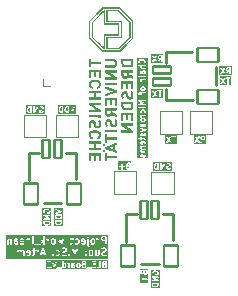
<source format=gbo>
G04 #@! TF.GenerationSoftware,KiCad,Pcbnew,8.0.6*
G04 #@! TF.CreationDate,2025-07-21T23:48:44+02:00*
G04 #@! TF.ProjectId,nRF5340,6e524635-3334-4302-9e6b-696361645f70,rev?*
G04 #@! TF.SameCoordinates,Original*
G04 #@! TF.FileFunction,Legend,Bot*
G04 #@! TF.FilePolarity,Positive*
%FSLAX46Y46*%
G04 Gerber Fmt 4.6, Leading zero omitted, Abs format (unit mm)*
G04 Created by KiCad (PCBNEW 8.0.6) date 2025-07-21 23:48:44*
%MOMM*%
%LPD*%
G01*
G04 APERTURE LIST*
G04 Aperture macros list*
%AMRoundRect*
0 Rectangle with rounded corners*
0 $1 Rounding radius*
0 $2 $3 $4 $5 $6 $7 $8 $9 X,Y pos of 4 corners*
0 Add a 4 corners polygon primitive as box body*
4,1,4,$2,$3,$4,$5,$6,$7,$8,$9,$2,$3,0*
0 Add four circle primitives for the rounded corners*
1,1,$1+$1,$2,$3*
1,1,$1+$1,$4,$5*
1,1,$1+$1,$6,$7*
1,1,$1+$1,$8,$9*
0 Add four rect primitives between the rounded corners*
20,1,$1+$1,$2,$3,$4,$5,0*
20,1,$1+$1,$4,$5,$6,$7,0*
20,1,$1+$1,$6,$7,$8,$9,0*
20,1,$1+$1,$8,$9,$2,$3,0*%
G04 Aperture macros list end*
%ADD10C,0.125000*%
%ADD11C,0.120000*%
%ADD12C,0.254000*%
%ADD13C,0.000000*%
%ADD14O,2.004000X1.204000*%
%ADD15O,2.404000X1.204000*%
%ADD16R,1.500000X1.500000*%
%ADD17RoundRect,0.102000X0.300000X0.775000X-0.300000X0.775000X-0.300000X-0.775000X0.300000X-0.775000X0*%
%ADD18RoundRect,0.102000X0.600000X0.900000X-0.600000X0.900000X-0.600000X-0.900000X0.600000X-0.900000X0*%
%ADD19C,0.990600*%
%ADD20C,0.787400*%
%ADD21RoundRect,0.102000X-0.775000X0.300000X-0.775000X-0.300000X0.775000X-0.300000X0.775000X0.300000X0*%
%ADD22RoundRect,0.102000X-0.900000X0.600000X-0.900000X-0.600000X0.900000X-0.600000X0.900000X0.600000X0*%
G04 APERTURE END LIST*
D10*
G36*
X149498120Y-133712269D02*
G01*
X149498120Y-133977872D01*
X149488723Y-133982571D01*
X149403947Y-133982571D01*
X149369072Y-133965134D01*
X149354843Y-133950905D01*
X149337406Y-133916030D01*
X149337406Y-133774111D01*
X149354843Y-133739236D01*
X149369072Y-133725007D01*
X149403947Y-133707571D01*
X149488723Y-133707571D01*
X149498120Y-133712269D01*
G37*
G36*
X144199749Y-133720227D02*
G01*
X144212406Y-133745540D01*
X144212406Y-133768833D01*
X144055713Y-133737495D01*
X144064347Y-133720226D01*
X144089661Y-133707571D01*
X144174437Y-133707571D01*
X144199749Y-133720227D01*
G37*
G36*
X145416763Y-133811142D02*
G01*
X145304478Y-133811142D01*
X145360620Y-133642714D01*
X145416763Y-133811142D01*
G37*
G36*
X143142607Y-132925690D02*
G01*
X143155264Y-132951003D01*
X143155264Y-132978635D01*
X143142607Y-133003948D01*
X143117295Y-133016605D01*
X143003947Y-133016605D01*
X142994550Y-133011906D01*
X142994550Y-132913034D01*
X143117295Y-132913034D01*
X143142607Y-132925690D01*
G37*
G36*
X146295026Y-132759041D02*
G01*
X146309252Y-132773268D01*
X146326692Y-132808146D01*
X146326692Y-132950063D01*
X146309252Y-132984941D01*
X146295026Y-132999168D01*
X146260152Y-133016605D01*
X146203947Y-133016605D01*
X146169072Y-132999168D01*
X146154843Y-132984939D01*
X146137406Y-132950064D01*
X146137406Y-132808145D01*
X146154843Y-132773270D01*
X146169072Y-132759041D01*
X146203947Y-132741605D01*
X146260152Y-132741605D01*
X146295026Y-132759041D01*
G37*
G36*
X148828321Y-132754261D02*
G01*
X148840978Y-132779574D01*
X148840978Y-132802867D01*
X148684285Y-132771529D01*
X148692919Y-132754260D01*
X148718233Y-132741605D01*
X148803009Y-132741605D01*
X148828321Y-132754261D01*
G37*
G36*
X149637883Y-132759041D02*
G01*
X149652109Y-132773268D01*
X149669549Y-132808146D01*
X149669549Y-132950063D01*
X149652109Y-132984941D01*
X149637883Y-132999168D01*
X149603009Y-133016605D01*
X149546804Y-133016605D01*
X149511929Y-132999168D01*
X149497700Y-132984939D01*
X149480263Y-132950064D01*
X149480263Y-132808145D01*
X149497700Y-132773270D01*
X149511929Y-132759041D01*
X149546804Y-132741605D01*
X149603009Y-132741605D01*
X149637883Y-132759041D01*
G37*
G36*
X150612406Y-132730891D02*
G01*
X150461090Y-132730891D01*
X150426214Y-132713452D01*
X150411985Y-132699224D01*
X150394549Y-132664350D01*
X150394549Y-132608145D01*
X150411986Y-132573270D01*
X150426215Y-132559041D01*
X150461090Y-132541605D01*
X150612406Y-132541605D01*
X150612406Y-132730891D01*
G37*
G36*
X150832645Y-134369480D02*
G01*
X142260026Y-134369480D01*
X142260026Y-133730785D01*
X143155263Y-133730785D01*
X143155263Y-134045071D01*
X143160021Y-134068989D01*
X143193845Y-134102813D01*
X143241681Y-134102813D01*
X143275505Y-134068989D01*
X143280263Y-134045071D01*
X143280263Y-133745538D01*
X143292918Y-133720226D01*
X143318232Y-133707571D01*
X143374437Y-133707571D01*
X143399748Y-133720226D01*
X143412406Y-133745540D01*
X143412406Y-134045071D01*
X143417164Y-134068989D01*
X143450988Y-134102813D01*
X143498824Y-134102813D01*
X143532648Y-134068989D01*
X143537406Y-134045071D01*
X143537406Y-133745538D01*
X143550061Y-133720226D01*
X143575375Y-133707571D01*
X143631580Y-133707571D01*
X143666454Y-133725007D01*
X143669548Y-133728101D01*
X143669548Y-134045071D01*
X143674306Y-134068989D01*
X143708130Y-134102813D01*
X143755966Y-134102813D01*
X143789790Y-134068989D01*
X143794548Y-134045071D01*
X143794548Y-133730785D01*
X143926692Y-133730785D01*
X143926692Y-133787928D01*
X143928494Y-133796989D01*
X143927881Y-133800057D01*
X143929625Y-133802673D01*
X143931450Y-133811846D01*
X143944319Y-133824715D01*
X143954414Y-133839858D01*
X143963049Y-133843445D01*
X143965274Y-133845670D01*
X143968404Y-133845670D01*
X143976935Y-133849214D01*
X144212406Y-133896308D01*
X144212406Y-133944601D01*
X144199749Y-133969914D01*
X144174437Y-133982571D01*
X144089661Y-133982571D01*
X144045713Y-133960598D01*
X144022193Y-133954157D01*
X143976813Y-133969284D01*
X143955420Y-134012070D01*
X143970547Y-134057450D01*
X143989813Y-134072402D01*
X144046956Y-134100973D01*
X144049974Y-134101799D01*
X144050988Y-134102813D01*
X144060811Y-134104767D01*
X144070477Y-134107414D01*
X144071837Y-134106960D01*
X144074906Y-134107571D01*
X144189192Y-134107571D01*
X144192263Y-134106960D01*
X144193622Y-134107413D01*
X144203282Y-134104767D01*
X144213110Y-134102813D01*
X144214123Y-134101799D01*
X144217143Y-134100973D01*
X144274285Y-134072402D01*
X144284115Y-134064771D01*
X144287283Y-134063716D01*
X144290021Y-134060187D01*
X144293550Y-134057449D01*
X144294605Y-134054281D01*
X144302236Y-134044451D01*
X144330807Y-133987308D01*
X144331633Y-133984289D01*
X144332648Y-133983275D01*
X144334603Y-133973444D01*
X144337248Y-133963788D01*
X144336794Y-133962428D01*
X144337406Y-133959357D01*
X144337406Y-133730785D01*
X144336794Y-133727713D01*
X144337248Y-133726354D01*
X144334603Y-133716697D01*
X144332648Y-133706867D01*
X144331633Y-133705852D01*
X144330807Y-133702834D01*
X144302236Y-133645691D01*
X144294605Y-133635860D01*
X144293550Y-133632693D01*
X144290021Y-133629954D01*
X144287283Y-133626426D01*
X144284115Y-133625370D01*
X144278682Y-133621153D01*
X144388592Y-133621153D01*
X144388592Y-133668989D01*
X144422416Y-133702813D01*
X144446334Y-133707571D01*
X144526691Y-133707571D01*
X144526691Y-133944602D01*
X144514035Y-133969915D01*
X144488723Y-133982571D01*
X144446334Y-133982571D01*
X144422416Y-133987329D01*
X144388592Y-134021153D01*
X144388592Y-134068989D01*
X144422416Y-134102813D01*
X144446334Y-134107571D01*
X144503477Y-134107571D01*
X144506546Y-134106960D01*
X144507907Y-134107414D01*
X144517573Y-134104766D01*
X144527395Y-134102813D01*
X144528408Y-134101799D01*
X144531427Y-134100973D01*
X144588571Y-134072402D01*
X144598401Y-134064772D01*
X144601570Y-134063716D01*
X144604307Y-134060188D01*
X144607836Y-134057450D01*
X144608892Y-134054280D01*
X144616522Y-134044450D01*
X144645093Y-133987307D01*
X144645919Y-133984288D01*
X144646933Y-133983275D01*
X144648887Y-133973451D01*
X144651534Y-133963786D01*
X144651080Y-133962425D01*
X144651691Y-133959357D01*
X144651691Y-133707571D01*
X144674906Y-133707571D01*
X144698824Y-133702813D01*
X144732049Y-133669588D01*
X144765274Y-133702813D01*
X144789192Y-133707571D01*
X144831581Y-133707571D01*
X144866455Y-133725007D01*
X144880682Y-133739235D01*
X144898120Y-133774111D01*
X144898120Y-134045071D01*
X144902878Y-134068989D01*
X144936702Y-134102813D01*
X144984538Y-134102813D01*
X145018362Y-134068989D01*
X145022239Y-134049502D01*
X145098279Y-134049502D01*
X145119671Y-134092286D01*
X145165052Y-134107413D01*
X145207836Y-134086021D01*
X145219914Y-134064835D01*
X145262812Y-133936142D01*
X145458430Y-133936142D01*
X145501328Y-134064836D01*
X145513406Y-134086022D01*
X145556190Y-134107414D01*
X145601571Y-134092287D01*
X145622964Y-134049502D01*
X145619914Y-134025307D01*
X145609006Y-133992584D01*
X146131449Y-133992584D01*
X146131450Y-134040418D01*
X146131452Y-134040420D01*
X146144998Y-134060694D01*
X146173568Y-134089265D01*
X146193845Y-134102813D01*
X146241679Y-134102814D01*
X146241680Y-134102813D01*
X146241681Y-134102813D01*
X146241682Y-134102811D01*
X146261956Y-134089266D01*
X146290528Y-134060695D01*
X146304077Y-134040418D01*
X146304078Y-133992584D01*
X146304076Y-133992582D01*
X146290529Y-133972306D01*
X146261957Y-133943734D01*
X146241683Y-133930188D01*
X146241681Y-133930186D01*
X146241680Y-133930186D01*
X146241679Y-133930185D01*
X146193845Y-133930186D01*
X146173568Y-133943735D01*
X146144997Y-133972307D01*
X146131449Y-133992584D01*
X145609006Y-133992584D01*
X145504169Y-133678072D01*
X146412565Y-133678072D01*
X146433957Y-133720858D01*
X146479337Y-133735984D01*
X146502858Y-133729544D01*
X146546804Y-133707571D01*
X146631581Y-133707571D01*
X146666455Y-133725007D01*
X146680681Y-133739234D01*
X146698121Y-133774112D01*
X146698121Y-133916029D01*
X146680681Y-133950907D01*
X146666455Y-133965134D01*
X146631581Y-133982571D01*
X146546804Y-133982571D01*
X146502858Y-133960598D01*
X146479337Y-133954158D01*
X146433957Y-133969284D01*
X146412565Y-134012070D01*
X146427691Y-134057450D01*
X146446956Y-134072402D01*
X146504098Y-134100973D01*
X146507117Y-134101799D01*
X146508131Y-134102813D01*
X146517950Y-134104766D01*
X146527619Y-134107414D01*
X146528979Y-134106960D01*
X146532049Y-134107571D01*
X146646335Y-134107571D01*
X146649404Y-134106960D01*
X146650765Y-134107414D01*
X146660431Y-134104766D01*
X146670253Y-134102813D01*
X146671266Y-134101799D01*
X146674285Y-134100973D01*
X146731429Y-134072402D01*
X146739349Y-134066254D01*
X146747673Y-134060693D01*
X146776244Y-134032122D01*
X146781810Y-134023789D01*
X146787951Y-134015879D01*
X146816522Y-133958736D01*
X146817348Y-133955717D01*
X146818363Y-133954703D01*
X146820318Y-133944872D01*
X146822963Y-133935216D01*
X146822509Y-133933856D01*
X146823121Y-133930785D01*
X146823121Y-133873642D01*
X146926693Y-133873642D01*
X146926693Y-133930785D01*
X146927303Y-133933854D01*
X146926850Y-133935215D01*
X146929497Y-133944881D01*
X146931451Y-133954703D01*
X146932464Y-133955716D01*
X146933291Y-133958735D01*
X146961862Y-134015879D01*
X146968009Y-134023800D01*
X146973570Y-134032122D01*
X147002142Y-134060694D01*
X147010463Y-134066254D01*
X147018385Y-134072402D01*
X147075527Y-134100973D01*
X147078546Y-134101799D01*
X147079560Y-134102813D01*
X147089379Y-134104766D01*
X147099048Y-134107414D01*
X147100408Y-134106960D01*
X147103478Y-134107571D01*
X147246336Y-134107571D01*
X147256161Y-134105616D01*
X147266100Y-134104364D01*
X147351814Y-134075793D01*
X147373000Y-134063716D01*
X147394392Y-134020931D01*
X147384943Y-133992584D01*
X147502878Y-133992584D01*
X147502879Y-134040418D01*
X147502881Y-134040420D01*
X147516427Y-134060694D01*
X147544997Y-134089265D01*
X147565274Y-134102813D01*
X147613108Y-134102814D01*
X147613109Y-134102813D01*
X147613110Y-134102813D01*
X147613111Y-134102811D01*
X147633385Y-134089266D01*
X147661957Y-134060695D01*
X147675506Y-134040418D01*
X147675507Y-133992584D01*
X147675505Y-133992582D01*
X147661958Y-133972306D01*
X147633386Y-133943734D01*
X147613112Y-133930188D01*
X147613110Y-133930186D01*
X147613109Y-133930186D01*
X147613108Y-133930185D01*
X147565274Y-133930186D01*
X147544997Y-133943735D01*
X147516426Y-133972307D01*
X147502878Y-133992584D01*
X147384943Y-133992584D01*
X147379265Y-133975550D01*
X147336481Y-133954158D01*
X147312286Y-133957207D01*
X147236193Y-133982571D01*
X147118233Y-133982571D01*
X147083357Y-133965133D01*
X147069130Y-133950906D01*
X147051693Y-133916031D01*
X147051693Y-133888397D01*
X147069131Y-133853521D01*
X147083357Y-133839295D01*
X147125293Y-133818326D01*
X147232922Y-133791419D01*
X147239110Y-133788495D01*
X147245714Y-133786687D01*
X147302858Y-133758116D01*
X147310778Y-133751968D01*
X147319102Y-133746407D01*
X147347673Y-133717836D01*
X147353240Y-133709502D01*
X147359379Y-133701594D01*
X147387951Y-133644452D01*
X147388777Y-133641432D01*
X147389792Y-133640418D01*
X147391747Y-133630588D01*
X147394392Y-133620931D01*
X147393938Y-133619571D01*
X147394550Y-133616500D01*
X147394550Y-133559357D01*
X147393938Y-133556285D01*
X147394392Y-133554926D01*
X147391747Y-133545269D01*
X147389792Y-133535439D01*
X147388777Y-133534424D01*
X147387951Y-133531406D01*
X147359380Y-133474263D01*
X147353239Y-133466352D01*
X147347673Y-133458020D01*
X147334724Y-133445071D01*
X147812406Y-133445071D01*
X147812406Y-134045071D01*
X147817164Y-134068989D01*
X147850988Y-134102813D01*
X147898824Y-134102813D01*
X147932648Y-134068989D01*
X147937406Y-134045071D01*
X147937406Y-133726792D01*
X148018270Y-133900072D01*
X148027798Y-133913058D01*
X148028814Y-133915852D01*
X148030386Y-133916585D01*
X148032696Y-133919734D01*
X148052791Y-133927041D01*
X148072162Y-133936081D01*
X148074906Y-133935083D01*
X148077650Y-133936081D01*
X148097020Y-133927041D01*
X148117116Y-133919734D01*
X148119425Y-133916585D01*
X148120998Y-133915852D01*
X148122013Y-133913058D01*
X148131542Y-133900072D01*
X148212406Y-133726792D01*
X148212406Y-134045071D01*
X148217164Y-134068989D01*
X148250988Y-134102813D01*
X148298824Y-134102813D01*
X148332648Y-134068989D01*
X148337406Y-134045071D01*
X148337406Y-133992584D01*
X148931449Y-133992584D01*
X148931450Y-134040418D01*
X148931452Y-134040420D01*
X148944998Y-134060694D01*
X148973568Y-134089265D01*
X148993845Y-134102813D01*
X149041679Y-134102814D01*
X149041680Y-134102813D01*
X149041681Y-134102813D01*
X149041682Y-134102811D01*
X149061956Y-134089266D01*
X149090528Y-134060695D01*
X149104077Y-134040418D01*
X149104078Y-133992584D01*
X149104076Y-133992582D01*
X149090529Y-133972306D01*
X149061957Y-133943734D01*
X149041683Y-133930188D01*
X149041681Y-133930186D01*
X149041680Y-133930186D01*
X149041679Y-133930185D01*
X148993845Y-133930186D01*
X148973568Y-133943735D01*
X148944997Y-133972307D01*
X148931449Y-133992584D01*
X148337406Y-133992584D01*
X148337406Y-133678298D01*
X148931449Y-133678298D01*
X148931450Y-133726132D01*
X148931452Y-133726134D01*
X148944998Y-133746408D01*
X148973568Y-133774979D01*
X148993845Y-133788527D01*
X149041679Y-133788528D01*
X149041680Y-133788527D01*
X149041681Y-133788527D01*
X149041682Y-133788525D01*
X149061956Y-133774980D01*
X149077580Y-133759357D01*
X149212406Y-133759357D01*
X149212406Y-133930785D01*
X149213017Y-133933856D01*
X149212564Y-133935216D01*
X149215209Y-133944877D01*
X149217164Y-133954703D01*
X149218177Y-133955716D01*
X149219004Y-133958736D01*
X149247576Y-134015879D01*
X149253718Y-134023793D01*
X149259283Y-134032121D01*
X149287854Y-134060693D01*
X149296181Y-134066257D01*
X149304099Y-134072402D01*
X149361242Y-134100973D01*
X149364260Y-134101799D01*
X149365274Y-134102813D01*
X149375097Y-134104767D01*
X149384763Y-134107414D01*
X149386123Y-134106960D01*
X149389192Y-134107571D01*
X149498120Y-134107571D01*
X149498120Y-134245071D01*
X149502878Y-134268989D01*
X149536702Y-134302813D01*
X149584538Y-134302813D01*
X149618362Y-134268989D01*
X149623120Y-134245071D01*
X149623120Y-133645071D01*
X149783835Y-133645071D01*
X149783835Y-134045071D01*
X149788593Y-134068989D01*
X149822417Y-134102813D01*
X149870253Y-134102813D01*
X149882761Y-134090304D01*
X149904099Y-134100973D01*
X149907117Y-134101799D01*
X149908131Y-134102813D01*
X149917954Y-134104767D01*
X149927620Y-134107414D01*
X149928980Y-134106960D01*
X149932049Y-134107571D01*
X150017763Y-134107571D01*
X150020832Y-134106960D01*
X150022193Y-134107414D01*
X150031859Y-134104766D01*
X150041681Y-134102813D01*
X150042694Y-134101799D01*
X150045713Y-134100973D01*
X150102857Y-134072402D01*
X150112687Y-134064772D01*
X150115856Y-134063716D01*
X150118593Y-134060188D01*
X150122122Y-134057450D01*
X150123178Y-134054280D01*
X150130808Y-134044450D01*
X150159379Y-133987307D01*
X150160205Y-133984288D01*
X150161219Y-133983275D01*
X150163173Y-133973451D01*
X150165820Y-133963786D01*
X150165366Y-133962425D01*
X150165977Y-133959357D01*
X150165977Y-133873642D01*
X150298121Y-133873642D01*
X150298121Y-133930785D01*
X150298731Y-133933854D01*
X150298278Y-133935215D01*
X150300925Y-133944881D01*
X150302879Y-133954703D01*
X150303892Y-133955716D01*
X150304719Y-133958735D01*
X150333290Y-134015879D01*
X150339437Y-134023800D01*
X150344998Y-134032122D01*
X150373570Y-134060694D01*
X150381891Y-134066254D01*
X150389813Y-134072402D01*
X150446955Y-134100973D01*
X150449974Y-134101799D01*
X150450988Y-134102813D01*
X150460807Y-134104766D01*
X150470476Y-134107414D01*
X150471836Y-134106960D01*
X150474906Y-134107571D01*
X150617764Y-134107571D01*
X150627589Y-134105616D01*
X150637528Y-134104364D01*
X150723242Y-134075793D01*
X150744428Y-134063716D01*
X150765820Y-134020931D01*
X150750693Y-133975550D01*
X150707909Y-133954158D01*
X150683714Y-133957207D01*
X150607621Y-133982571D01*
X150489661Y-133982571D01*
X150454785Y-133965133D01*
X150440558Y-133950906D01*
X150423121Y-133916031D01*
X150423121Y-133888397D01*
X150440559Y-133853521D01*
X150454785Y-133839295D01*
X150496721Y-133818326D01*
X150604350Y-133791419D01*
X150610538Y-133788495D01*
X150617142Y-133786687D01*
X150674286Y-133758116D01*
X150682206Y-133751968D01*
X150690530Y-133746407D01*
X150719101Y-133717836D01*
X150724668Y-133709502D01*
X150730807Y-133701594D01*
X150759379Y-133644452D01*
X150760205Y-133641432D01*
X150761220Y-133640418D01*
X150763175Y-133630588D01*
X150765820Y-133620931D01*
X150765366Y-133619571D01*
X150765978Y-133616500D01*
X150765978Y-133559357D01*
X150765366Y-133556285D01*
X150765820Y-133554926D01*
X150763175Y-133545269D01*
X150761220Y-133535439D01*
X150760205Y-133534424D01*
X150759379Y-133531406D01*
X150730808Y-133474263D01*
X150724667Y-133466352D01*
X150719101Y-133458020D01*
X150690530Y-133429449D01*
X150682206Y-133423887D01*
X150674286Y-133417740D01*
X150617142Y-133389169D01*
X150614123Y-133388342D01*
X150613110Y-133387329D01*
X150603288Y-133385375D01*
X150593622Y-133382728D01*
X150592261Y-133383181D01*
X150589192Y-133382571D01*
X150446335Y-133382571D01*
X150436509Y-133384525D01*
X150426571Y-133385778D01*
X150340857Y-133414349D01*
X150319671Y-133426427D01*
X150298279Y-133469211D01*
X150313406Y-133514592D01*
X150356190Y-133535984D01*
X150380385Y-133532935D01*
X150456478Y-133507571D01*
X150574438Y-133507571D01*
X150609312Y-133525007D01*
X150623538Y-133539234D01*
X150640978Y-133574112D01*
X150640978Y-133601745D01*
X150623540Y-133636620D01*
X150609312Y-133650848D01*
X150567379Y-133671814D01*
X150459747Y-133698723D01*
X150453558Y-133701646D01*
X150446955Y-133703455D01*
X150389813Y-133732026D01*
X150381891Y-133738173D01*
X150373570Y-133743734D01*
X150344998Y-133772306D01*
X150339435Y-133780631D01*
X150333290Y-133788549D01*
X150304719Y-133845691D01*
X150303892Y-133848710D01*
X150302879Y-133849724D01*
X150300924Y-133859551D01*
X150298279Y-133869212D01*
X150298731Y-133870570D01*
X150298121Y-133873642D01*
X150165977Y-133873642D01*
X150165977Y-133645071D01*
X150161219Y-133621153D01*
X150127395Y-133587329D01*
X150079559Y-133587329D01*
X150045735Y-133621153D01*
X150040977Y-133645071D01*
X150040977Y-133944602D01*
X150028321Y-133969915D01*
X150003009Y-133982571D01*
X149946804Y-133982571D01*
X149911929Y-133965134D01*
X149908835Y-133962040D01*
X149908835Y-133645071D01*
X149904077Y-133621153D01*
X149870253Y-133587329D01*
X149822417Y-133587329D01*
X149788593Y-133621153D01*
X149783835Y-133645071D01*
X149623120Y-133645071D01*
X149618362Y-133621153D01*
X149584538Y-133587329D01*
X149536702Y-133587329D01*
X149533717Y-133590313D01*
X149531429Y-133589169D01*
X149528409Y-133588342D01*
X149527396Y-133587329D01*
X149517568Y-133585374D01*
X149507908Y-133582729D01*
X149506549Y-133583181D01*
X149503478Y-133582571D01*
X149389192Y-133582571D01*
X149386123Y-133583181D01*
X149384763Y-133582728D01*
X149375097Y-133585374D01*
X149365274Y-133587329D01*
X149364260Y-133588342D01*
X149361242Y-133589169D01*
X149304099Y-133617740D01*
X149296181Y-133623884D01*
X149287854Y-133629449D01*
X149259283Y-133658021D01*
X149253718Y-133666348D01*
X149247576Y-133674263D01*
X149219004Y-133731406D01*
X149218177Y-133734425D01*
X149217164Y-133735439D01*
X149215209Y-133745264D01*
X149212564Y-133754926D01*
X149213017Y-133756285D01*
X149212406Y-133759357D01*
X149077580Y-133759357D01*
X149090528Y-133746409D01*
X149104077Y-133726132D01*
X149104078Y-133678298D01*
X149104076Y-133678296D01*
X149090529Y-133658020D01*
X149061957Y-133629448D01*
X149041683Y-133615902D01*
X149041681Y-133615900D01*
X149041680Y-133615900D01*
X149041679Y-133615899D01*
X148993845Y-133615900D01*
X148973568Y-133629449D01*
X148944997Y-133658021D01*
X148931449Y-133678298D01*
X148337406Y-133678298D01*
X148337406Y-133445071D01*
X148332648Y-133421153D01*
X148324793Y-133413298D01*
X148320998Y-133402861D01*
X148308544Y-133397049D01*
X148298824Y-133387329D01*
X148287715Y-133387329D01*
X148277650Y-133382632D01*
X148264733Y-133387329D01*
X148250988Y-133387329D01*
X148243133Y-133395183D01*
X148232696Y-133398979D01*
X148218270Y-133418641D01*
X148074906Y-133725849D01*
X147931542Y-133418641D01*
X147917116Y-133398979D01*
X147906678Y-133395183D01*
X147898824Y-133387329D01*
X147885079Y-133387329D01*
X147872162Y-133382632D01*
X147862097Y-133387329D01*
X147850988Y-133387329D01*
X147841267Y-133397049D01*
X147828814Y-133402861D01*
X147825018Y-133413298D01*
X147817164Y-133421153D01*
X147812406Y-133445071D01*
X147334724Y-133445071D01*
X147319102Y-133429449D01*
X147310778Y-133423887D01*
X147302858Y-133417740D01*
X147245714Y-133389169D01*
X147242695Y-133388342D01*
X147241682Y-133387329D01*
X147231860Y-133385375D01*
X147222194Y-133382728D01*
X147220833Y-133383181D01*
X147217764Y-133382571D01*
X147074907Y-133382571D01*
X147065081Y-133384525D01*
X147055143Y-133385778D01*
X146969429Y-133414349D01*
X146948243Y-133426427D01*
X146926851Y-133469211D01*
X146941978Y-133514592D01*
X146984762Y-133535984D01*
X147008957Y-133532935D01*
X147085050Y-133507571D01*
X147203010Y-133507571D01*
X147237884Y-133525007D01*
X147252110Y-133539234D01*
X147269550Y-133574112D01*
X147269550Y-133601745D01*
X147252112Y-133636620D01*
X147237884Y-133650848D01*
X147195951Y-133671814D01*
X147088319Y-133698723D01*
X147082130Y-133701646D01*
X147075527Y-133703455D01*
X147018385Y-133732026D01*
X147010463Y-133738173D01*
X147002142Y-133743734D01*
X146973570Y-133772306D01*
X146968007Y-133780631D01*
X146961862Y-133788549D01*
X146933291Y-133845691D01*
X146932464Y-133848710D01*
X146931451Y-133849724D01*
X146929496Y-133859551D01*
X146926851Y-133869212D01*
X146927303Y-133870570D01*
X146926693Y-133873642D01*
X146823121Y-133873642D01*
X146823121Y-133759357D01*
X146822509Y-133756285D01*
X146822963Y-133754926D01*
X146820318Y-133745269D01*
X146818363Y-133735439D01*
X146817348Y-133734424D01*
X146816522Y-133731406D01*
X146787951Y-133674263D01*
X146781810Y-133666352D01*
X146776244Y-133658020D01*
X146747673Y-133629449D01*
X146739349Y-133623887D01*
X146731429Y-133617740D01*
X146674285Y-133589169D01*
X146671266Y-133588342D01*
X146670253Y-133587329D01*
X146660431Y-133585375D01*
X146650765Y-133582728D01*
X146649404Y-133583181D01*
X146646335Y-133582571D01*
X146532049Y-133582571D01*
X146528979Y-133583181D01*
X146527619Y-133582728D01*
X146517950Y-133585375D01*
X146508131Y-133587329D01*
X146507117Y-133588342D01*
X146504098Y-133589169D01*
X146446956Y-133617740D01*
X146427691Y-133632692D01*
X146412565Y-133678072D01*
X145504169Y-133678072D01*
X145419914Y-133425307D01*
X145407836Y-133404121D01*
X145403660Y-133402033D01*
X145401571Y-133397855D01*
X145382770Y-133391588D01*
X145365052Y-133382729D01*
X145360622Y-133384205D01*
X145356190Y-133382728D01*
X145338460Y-133391593D01*
X145319671Y-133397856D01*
X145317583Y-133402031D01*
X145313406Y-133404120D01*
X145301328Y-133425306D01*
X145101328Y-134025307D01*
X145098279Y-134049502D01*
X145022239Y-134049502D01*
X145023120Y-134045071D01*
X145023120Y-133645071D01*
X145018362Y-133621153D01*
X144984538Y-133587329D01*
X144936702Y-133587329D01*
X144914670Y-133609360D01*
X144874285Y-133589169D01*
X144871266Y-133588342D01*
X144870253Y-133587329D01*
X144860431Y-133585375D01*
X144850765Y-133582728D01*
X144849404Y-133583181D01*
X144846335Y-133582571D01*
X144789192Y-133582571D01*
X144765274Y-133587329D01*
X144732049Y-133620554D01*
X144698824Y-133587329D01*
X144674906Y-133582571D01*
X144651691Y-133582571D01*
X144651691Y-133445071D01*
X144646933Y-133421153D01*
X144613109Y-133387329D01*
X144565273Y-133387329D01*
X144531449Y-133421153D01*
X144526691Y-133445071D01*
X144526691Y-133582571D01*
X144446334Y-133582571D01*
X144422416Y-133587329D01*
X144388592Y-133621153D01*
X144278682Y-133621153D01*
X144274285Y-133617740D01*
X144217143Y-133589169D01*
X144214123Y-133588342D01*
X144213110Y-133587329D01*
X144203282Y-133585374D01*
X144193622Y-133582729D01*
X144192263Y-133583181D01*
X144189192Y-133582571D01*
X144074906Y-133582571D01*
X144071837Y-133583181D01*
X144070477Y-133582728D01*
X144060811Y-133585374D01*
X144050988Y-133587329D01*
X144049974Y-133588342D01*
X144046956Y-133589169D01*
X143989813Y-133617740D01*
X143979982Y-133625369D01*
X143976813Y-133626426D01*
X143974074Y-133629954D01*
X143970547Y-133632692D01*
X143969490Y-133635860D01*
X143961861Y-133645691D01*
X143933290Y-133702835D01*
X143932463Y-133705853D01*
X143931450Y-133706867D01*
X143929496Y-133716688D01*
X143926849Y-133726355D01*
X143927302Y-133727715D01*
X143926692Y-133730785D01*
X143794548Y-133730785D01*
X143794548Y-133645071D01*
X143789790Y-133621153D01*
X143755966Y-133587329D01*
X143708130Y-133587329D01*
X143695621Y-133599837D01*
X143674284Y-133589169D01*
X143671265Y-133588342D01*
X143670252Y-133587329D01*
X143660430Y-133585375D01*
X143650764Y-133582728D01*
X143649403Y-133583181D01*
X143646334Y-133582571D01*
X143560620Y-133582571D01*
X143557551Y-133583181D01*
X143556191Y-133582728D01*
X143546525Y-133585374D01*
X143536702Y-133587329D01*
X143535688Y-133588342D01*
X143532670Y-133589169D01*
X143475527Y-133617740D01*
X143474905Y-133618221D01*
X143474285Y-133617740D01*
X143417141Y-133589169D01*
X143414122Y-133588342D01*
X143413109Y-133587329D01*
X143403287Y-133585375D01*
X143393621Y-133582728D01*
X143392260Y-133583181D01*
X143389191Y-133582571D01*
X143303477Y-133582571D01*
X143300408Y-133583181D01*
X143299048Y-133582728D01*
X143289382Y-133585374D01*
X143279559Y-133587329D01*
X143278545Y-133588342D01*
X143275527Y-133589169D01*
X143218384Y-133617740D01*
X143208553Y-133625369D01*
X143205384Y-133626426D01*
X143202645Y-133629954D01*
X143199118Y-133632692D01*
X143198061Y-133635860D01*
X143190432Y-133645691D01*
X143161861Y-133702835D01*
X143161034Y-133705853D01*
X143160021Y-133706867D01*
X143158067Y-133716688D01*
X143155420Y-133726355D01*
X143155873Y-133727715D01*
X143155263Y-133730785D01*
X142260026Y-133730785D01*
X142260026Y-132764819D01*
X142326693Y-132764819D01*
X142326693Y-133079105D01*
X142331451Y-133103023D01*
X142365275Y-133136847D01*
X142413111Y-133136847D01*
X142446935Y-133103023D01*
X142451693Y-133079105D01*
X142451693Y-132779572D01*
X142464348Y-132754260D01*
X142489662Y-132741605D01*
X142545867Y-132741605D01*
X142580741Y-132759041D01*
X142583835Y-132762135D01*
X142583835Y-133079105D01*
X142588593Y-133103023D01*
X142622417Y-133136847D01*
X142670253Y-133136847D01*
X142704077Y-133103023D01*
X142708835Y-133079105D01*
X142708835Y-132764819D01*
X142869550Y-132764819D01*
X142869550Y-133079105D01*
X142874308Y-133103023D01*
X142908132Y-133136847D01*
X142955968Y-133136847D01*
X142958952Y-133133862D01*
X142961241Y-133135007D01*
X142964260Y-133135833D01*
X142965274Y-133136847D01*
X142975093Y-133138800D01*
X142984762Y-133141448D01*
X142986122Y-133140994D01*
X142989192Y-133141605D01*
X143132050Y-133141605D01*
X143135121Y-133140994D01*
X143136480Y-133141447D01*
X143146140Y-133138801D01*
X143155968Y-133136847D01*
X143156981Y-133135833D01*
X143160001Y-133135007D01*
X143217143Y-133106436D01*
X143226973Y-133098805D01*
X143230141Y-133097750D01*
X143232879Y-133094221D01*
X143236408Y-133091483D01*
X143237463Y-133088315D01*
X143245094Y-133078485D01*
X143273665Y-133021342D01*
X143274491Y-133018323D01*
X143275506Y-133017309D01*
X143277461Y-133007478D01*
X143280106Y-132997822D01*
X143279652Y-132996462D01*
X143280264Y-132993391D01*
X143280264Y-132964819D01*
X143383835Y-132964819D01*
X143383835Y-132993391D01*
X143384445Y-132996460D01*
X143383992Y-132997821D01*
X143386639Y-133007487D01*
X143388593Y-133017309D01*
X143389606Y-133018322D01*
X143390433Y-133021341D01*
X143419004Y-133078485D01*
X143426633Y-133088315D01*
X143427690Y-133091484D01*
X143431217Y-133094221D01*
X143433956Y-133097750D01*
X143437125Y-133098806D01*
X143446956Y-133106436D01*
X143504099Y-133135007D01*
X143507117Y-133135833D01*
X143508131Y-133136847D01*
X143517954Y-133138801D01*
X143527620Y-133141448D01*
X143528980Y-133140994D01*
X143532049Y-133141605D01*
X143646335Y-133141605D01*
X143649404Y-133140994D01*
X143650765Y-133141448D01*
X143660431Y-133138800D01*
X143670253Y-133136847D01*
X143671266Y-133135833D01*
X143674285Y-133135007D01*
X143731429Y-133106436D01*
X143750694Y-133091484D01*
X143765821Y-133046104D01*
X143744428Y-133003318D01*
X143699049Y-132988191D01*
X143675528Y-132994632D01*
X143631581Y-133016605D01*
X143546804Y-133016605D01*
X143521490Y-133003949D01*
X143509068Y-132979105D01*
X143521490Y-132954260D01*
X143546804Y-132941605D01*
X143617764Y-132941605D01*
X143620835Y-132940994D01*
X143622194Y-132941447D01*
X143631854Y-132938801D01*
X143641682Y-132936847D01*
X143642695Y-132935833D01*
X143645715Y-132935007D01*
X143702857Y-132906436D01*
X143712687Y-132898805D01*
X143715855Y-132897750D01*
X143718593Y-132894221D01*
X143722122Y-132891483D01*
X143723177Y-132888315D01*
X143730808Y-132878485D01*
X143759379Y-132821342D01*
X143760205Y-132818323D01*
X143761220Y-132817309D01*
X143763175Y-132807478D01*
X143765820Y-132797822D01*
X143765366Y-132796462D01*
X143765978Y-132793391D01*
X143765978Y-132764819D01*
X143898121Y-132764819D01*
X143898121Y-133079105D01*
X143902879Y-133103023D01*
X143936703Y-133136847D01*
X143984539Y-133136847D01*
X144018363Y-133103023D01*
X144023121Y-133079105D01*
X144023121Y-132779572D01*
X144035776Y-132754260D01*
X144061090Y-132741605D01*
X144117295Y-132741605D01*
X144152169Y-132759041D01*
X144155263Y-132762135D01*
X144155263Y-133079105D01*
X144160021Y-133103023D01*
X144193845Y-133136847D01*
X144241681Y-133136847D01*
X144275505Y-133103023D01*
X144280263Y-133079105D01*
X144280263Y-132479105D01*
X144440977Y-132479105D01*
X144440977Y-133079105D01*
X144445735Y-133103023D01*
X144479559Y-133136847D01*
X144527395Y-133136847D01*
X144551912Y-133112330D01*
X144588593Y-133112330D01*
X144588593Y-133160166D01*
X144622417Y-133193990D01*
X144646335Y-133198748D01*
X145103478Y-133198748D01*
X145127396Y-133193990D01*
X145161220Y-133160166D01*
X145161220Y-133112330D01*
X145127396Y-133078506D01*
X145103478Y-133073748D01*
X144646335Y-133073748D01*
X144622417Y-133078506D01*
X144588593Y-133112330D01*
X144551912Y-133112330D01*
X144561219Y-133103023D01*
X144565977Y-133079105D01*
X144565977Y-133063594D01*
X145157219Y-133063594D01*
X145163983Y-133110948D01*
X145202252Y-133139649D01*
X145249606Y-133132885D01*
X145267763Y-133116605D01*
X145383834Y-132961844D01*
X145383834Y-133079105D01*
X145388592Y-133103023D01*
X145422416Y-133136847D01*
X145470252Y-133136847D01*
X145504076Y-133103023D01*
X145508834Y-133079105D01*
X145508834Y-132655187D01*
X145588593Y-132655187D01*
X145588593Y-132703023D01*
X145622417Y-132736847D01*
X145646335Y-132741605D01*
X145688724Y-132741605D01*
X145723598Y-132759041D01*
X145737825Y-132773269D01*
X145755263Y-132808145D01*
X145755263Y-133079105D01*
X145760021Y-133103023D01*
X145793845Y-133136847D01*
X145841681Y-133136847D01*
X145875505Y-133103023D01*
X145880263Y-133079105D01*
X145880263Y-132793391D01*
X146012406Y-132793391D01*
X146012406Y-132964819D01*
X146013017Y-132967890D01*
X146012564Y-132969250D01*
X146015209Y-132978911D01*
X146017164Y-132988737D01*
X146018177Y-132989750D01*
X146019004Y-132992770D01*
X146047576Y-133049913D01*
X146053718Y-133057827D01*
X146059283Y-133066155D01*
X146087854Y-133094727D01*
X146096181Y-133100291D01*
X146104099Y-133106436D01*
X146161242Y-133135007D01*
X146164260Y-133135833D01*
X146165274Y-133136847D01*
X146175097Y-133138801D01*
X146184763Y-133141448D01*
X146186123Y-133140994D01*
X146189192Y-133141605D01*
X146274906Y-133141605D01*
X146277975Y-133140994D01*
X146279336Y-133141448D01*
X146289002Y-133138800D01*
X146298824Y-133136847D01*
X146299837Y-133135833D01*
X146302856Y-133135007D01*
X146360000Y-133106436D01*
X146367920Y-133100288D01*
X146376244Y-133094727D01*
X146404815Y-133066156D01*
X146410381Y-133057823D01*
X146416522Y-133049913D01*
X146445093Y-132992770D01*
X146445919Y-132989751D01*
X146446934Y-132988737D01*
X146448889Y-132978906D01*
X146451534Y-132969250D01*
X146451080Y-132967890D01*
X146451692Y-132964819D01*
X146451692Y-132793391D01*
X146451080Y-132790319D01*
X146451534Y-132788960D01*
X146448889Y-132779303D01*
X146446934Y-132769473D01*
X146445919Y-132768458D01*
X146445093Y-132765440D01*
X146416522Y-132708297D01*
X146410381Y-132700386D01*
X146404815Y-132692054D01*
X146376244Y-132663483D01*
X146367920Y-132657921D01*
X146360000Y-132651774D01*
X146302856Y-132623203D01*
X146299837Y-132622376D01*
X146298824Y-132621363D01*
X146289002Y-132619409D01*
X146279336Y-132616762D01*
X146277975Y-132617215D01*
X146274906Y-132616605D01*
X146189192Y-132616605D01*
X146186123Y-132617215D01*
X146184763Y-132616762D01*
X146175097Y-132619408D01*
X146165274Y-132621363D01*
X146164260Y-132622376D01*
X146161242Y-132623203D01*
X146104099Y-132651774D01*
X146096181Y-132657918D01*
X146087854Y-132663483D01*
X146059283Y-132692055D01*
X146053718Y-132700382D01*
X146047576Y-132708297D01*
X146019004Y-132765440D01*
X146018177Y-132768459D01*
X146017164Y-132769473D01*
X146015209Y-132779298D01*
X146012564Y-132788960D01*
X146013017Y-132790319D01*
X146012406Y-132793391D01*
X145880263Y-132793391D01*
X145880263Y-132679105D01*
X145875505Y-132655187D01*
X145841681Y-132621363D01*
X145793845Y-132621363D01*
X145771813Y-132643394D01*
X145731428Y-132623203D01*
X145728409Y-132622376D01*
X145727396Y-132621363D01*
X145717574Y-132619409D01*
X145707908Y-132616762D01*
X145706547Y-132617215D01*
X145703478Y-132616605D01*
X145646335Y-132616605D01*
X145622417Y-132621363D01*
X145588593Y-132655187D01*
X145508834Y-132655187D01*
X145508834Y-132479105D01*
X145506866Y-132469212D01*
X146527480Y-132469212D01*
X146528392Y-132493581D01*
X146671249Y-133093581D01*
X146681417Y-133115746D01*
X146689376Y-133120644D01*
X146694061Y-133128735D01*
X146708995Y-133132717D01*
X146722156Y-133140816D01*
X146731248Y-133138651D01*
X146740282Y-133141060D01*
X146753657Y-133133316D01*
X146768691Y-133129737D01*
X146773589Y-133121776D01*
X146781679Y-133117093D01*
X146792439Y-133095209D01*
X146846334Y-132893100D01*
X146900230Y-133095209D01*
X146910991Y-133117094D01*
X146919079Y-133121776D01*
X146923978Y-133129737D01*
X146939011Y-133133316D01*
X146952388Y-133141061D01*
X146961420Y-133138652D01*
X146970513Y-133140817D01*
X146983674Y-133132717D01*
X146998609Y-133128735D01*
X147003292Y-133120645D01*
X147011252Y-133115747D01*
X147021420Y-133093581D01*
X147125800Y-132655187D01*
X147645735Y-132655187D01*
X147645735Y-132703023D01*
X147679559Y-132736847D01*
X147703477Y-132741605D01*
X147783834Y-132741605D01*
X147783834Y-132978636D01*
X147771178Y-133003949D01*
X147745866Y-133016605D01*
X147703477Y-133016605D01*
X147679559Y-133021363D01*
X147645735Y-133055187D01*
X147645735Y-133103023D01*
X147679559Y-133136847D01*
X147703477Y-133141605D01*
X147760620Y-133141605D01*
X147763689Y-133140994D01*
X147765050Y-133141448D01*
X147774716Y-133138800D01*
X147784538Y-133136847D01*
X147785551Y-133135833D01*
X147788570Y-133135007D01*
X147845714Y-133106436D01*
X147855544Y-133098806D01*
X147858713Y-133097750D01*
X147861450Y-133094222D01*
X147864979Y-133091484D01*
X147866035Y-133088314D01*
X147873665Y-133078484D01*
X147902236Y-133021341D01*
X147903062Y-133018322D01*
X147904076Y-133017309D01*
X147906030Y-133007485D01*
X147908677Y-132997820D01*
X147908223Y-132996459D01*
X147908834Y-132993391D01*
X147908834Y-132741605D01*
X147932049Y-132741605D01*
X147955967Y-132736847D01*
X147980708Y-132712106D01*
X148041136Y-132712106D01*
X148062528Y-132754892D01*
X148107908Y-132770018D01*
X148131429Y-132763578D01*
X148175375Y-132741605D01*
X148260152Y-132741605D01*
X148295026Y-132759041D01*
X148309252Y-132773268D01*
X148326692Y-132808146D01*
X148326692Y-132950063D01*
X148309252Y-132984941D01*
X148295026Y-132999168D01*
X148260152Y-133016605D01*
X148175375Y-133016605D01*
X148131429Y-132994632D01*
X148107908Y-132988192D01*
X148062528Y-133003318D01*
X148041136Y-133046104D01*
X148056262Y-133091484D01*
X148075527Y-133106436D01*
X148132669Y-133135007D01*
X148135688Y-133135833D01*
X148136702Y-133136847D01*
X148146521Y-133138800D01*
X148156190Y-133141448D01*
X148157550Y-133140994D01*
X148160620Y-133141605D01*
X148274906Y-133141605D01*
X148277975Y-133140994D01*
X148279336Y-133141448D01*
X148289002Y-133138800D01*
X148298824Y-133136847D01*
X148299837Y-133135833D01*
X148302856Y-133135007D01*
X148360000Y-133106436D01*
X148367920Y-133100288D01*
X148376244Y-133094727D01*
X148404815Y-133066156D01*
X148410381Y-133057823D01*
X148416522Y-133049913D01*
X148445093Y-132992770D01*
X148445919Y-132989751D01*
X148446934Y-132988737D01*
X148448889Y-132978906D01*
X148451534Y-132969250D01*
X148451080Y-132967890D01*
X148451692Y-132964819D01*
X148451692Y-132793391D01*
X148451080Y-132790319D01*
X148451534Y-132788960D01*
X148448889Y-132779303D01*
X148446934Y-132769473D01*
X148445919Y-132768458D01*
X148445093Y-132765440D01*
X148444783Y-132764819D01*
X148555264Y-132764819D01*
X148555264Y-132821962D01*
X148557066Y-132831023D01*
X148556453Y-132834091D01*
X148558197Y-132836707D01*
X148560022Y-132845880D01*
X148572891Y-132858749D01*
X148582986Y-132873892D01*
X148591621Y-132877479D01*
X148593846Y-132879704D01*
X148596976Y-132879704D01*
X148605507Y-132883248D01*
X148840978Y-132930342D01*
X148840978Y-132978635D01*
X148828321Y-133003948D01*
X148803009Y-133016605D01*
X148718233Y-133016605D01*
X148674285Y-132994632D01*
X148650765Y-132988191D01*
X148605385Y-133003318D01*
X148583992Y-133046104D01*
X148599119Y-133091484D01*
X148618385Y-133106436D01*
X148675528Y-133135007D01*
X148678546Y-133135833D01*
X148679560Y-133136847D01*
X148689383Y-133138801D01*
X148699049Y-133141448D01*
X148700409Y-133140994D01*
X148703478Y-133141605D01*
X148817764Y-133141605D01*
X148820835Y-133140994D01*
X148822194Y-133141447D01*
X148831854Y-133138801D01*
X148841682Y-133136847D01*
X148842695Y-133135833D01*
X148845715Y-133135007D01*
X148902857Y-133106436D01*
X148912687Y-133098805D01*
X148915855Y-133097750D01*
X148918593Y-133094221D01*
X148922122Y-133091483D01*
X148923177Y-133088315D01*
X148930808Y-133078485D01*
X148959379Y-133021342D01*
X148960205Y-133018323D01*
X148961220Y-133017309D01*
X148963175Y-133007478D01*
X148965820Y-132997822D01*
X148965366Y-132996462D01*
X148965978Y-132993391D01*
X148965978Y-132764819D01*
X148965366Y-132761747D01*
X148965820Y-132760388D01*
X148963175Y-132750731D01*
X148961220Y-132740901D01*
X148960205Y-132739886D01*
X148959379Y-132736868D01*
X148930808Y-132679725D01*
X148930327Y-132679105D01*
X149098120Y-132679105D01*
X149098120Y-133193391D01*
X149098731Y-133196462D01*
X149098278Y-133197822D01*
X149100923Y-133207483D01*
X149102878Y-133217309D01*
X149103891Y-133218322D01*
X149104718Y-133221342D01*
X149133290Y-133278485D01*
X149140919Y-133288314D01*
X149141976Y-133291484D01*
X149145505Y-133294223D01*
X149148243Y-133297750D01*
X149151410Y-133298805D01*
X149161242Y-133306436D01*
X149218385Y-133335007D01*
X149221403Y-133335833D01*
X149222417Y-133336847D01*
X149232240Y-133338801D01*
X149241906Y-133341448D01*
X149243266Y-133340994D01*
X149246335Y-133341605D01*
X149274906Y-133341605D01*
X149298824Y-133336847D01*
X149332648Y-133303023D01*
X149332648Y-133255187D01*
X149298824Y-133221363D01*
X149274906Y-133216605D01*
X149261090Y-133216605D01*
X149235776Y-133203948D01*
X149223120Y-133178636D01*
X149223120Y-132793391D01*
X149355263Y-132793391D01*
X149355263Y-132964819D01*
X149355874Y-132967890D01*
X149355421Y-132969250D01*
X149358066Y-132978911D01*
X149360021Y-132988737D01*
X149361034Y-132989750D01*
X149361861Y-132992770D01*
X149390433Y-133049913D01*
X149396575Y-133057827D01*
X149402140Y-133066155D01*
X149430711Y-133094727D01*
X149439038Y-133100291D01*
X149446956Y-133106436D01*
X149504099Y-133135007D01*
X149507117Y-133135833D01*
X149508131Y-133136847D01*
X149517954Y-133138801D01*
X149527620Y-133141448D01*
X149528980Y-133140994D01*
X149532049Y-133141605D01*
X149617763Y-133141605D01*
X149620832Y-133140994D01*
X149622193Y-133141448D01*
X149631859Y-133138800D01*
X149641681Y-133136847D01*
X149642694Y-133135833D01*
X149645713Y-133135007D01*
X149702857Y-133106436D01*
X149710777Y-133100288D01*
X149719101Y-133094727D01*
X149747672Y-133066156D01*
X149753238Y-133057823D01*
X149759379Y-133049913D01*
X149787950Y-132992770D01*
X149788776Y-132989751D01*
X149789791Y-132988737D01*
X149791746Y-132978906D01*
X149794391Y-132969250D01*
X149793937Y-132967890D01*
X149794549Y-132964819D01*
X149794549Y-132793391D01*
X149793937Y-132790319D01*
X149794391Y-132788960D01*
X149791746Y-132779303D01*
X149789791Y-132769473D01*
X149788776Y-132768458D01*
X149787950Y-132765440D01*
X149759379Y-132708297D01*
X149753238Y-132700386D01*
X149747672Y-132692054D01*
X149719101Y-132663483D01*
X149710777Y-132657921D01*
X149707254Y-132655187D01*
X149845736Y-132655187D01*
X149845736Y-132703023D01*
X149879560Y-132736847D01*
X149903478Y-132741605D01*
X149945867Y-132741605D01*
X149980741Y-132759041D01*
X149994968Y-132773269D01*
X150012406Y-132808145D01*
X150012406Y-133079105D01*
X150017164Y-133103023D01*
X150050988Y-133136847D01*
X150098824Y-133136847D01*
X150132648Y-133103023D01*
X150137406Y-133079105D01*
X150137406Y-132679105D01*
X150132648Y-132655187D01*
X150098824Y-132621363D01*
X150050988Y-132621363D01*
X150028956Y-132643394D01*
X149988571Y-132623203D01*
X149985552Y-132622376D01*
X149984539Y-132621363D01*
X149974717Y-132619409D01*
X149965051Y-132616762D01*
X149963690Y-132617215D01*
X149960621Y-132616605D01*
X149903478Y-132616605D01*
X149879560Y-132621363D01*
X149845736Y-132655187D01*
X149707254Y-132655187D01*
X149702857Y-132651774D01*
X149645713Y-132623203D01*
X149642694Y-132622376D01*
X149641681Y-132621363D01*
X149631859Y-132619409D01*
X149622193Y-132616762D01*
X149620832Y-132617215D01*
X149617763Y-132616605D01*
X149532049Y-132616605D01*
X149528980Y-132617215D01*
X149527620Y-132616762D01*
X149517954Y-132619408D01*
X149508131Y-132621363D01*
X149507117Y-132622376D01*
X149504099Y-132623203D01*
X149446956Y-132651774D01*
X149439038Y-132657918D01*
X149430711Y-132663483D01*
X149402140Y-132692055D01*
X149396575Y-132700382D01*
X149390433Y-132708297D01*
X149361861Y-132765440D01*
X149361034Y-132768459D01*
X149360021Y-132769473D01*
X149358066Y-132779298D01*
X149355421Y-132788960D01*
X149355874Y-132790319D01*
X149355263Y-132793391D01*
X149223120Y-132793391D01*
X149223120Y-132679105D01*
X149218362Y-132655187D01*
X149184538Y-132621363D01*
X149136702Y-132621363D01*
X149102878Y-132655187D01*
X149098120Y-132679105D01*
X148930327Y-132679105D01*
X148923177Y-132669894D01*
X148922122Y-132666727D01*
X148918593Y-132663988D01*
X148915855Y-132660460D01*
X148912687Y-132659404D01*
X148902857Y-132651774D01*
X148845715Y-132623203D01*
X148842695Y-132622376D01*
X148841682Y-132621363D01*
X148831854Y-132619408D01*
X148822194Y-132616763D01*
X148820835Y-132617215D01*
X148817764Y-132616605D01*
X148703478Y-132616605D01*
X148700409Y-132617215D01*
X148699049Y-132616762D01*
X148689383Y-132619408D01*
X148679560Y-132621363D01*
X148678546Y-132622376D01*
X148675528Y-132623203D01*
X148618385Y-132651774D01*
X148608554Y-132659403D01*
X148605385Y-132660460D01*
X148602646Y-132663988D01*
X148599119Y-132666726D01*
X148598062Y-132669894D01*
X148590433Y-132679725D01*
X148561862Y-132736869D01*
X148561035Y-132739887D01*
X148560022Y-132740901D01*
X148558068Y-132750722D01*
X148555421Y-132760389D01*
X148555874Y-132761749D01*
X148555264Y-132764819D01*
X148444783Y-132764819D01*
X148416522Y-132708297D01*
X148410381Y-132700386D01*
X148404815Y-132692054D01*
X148376244Y-132663483D01*
X148367920Y-132657921D01*
X148360000Y-132651774D01*
X148302856Y-132623203D01*
X148299837Y-132622376D01*
X148298824Y-132621363D01*
X148289002Y-132619409D01*
X148279336Y-132616762D01*
X148277975Y-132617215D01*
X148274906Y-132616605D01*
X148160620Y-132616605D01*
X148157550Y-132617215D01*
X148156190Y-132616762D01*
X148146521Y-132619409D01*
X148136702Y-132621363D01*
X148135688Y-132622376D01*
X148132669Y-132623203D01*
X148075527Y-132651774D01*
X148056262Y-132666726D01*
X148041136Y-132712106D01*
X147980708Y-132712106D01*
X147989791Y-132703023D01*
X147989791Y-132655187D01*
X147955967Y-132621363D01*
X147932049Y-132616605D01*
X147908834Y-132616605D01*
X147908834Y-132531592D01*
X149074306Y-132531592D01*
X149087854Y-132551869D01*
X149116425Y-132580441D01*
X149136702Y-132593990D01*
X149184536Y-132593991D01*
X149184537Y-132593990D01*
X149184538Y-132593990D01*
X149184540Y-132593987D01*
X149185432Y-132593391D01*
X150269549Y-132593391D01*
X150269549Y-132679105D01*
X150270160Y-132682176D01*
X150269707Y-132683536D01*
X150272352Y-132693197D01*
X150274307Y-132703023D01*
X150275320Y-132704036D01*
X150276147Y-132707056D01*
X150304719Y-132764199D01*
X150310864Y-132772116D01*
X150316427Y-132780442D01*
X150344997Y-132809013D01*
X150353329Y-132814580D01*
X150361241Y-132820721D01*
X150418384Y-132849292D01*
X150421402Y-132850118D01*
X150422417Y-132851133D01*
X150432247Y-132853088D01*
X150441904Y-132855733D01*
X150443263Y-132855279D01*
X150446335Y-132855891D01*
X150612406Y-132855891D01*
X150612406Y-133079105D01*
X150617164Y-133103023D01*
X150650988Y-133136847D01*
X150698824Y-133136847D01*
X150732648Y-133103023D01*
X150737406Y-133079105D01*
X150737406Y-132479105D01*
X150732648Y-132455187D01*
X150698824Y-132421363D01*
X150674906Y-132416605D01*
X150446335Y-132416605D01*
X150443266Y-132417215D01*
X150441906Y-132416762D01*
X150432240Y-132419408D01*
X150422417Y-132421363D01*
X150421403Y-132422376D01*
X150418385Y-132423203D01*
X150361242Y-132451774D01*
X150353324Y-132457918D01*
X150344997Y-132463483D01*
X150316426Y-132492055D01*
X150310861Y-132500382D01*
X150304719Y-132508297D01*
X150276147Y-132565440D01*
X150275320Y-132568459D01*
X150274307Y-132569473D01*
X150272352Y-132579298D01*
X150269707Y-132588960D01*
X150270160Y-132590319D01*
X150269549Y-132593391D01*
X149185432Y-132593391D01*
X149204814Y-132580442D01*
X149233386Y-132551870D01*
X149246934Y-132531593D01*
X149246935Y-132531592D01*
X149246934Y-132483758D01*
X149233385Y-132463481D01*
X149204813Y-132434910D01*
X149184539Y-132421364D01*
X149184538Y-132421363D01*
X149184537Y-132421363D01*
X149184536Y-132421362D01*
X149136702Y-132421363D01*
X149116425Y-132434911D01*
X149087855Y-132463482D01*
X149074309Y-132483755D01*
X149074307Y-132483758D01*
X149074306Y-132531592D01*
X147908834Y-132531592D01*
X147908834Y-132479105D01*
X147904076Y-132455187D01*
X147870252Y-132421363D01*
X147822416Y-132421363D01*
X147788592Y-132455187D01*
X147783834Y-132479105D01*
X147783834Y-132616605D01*
X147703477Y-132616605D01*
X147679559Y-132621363D01*
X147645735Y-132655187D01*
X147125800Y-132655187D01*
X147164277Y-132493582D01*
X147165189Y-132469212D01*
X147140119Y-132428473D01*
X147093584Y-132417394D01*
X147052845Y-132442464D01*
X147042677Y-132464629D01*
X146957189Y-132823676D01*
X146906724Y-132634430D01*
X146895964Y-132612546D01*
X146888589Y-132608276D01*
X146884322Y-132600905D01*
X146868627Y-132596719D01*
X146854566Y-132588579D01*
X146846333Y-132590774D01*
X146838101Y-132588579D01*
X146824042Y-132596718D01*
X146808346Y-132600904D01*
X146804077Y-132608277D01*
X146796704Y-132612546D01*
X146785944Y-132634430D01*
X146735479Y-132823674D01*
X146649992Y-132464629D01*
X146639824Y-132442463D01*
X146599085Y-132417393D01*
X146552550Y-132428473D01*
X146527480Y-132469212D01*
X145506866Y-132469212D01*
X145504076Y-132455187D01*
X145470252Y-132421363D01*
X145422416Y-132421363D01*
X145388592Y-132455187D01*
X145383834Y-132479105D01*
X145383834Y-132756788D01*
X145261957Y-132634911D01*
X145241680Y-132621363D01*
X145193846Y-132621363D01*
X145160021Y-132655188D01*
X145160021Y-132703022D01*
X145173569Y-132723299D01*
X145306668Y-132856398D01*
X145167763Y-133041605D01*
X145157219Y-133063594D01*
X144565977Y-133063594D01*
X144565977Y-132479105D01*
X144561219Y-132455187D01*
X144527395Y-132421363D01*
X144479559Y-132421363D01*
X144445735Y-132455187D01*
X144440977Y-132479105D01*
X144280263Y-132479105D01*
X144275505Y-132455187D01*
X144241681Y-132421363D01*
X144193845Y-132421363D01*
X144160021Y-132455187D01*
X144155263Y-132479105D01*
X144155263Y-132621222D01*
X144146145Y-132619409D01*
X144136479Y-132616762D01*
X144135118Y-132617215D01*
X144132049Y-132616605D01*
X144046335Y-132616605D01*
X144043266Y-132617215D01*
X144041906Y-132616762D01*
X144032240Y-132619408D01*
X144022417Y-132621363D01*
X144021403Y-132622376D01*
X144018385Y-132623203D01*
X143961242Y-132651774D01*
X143951411Y-132659403D01*
X143948242Y-132660460D01*
X143945503Y-132663988D01*
X143941976Y-132666726D01*
X143940919Y-132669894D01*
X143933290Y-132679725D01*
X143904719Y-132736869D01*
X143903892Y-132739887D01*
X143902879Y-132740901D01*
X143900925Y-132750722D01*
X143898278Y-132760389D01*
X143898731Y-132761749D01*
X143898121Y-132764819D01*
X143765978Y-132764819D01*
X143765366Y-132761747D01*
X143765820Y-132760388D01*
X143763175Y-132750731D01*
X143761220Y-132740901D01*
X143760205Y-132739886D01*
X143759379Y-132736868D01*
X143730808Y-132679725D01*
X143723177Y-132669894D01*
X143722122Y-132666727D01*
X143718593Y-132663988D01*
X143715855Y-132660460D01*
X143712687Y-132659404D01*
X143702857Y-132651774D01*
X143645715Y-132623203D01*
X143642695Y-132622376D01*
X143641682Y-132621363D01*
X143631854Y-132619408D01*
X143622194Y-132616763D01*
X143620835Y-132617215D01*
X143617764Y-132616605D01*
X143532049Y-132616605D01*
X143528980Y-132617215D01*
X143527620Y-132616762D01*
X143517954Y-132619408D01*
X143508131Y-132621363D01*
X143507117Y-132622376D01*
X143504099Y-132623203D01*
X143446956Y-132651774D01*
X143427690Y-132666726D01*
X143412563Y-132712106D01*
X143433956Y-132754892D01*
X143479336Y-132770019D01*
X143502856Y-132763578D01*
X143546804Y-132741605D01*
X143603009Y-132741605D01*
X143628321Y-132754261D01*
X143640743Y-132779105D01*
X143628321Y-132803948D01*
X143603009Y-132816605D01*
X143532049Y-132816605D01*
X143528980Y-132817215D01*
X143527620Y-132816762D01*
X143517954Y-132819408D01*
X143508131Y-132821363D01*
X143507117Y-132822376D01*
X143504099Y-132823203D01*
X143446956Y-132851774D01*
X143437125Y-132859403D01*
X143433956Y-132860460D01*
X143431217Y-132863988D01*
X143427690Y-132866726D01*
X143426633Y-132869894D01*
X143419004Y-132879725D01*
X143390433Y-132936869D01*
X143389606Y-132939887D01*
X143388593Y-132940901D01*
X143386639Y-132950722D01*
X143383992Y-132960389D01*
X143384445Y-132961749D01*
X143383835Y-132964819D01*
X143280264Y-132964819D01*
X143280264Y-132936248D01*
X143279652Y-132933176D01*
X143280106Y-132931817D01*
X143277461Y-132922160D01*
X143275506Y-132912330D01*
X143274491Y-132911315D01*
X143273665Y-132908297D01*
X143245094Y-132851154D01*
X143237463Y-132841323D01*
X143236408Y-132838156D01*
X143232879Y-132835417D01*
X143230141Y-132831889D01*
X143226973Y-132830833D01*
X143217143Y-132823203D01*
X143160001Y-132794632D01*
X143156981Y-132793805D01*
X143155968Y-132792792D01*
X143146140Y-132790837D01*
X143136480Y-132788192D01*
X143135121Y-132788644D01*
X143132050Y-132788034D01*
X143003946Y-132788034D01*
X142994550Y-132783335D01*
X142994550Y-132779572D01*
X143007205Y-132754260D01*
X143032519Y-132741605D01*
X143117295Y-132741605D01*
X143161241Y-132763578D01*
X143184762Y-132770019D01*
X143230142Y-132754892D01*
X143251535Y-132712106D01*
X143236408Y-132666727D01*
X143217143Y-132651774D01*
X143160001Y-132623203D01*
X143156981Y-132622376D01*
X143155968Y-132621363D01*
X143146140Y-132619408D01*
X143136480Y-132616763D01*
X143135121Y-132617215D01*
X143132050Y-132616605D01*
X143017764Y-132616605D01*
X143014695Y-132617215D01*
X143013335Y-132616762D01*
X143003669Y-132619408D01*
X142993846Y-132621363D01*
X142992832Y-132622376D01*
X142989814Y-132623203D01*
X142932671Y-132651774D01*
X142922840Y-132659403D01*
X142919671Y-132660460D01*
X142916932Y-132663988D01*
X142913405Y-132666726D01*
X142912348Y-132669894D01*
X142904719Y-132679725D01*
X142876148Y-132736869D01*
X142875321Y-132739887D01*
X142874308Y-132740901D01*
X142872354Y-132750722D01*
X142869707Y-132760389D01*
X142870160Y-132761749D01*
X142869550Y-132764819D01*
X142708835Y-132764819D01*
X142708835Y-132679105D01*
X142704077Y-132655187D01*
X142670253Y-132621363D01*
X142622417Y-132621363D01*
X142609908Y-132633871D01*
X142588571Y-132623203D01*
X142585552Y-132622376D01*
X142584539Y-132621363D01*
X142574717Y-132619409D01*
X142565051Y-132616762D01*
X142563690Y-132617215D01*
X142560621Y-132616605D01*
X142474907Y-132616605D01*
X142471838Y-132617215D01*
X142470478Y-132616762D01*
X142460812Y-132619408D01*
X142450989Y-132621363D01*
X142449975Y-132622376D01*
X142446957Y-132623203D01*
X142389814Y-132651774D01*
X142379983Y-132659403D01*
X142376814Y-132660460D01*
X142374075Y-132663988D01*
X142370548Y-132666726D01*
X142369491Y-132669894D01*
X142361862Y-132679725D01*
X142333291Y-132736869D01*
X142332464Y-132739887D01*
X142331451Y-132740901D01*
X142329497Y-132750722D01*
X142326850Y-132760389D01*
X142327303Y-132761749D01*
X142326693Y-132764819D01*
X142260026Y-132764819D01*
X142260026Y-132349938D01*
X150832645Y-132349938D01*
X150832645Y-134369480D01*
G37*
G36*
X152661216Y-126669809D02*
G01*
X152547994Y-126669809D01*
X152522642Y-126657133D01*
X152513178Y-126647669D01*
X152500502Y-126622317D01*
X152500502Y-126580396D01*
X152513177Y-126555044D01*
X152519380Y-126548842D01*
X152567193Y-126532904D01*
X152661216Y-126532904D01*
X152661216Y-126669809D01*
G37*
G36*
X152661216Y-126407904D02*
G01*
X152571803Y-126407904D01*
X152546452Y-126395229D01*
X152536987Y-126385764D01*
X152524311Y-126360412D01*
X152524311Y-126342300D01*
X152536987Y-126316949D01*
X152546453Y-126307483D01*
X152571802Y-126294809D01*
X152661216Y-126294809D01*
X152661216Y-126407904D01*
G37*
G36*
X152848716Y-126857309D02*
G01*
X151722522Y-126857309D01*
X151722522Y-126517915D01*
X151785022Y-126517915D01*
X151785022Y-126565751D01*
X151818846Y-126599575D01*
X151842764Y-126604333D01*
X151970740Y-126604333D01*
X151970740Y-126732309D01*
X151975498Y-126756227D01*
X152009322Y-126790051D01*
X152057158Y-126790051D01*
X152090982Y-126756227D01*
X152095740Y-126732309D01*
X152095740Y-126604333D01*
X152223716Y-126604333D01*
X152247634Y-126599575D01*
X152281458Y-126565751D01*
X152281458Y-126565642D01*
X152375502Y-126565642D01*
X152375502Y-126637071D01*
X152376112Y-126640140D01*
X152375659Y-126641501D01*
X152378306Y-126651167D01*
X152380260Y-126660989D01*
X152381273Y-126662002D01*
X152382100Y-126665021D01*
X152405909Y-126712640D01*
X152412052Y-126720555D01*
X152417617Y-126728884D01*
X152441427Y-126752694D01*
X152449753Y-126758257D01*
X152457671Y-126764402D01*
X152505289Y-126788211D01*
X152508308Y-126789037D01*
X152509322Y-126790051D01*
X152519149Y-126792005D01*
X152528810Y-126794651D01*
X152530168Y-126794198D01*
X152533240Y-126794809D01*
X152723716Y-126794809D01*
X152747634Y-126790051D01*
X152781458Y-126756227D01*
X152786216Y-126732309D01*
X152786216Y-126232309D01*
X152781458Y-126208391D01*
X152747634Y-126174567D01*
X152723716Y-126169809D01*
X152557049Y-126169809D01*
X152553977Y-126170420D01*
X152552618Y-126169967D01*
X152542956Y-126172612D01*
X152533131Y-126174567D01*
X152532117Y-126175580D01*
X152529098Y-126176407D01*
X152481479Y-126200218D01*
X152473567Y-126206358D01*
X152465236Y-126211925D01*
X152441427Y-126235734D01*
X152435860Y-126244065D01*
X152429720Y-126251977D01*
X152405910Y-126299596D01*
X152405083Y-126302614D01*
X152404069Y-126303629D01*
X152402113Y-126313459D01*
X152399469Y-126323116D01*
X152399922Y-126324475D01*
X152399311Y-126327547D01*
X152399311Y-126375166D01*
X152399922Y-126378237D01*
X152399469Y-126379597D01*
X152402113Y-126389253D01*
X152404069Y-126399084D01*
X152405083Y-126400098D01*
X152405910Y-126403117D01*
X152429720Y-126450736D01*
X152434522Y-126456924D01*
X152417618Y-126473828D01*
X152412051Y-126482158D01*
X152405909Y-126490073D01*
X152382100Y-126537692D01*
X152381273Y-126540710D01*
X152380260Y-126541724D01*
X152378306Y-126551545D01*
X152375659Y-126561212D01*
X152376112Y-126562572D01*
X152375502Y-126565642D01*
X152281458Y-126565642D01*
X152281458Y-126517915D01*
X152247634Y-126484091D01*
X152223716Y-126479333D01*
X152095740Y-126479333D01*
X152095740Y-126351357D01*
X152090982Y-126327439D01*
X152057158Y-126293615D01*
X152009322Y-126293615D01*
X151975498Y-126327439D01*
X151970740Y-126351357D01*
X151970740Y-126479333D01*
X151842764Y-126479333D01*
X151818846Y-126484091D01*
X151785022Y-126517915D01*
X151722522Y-126517915D01*
X151722522Y-126107309D01*
X152848716Y-126107309D01*
X152848716Y-126857309D01*
G37*
G36*
X155037406Y-126694809D02*
G01*
X154991001Y-126694809D01*
X154943192Y-126678873D01*
X154913176Y-126648856D01*
X154896971Y-126616448D01*
X154876692Y-126535329D01*
X154876692Y-126479288D01*
X154896971Y-126398169D01*
X154913177Y-126365759D01*
X154943190Y-126335746D01*
X154991002Y-126319809D01*
X155037406Y-126319809D01*
X155037406Y-126694809D01*
G37*
G36*
X156272525Y-126882309D02*
G01*
X154689192Y-126882309D01*
X154689192Y-126471595D01*
X154751692Y-126471595D01*
X154751692Y-126543023D01*
X154753185Y-126550532D01*
X154753558Y-126558181D01*
X154777367Y-126653419D01*
X154780292Y-126659611D01*
X154782100Y-126666212D01*
X154805910Y-126713831D01*
X154812043Y-126721733D01*
X154817616Y-126730074D01*
X154865235Y-126777694D01*
X154867838Y-126779433D01*
X154868480Y-126780716D01*
X154877184Y-126785677D01*
X154885512Y-126791242D01*
X154886945Y-126791242D01*
X154889666Y-126792793D01*
X154961094Y-126816602D01*
X154971037Y-126817855D01*
X154980858Y-126819809D01*
X155099906Y-126819809D01*
X155123824Y-126815051D01*
X155157648Y-126781227D01*
X155162406Y-126757309D01*
X155162406Y-126257309D01*
X155275502Y-126257309D01*
X155275502Y-126757309D01*
X155280260Y-126781227D01*
X155286328Y-126787295D01*
X155288587Y-126795576D01*
X155302638Y-126803605D01*
X155314084Y-126815051D01*
X155322668Y-126815051D01*
X155330121Y-126819310D01*
X155345737Y-126815051D01*
X155361920Y-126815051D01*
X155367988Y-126808982D01*
X155376269Y-126806724D01*
X155392267Y-126788318D01*
X155561216Y-126492656D01*
X155561216Y-126757309D01*
X155565974Y-126781227D01*
X155599798Y-126815051D01*
X155647634Y-126815051D01*
X155681458Y-126781227D01*
X155686216Y-126757309D01*
X155686216Y-126543023D01*
X155775502Y-126543023D01*
X155775502Y-126709690D01*
X155780259Y-126733602D01*
X155780259Y-126733606D01*
X155793807Y-126753883D01*
X155817616Y-126777693D01*
X155820219Y-126779432D01*
X155820861Y-126780716D01*
X155829569Y-126785680D01*
X155837893Y-126791242D01*
X155839326Y-126791242D01*
X155842047Y-126792793D01*
X155913477Y-126816602D01*
X155923418Y-126817855D01*
X155933240Y-126819809D01*
X155980859Y-126819809D01*
X155990684Y-126817854D01*
X156000623Y-126816602D01*
X156072051Y-126792793D01*
X156074771Y-126791242D01*
X156076205Y-126791242D01*
X156084538Y-126785673D01*
X156093237Y-126780715D01*
X156093877Y-126779434D01*
X156096482Y-126777694D01*
X156144101Y-126730074D01*
X156149670Y-126721737D01*
X156155807Y-126713831D01*
X156179618Y-126666212D01*
X156181426Y-126659607D01*
X156184350Y-126653419D01*
X156208159Y-126558181D01*
X156208531Y-126550532D01*
X156210025Y-126543023D01*
X156210025Y-126471595D01*
X156208531Y-126464085D01*
X156208159Y-126456437D01*
X156184350Y-126361199D01*
X156181426Y-126355010D01*
X156179618Y-126348406D01*
X156155807Y-126300787D01*
X156149666Y-126292875D01*
X156144100Y-126284544D01*
X156096481Y-126236925D01*
X156093879Y-126235186D01*
X156093238Y-126233904D01*
X156084526Y-126228937D01*
X156076204Y-126223377D01*
X156074773Y-126223377D01*
X156072052Y-126221826D01*
X156000624Y-126198016D01*
X155990682Y-126196763D01*
X155980859Y-126194809D01*
X155909430Y-126194809D01*
X155906358Y-126195420D01*
X155904999Y-126194967D01*
X155895337Y-126197612D01*
X155885512Y-126199567D01*
X155884498Y-126200580D01*
X155881479Y-126201407D01*
X155833860Y-126225218D01*
X155814595Y-126240170D01*
X155799469Y-126285550D01*
X155820862Y-126328335D01*
X155866242Y-126343461D01*
X155889762Y-126337020D01*
X155924183Y-126319809D01*
X155970715Y-126319809D01*
X156018526Y-126335746D01*
X156048541Y-126365761D01*
X156064745Y-126398169D01*
X156085025Y-126479288D01*
X156085025Y-126535329D01*
X156064745Y-126616448D01*
X156048542Y-126648855D01*
X156018524Y-126678873D01*
X155970716Y-126694809D01*
X155943383Y-126694809D01*
X155900502Y-126680515D01*
X155900502Y-126605523D01*
X155933240Y-126605523D01*
X155957158Y-126600765D01*
X155990982Y-126566941D01*
X155990982Y-126519105D01*
X155957158Y-126485281D01*
X155933240Y-126480523D01*
X155838002Y-126480523D01*
X155814084Y-126485281D01*
X155780260Y-126519105D01*
X155775502Y-126543023D01*
X155686216Y-126543023D01*
X155686216Y-126257309D01*
X155681458Y-126233391D01*
X155675388Y-126227321D01*
X155673130Y-126219042D01*
X155659081Y-126211014D01*
X155647634Y-126199567D01*
X155639049Y-126199567D01*
X155631597Y-126195309D01*
X155615984Y-126199567D01*
X155599798Y-126199567D01*
X155593728Y-126205636D01*
X155585448Y-126207895D01*
X155569451Y-126226301D01*
X155400502Y-126521961D01*
X155400502Y-126257309D01*
X155395744Y-126233391D01*
X155361920Y-126199567D01*
X155314084Y-126199567D01*
X155280260Y-126233391D01*
X155275502Y-126257309D01*
X155162406Y-126257309D01*
X155157648Y-126233391D01*
X155123824Y-126199567D01*
X155099906Y-126194809D01*
X154980858Y-126194809D01*
X154971033Y-126196763D01*
X154961093Y-126198016D01*
X154889665Y-126221826D01*
X154886944Y-126223377D01*
X154885513Y-126223377D01*
X154877190Y-126228937D01*
X154868479Y-126233904D01*
X154867837Y-126235186D01*
X154865236Y-126236925D01*
X154817617Y-126284544D01*
X154812050Y-126292875D01*
X154805910Y-126300787D01*
X154782100Y-126348406D01*
X154780292Y-126355006D01*
X154777367Y-126361199D01*
X154753558Y-126456437D01*
X154753185Y-126464085D01*
X154751692Y-126471595D01*
X154689192Y-126471595D01*
X154689192Y-126132309D01*
X156272525Y-126132309D01*
X156272525Y-126882309D01*
G37*
G36*
X155361216Y-117331714D02*
G01*
X155247993Y-117331714D01*
X155222643Y-117319038D01*
X155213177Y-117309573D01*
X155200502Y-117284222D01*
X155200502Y-117242301D01*
X155213177Y-117216949D01*
X155222643Y-117207484D01*
X155247993Y-117194809D01*
X155361216Y-117194809D01*
X155361216Y-117331714D01*
G37*
G36*
X155548716Y-117756121D02*
G01*
X154514190Y-117756121D01*
X154514190Y-117144437D01*
X154576690Y-117144437D01*
X154585999Y-117166978D01*
X154729552Y-117382309D01*
X154585999Y-117597640D01*
X154576690Y-117620181D01*
X154586072Y-117667086D01*
X154625874Y-117693621D01*
X154672779Y-117684239D01*
X154690005Y-117666978D01*
X154804668Y-117494982D01*
X154919332Y-117666978D01*
X154936558Y-117684239D01*
X154983463Y-117693621D01*
X155023265Y-117667086D01*
X155032647Y-117620180D01*
X155023338Y-117597640D01*
X154879784Y-117382309D01*
X154982959Y-117227547D01*
X155075502Y-117227547D01*
X155075502Y-117298976D01*
X155076112Y-117302045D01*
X155075659Y-117303406D01*
X155078306Y-117313072D01*
X155080260Y-117322894D01*
X155081273Y-117323907D01*
X155082100Y-117326926D01*
X155105909Y-117374545D01*
X155112051Y-117382459D01*
X155117618Y-117390790D01*
X155141428Y-117414599D01*
X155149761Y-117420166D01*
X155157670Y-117426305D01*
X155193405Y-117444173D01*
X155086800Y-117596468D01*
X155076982Y-117618791D01*
X155085295Y-117665897D01*
X155124484Y-117693329D01*
X155171590Y-117685016D01*
X155189204Y-117668150D01*
X155337209Y-117456714D01*
X155361216Y-117456714D01*
X155361216Y-117632309D01*
X155365974Y-117656227D01*
X155399798Y-117690051D01*
X155447634Y-117690051D01*
X155481458Y-117656227D01*
X155486216Y-117632309D01*
X155486216Y-117132309D01*
X155481458Y-117108391D01*
X155447634Y-117074567D01*
X155423716Y-117069809D01*
X155233240Y-117069809D01*
X155230168Y-117070420D01*
X155228809Y-117069967D01*
X155219147Y-117072612D01*
X155209322Y-117074567D01*
X155208308Y-117075580D01*
X155205289Y-117076407D01*
X155157670Y-117100218D01*
X155149761Y-117106356D01*
X155141428Y-117111924D01*
X155117618Y-117135733D01*
X155112051Y-117144063D01*
X155105909Y-117151978D01*
X155082100Y-117199597D01*
X155081273Y-117202615D01*
X155080260Y-117203629D01*
X155078306Y-117213450D01*
X155075659Y-117223117D01*
X155076112Y-117224477D01*
X155075502Y-117227547D01*
X154982959Y-117227547D01*
X155023338Y-117166978D01*
X155032647Y-117144438D01*
X155023265Y-117097532D01*
X154983463Y-117070997D01*
X154936558Y-117080379D01*
X154919332Y-117097640D01*
X154804668Y-117269635D01*
X154690005Y-117097640D01*
X154672779Y-117080379D01*
X154625874Y-117070997D01*
X154586072Y-117097532D01*
X154576690Y-117144437D01*
X154514190Y-117144437D01*
X154514190Y-117007309D01*
X155548716Y-117007309D01*
X155548716Y-117756121D01*
G37*
G36*
X155515386Y-120731121D02*
G01*
X154533238Y-120731121D01*
X154533238Y-120119437D01*
X154595738Y-120119437D01*
X154605047Y-120141978D01*
X154748600Y-120357309D01*
X154605047Y-120572640D01*
X154595738Y-120595181D01*
X154605120Y-120642086D01*
X154644922Y-120668621D01*
X154691827Y-120659239D01*
X154709053Y-120641978D01*
X154823716Y-120469982D01*
X154938380Y-120641978D01*
X154955606Y-120659239D01*
X155002511Y-120668621D01*
X155042313Y-120642086D01*
X155051695Y-120595180D01*
X155042386Y-120572640D01*
X154898832Y-120357309D01*
X155042386Y-120141978D01*
X155051688Y-120119454D01*
X155051688Y-120131227D01*
X155085512Y-120165051D01*
X155109430Y-120169809D01*
X155189787Y-120169809D01*
X155189787Y-120607309D01*
X155194545Y-120631227D01*
X155228369Y-120665051D01*
X155276205Y-120665051D01*
X155310029Y-120631227D01*
X155314787Y-120607309D01*
X155314787Y-120169809D01*
X155395144Y-120169809D01*
X155419062Y-120165051D01*
X155452886Y-120131227D01*
X155452886Y-120083391D01*
X155419062Y-120049567D01*
X155395144Y-120044809D01*
X155109430Y-120044809D01*
X155085512Y-120049567D01*
X155051688Y-120083391D01*
X155051688Y-120119403D01*
X155042313Y-120072532D01*
X155002511Y-120045997D01*
X154955606Y-120055379D01*
X154938380Y-120072640D01*
X154823716Y-120244635D01*
X154709053Y-120072640D01*
X154691827Y-120055379D01*
X154644922Y-120045997D01*
X154605120Y-120072532D01*
X154595738Y-120119437D01*
X154533238Y-120119437D01*
X154533238Y-119982309D01*
X155515386Y-119982309D01*
X155515386Y-120731121D01*
G37*
G36*
X153718651Y-124572307D02*
G01*
X153711476Y-124557956D01*
X153711476Y-124492226D01*
X153719370Y-124476437D01*
X153735158Y-124468544D01*
X153739405Y-124468544D01*
X153718651Y-124572307D01*
G37*
G36*
X153897669Y-122552649D02*
G01*
X153907133Y-122562113D01*
X153919809Y-122587464D01*
X153919809Y-122629385D01*
X153907133Y-122654736D01*
X153897669Y-122664201D01*
X153872317Y-122676877D01*
X153758968Y-122676877D01*
X153733616Y-122664201D01*
X153724152Y-122654737D01*
X153711476Y-122629385D01*
X153711476Y-122587465D01*
X153724152Y-122562113D01*
X153733616Y-122552648D01*
X153758968Y-122539973D01*
X153872317Y-122539973D01*
X153897669Y-122552649D01*
G37*
G36*
X153897669Y-119885983D02*
G01*
X153907133Y-119895447D01*
X153919809Y-119920798D01*
X153919809Y-119962719D01*
X153907133Y-119988070D01*
X153897669Y-119997535D01*
X153872317Y-120010211D01*
X153758968Y-120010211D01*
X153733616Y-119997535D01*
X153724152Y-119988071D01*
X153711476Y-119962719D01*
X153711476Y-119920799D01*
X153724152Y-119895447D01*
X153733616Y-119885982D01*
X153758968Y-119873307D01*
X153872317Y-119873307D01*
X153897669Y-119885983D01*
G37*
G36*
X153911915Y-118500249D02*
G01*
X153919809Y-118516036D01*
X153919809Y-118605450D01*
X153854333Y-118605450D01*
X153854333Y-118516037D01*
X153862227Y-118500248D01*
X153878015Y-118492355D01*
X153896127Y-118492355D01*
X153911915Y-118500249D01*
G37*
G36*
X154273818Y-125840567D02*
G01*
X153357309Y-125840567D01*
X153357309Y-125572710D01*
X153586476Y-125572710D01*
X153586476Y-125644139D01*
X153587086Y-125647208D01*
X153586633Y-125648569D01*
X153589280Y-125658235D01*
X153591234Y-125668057D01*
X153592247Y-125669070D01*
X153593074Y-125672089D01*
X153616883Y-125719708D01*
X153631835Y-125738973D01*
X153677214Y-125754100D01*
X153720000Y-125732708D01*
X153735127Y-125687328D01*
X153728687Y-125663807D01*
X153711476Y-125629385D01*
X153711476Y-125587464D01*
X153719370Y-125571675D01*
X153732308Y-125565206D01*
X153745248Y-125571676D01*
X153753142Y-125587463D01*
X153753142Y-125644139D01*
X153753753Y-125647210D01*
X153753300Y-125648570D01*
X153755944Y-125658226D01*
X153757900Y-125668057D01*
X153758914Y-125669071D01*
X153759741Y-125672090D01*
X153783551Y-125719709D01*
X153791179Y-125729537D01*
X153792236Y-125732708D01*
X153795766Y-125735447D01*
X153798503Y-125738974D01*
X153801670Y-125740029D01*
X153811502Y-125747660D01*
X153859120Y-125771469D01*
X153862139Y-125772295D01*
X153863153Y-125773309D01*
X153872980Y-125775263D01*
X153882641Y-125777909D01*
X153883999Y-125777456D01*
X153887071Y-125778067D01*
X153910880Y-125778067D01*
X153913948Y-125777456D01*
X153915309Y-125777910D01*
X153924974Y-125775263D01*
X153934798Y-125773309D01*
X153935811Y-125772295D01*
X153938830Y-125771469D01*
X153986450Y-125747660D01*
X153996281Y-125740030D01*
X153999450Y-125738974D01*
X154002187Y-125735446D01*
X154005715Y-125732709D01*
X154006771Y-125729540D01*
X154014402Y-125719708D01*
X154038211Y-125672090D01*
X154039037Y-125669070D01*
X154040051Y-125668057D01*
X154042005Y-125658229D01*
X154044651Y-125648569D01*
X154044198Y-125647210D01*
X154044809Y-125644139D01*
X154044809Y-125548901D01*
X154044198Y-125545829D01*
X154044651Y-125544471D01*
X154042005Y-125534810D01*
X154040051Y-125524983D01*
X154039037Y-125523969D01*
X154038211Y-125520950D01*
X154014402Y-125473332D01*
X153999450Y-125454066D01*
X153954070Y-125438939D01*
X153911284Y-125460332D01*
X153896157Y-125505712D01*
X153902598Y-125529232D01*
X153919809Y-125563654D01*
X153919809Y-125629385D01*
X153911915Y-125645172D01*
X153898975Y-125651642D01*
X153886036Y-125645173D01*
X153878142Y-125629385D01*
X153878142Y-125572710D01*
X153877531Y-125569638D01*
X153877984Y-125568280D01*
X153875338Y-125558619D01*
X153873384Y-125548792D01*
X153872370Y-125547778D01*
X153871544Y-125544759D01*
X153847735Y-125497141D01*
X153840103Y-125487307D01*
X153839048Y-125484141D01*
X153835522Y-125481404D01*
X153832783Y-125477875D01*
X153829613Y-125476818D01*
X153819783Y-125469189D01*
X153772164Y-125445380D01*
X153769145Y-125444553D01*
X153768132Y-125443540D01*
X153758310Y-125441586D01*
X153748644Y-125438939D01*
X153747283Y-125439392D01*
X153744214Y-125438782D01*
X153720404Y-125438782D01*
X153717332Y-125439392D01*
X153715974Y-125438940D01*
X153706313Y-125441585D01*
X153696486Y-125443540D01*
X153695472Y-125444553D01*
X153692453Y-125445380D01*
X153644835Y-125469189D01*
X153635001Y-125476820D01*
X153631835Y-125477876D01*
X153629098Y-125481401D01*
X153625569Y-125484141D01*
X153624512Y-125487310D01*
X153616883Y-125497141D01*
X153593074Y-125544760D01*
X153592247Y-125547778D01*
X153591234Y-125548792D01*
X153589280Y-125558613D01*
X153586633Y-125568280D01*
X153587086Y-125569640D01*
X153586476Y-125572710D01*
X153357309Y-125572710D01*
X153357309Y-124929853D01*
X153586476Y-124929853D01*
X153586476Y-125001281D01*
X153587086Y-125004350D01*
X153586633Y-125005711D01*
X153589280Y-125015377D01*
X153591234Y-125025199D01*
X153592247Y-125026212D01*
X153593074Y-125029231D01*
X153614812Y-125072709D01*
X153593074Y-125116188D01*
X153592247Y-125119206D01*
X153591234Y-125120220D01*
X153589280Y-125130041D01*
X153586633Y-125139708D01*
X153587086Y-125141068D01*
X153586476Y-125144138D01*
X153586476Y-125215567D01*
X153587086Y-125218636D01*
X153586633Y-125219997D01*
X153589280Y-125229663D01*
X153591234Y-125239485D01*
X153592247Y-125240498D01*
X153593074Y-125243517D01*
X153616883Y-125291136D01*
X153624513Y-125300966D01*
X153625569Y-125304135D01*
X153629096Y-125306873D01*
X153631835Y-125310401D01*
X153635003Y-125311457D01*
X153644834Y-125319087D01*
X153692453Y-125342898D01*
X153695472Y-125343724D01*
X153696486Y-125344738D01*
X153706311Y-125346692D01*
X153715973Y-125349338D01*
X153717332Y-125348884D01*
X153720404Y-125349496D01*
X153982309Y-125349496D01*
X154006227Y-125344738D01*
X154040051Y-125310914D01*
X154040051Y-125263078D01*
X154006227Y-125229254D01*
X153982309Y-125224496D01*
X153735157Y-125224496D01*
X153719370Y-125216602D01*
X153711476Y-125200813D01*
X153711476Y-125158892D01*
X153719370Y-125143103D01*
X153735158Y-125135210D01*
X153982309Y-125135210D01*
X154006227Y-125130452D01*
X154040051Y-125096628D01*
X154040051Y-125048792D01*
X154006227Y-125014968D01*
X153982309Y-125010210D01*
X153735157Y-125010210D01*
X153719370Y-125002316D01*
X153711476Y-124986527D01*
X153711476Y-124944607D01*
X153723318Y-124920924D01*
X153982309Y-124920924D01*
X154006227Y-124916166D01*
X154040051Y-124882342D01*
X154040051Y-124834506D01*
X154006227Y-124800682D01*
X153982309Y-124795924D01*
X153648976Y-124795924D01*
X153625058Y-124800682D01*
X153591234Y-124834506D01*
X153591234Y-124882342D01*
X153598980Y-124890088D01*
X153593074Y-124901903D01*
X153592247Y-124904921D01*
X153591234Y-124905935D01*
X153589280Y-124915756D01*
X153586633Y-124925423D01*
X153587086Y-124926783D01*
X153586476Y-124929853D01*
X153357309Y-124929853D01*
X153357309Y-124477472D01*
X153586476Y-124477472D01*
X153586476Y-124572710D01*
X153587086Y-124575779D01*
X153586633Y-124577140D01*
X153589280Y-124586806D01*
X153591234Y-124596628D01*
X153592247Y-124597641D01*
X153593074Y-124600660D01*
X153616883Y-124648279D01*
X153624513Y-124658109D01*
X153625569Y-124661278D01*
X153629096Y-124664016D01*
X153631835Y-124667544D01*
X153635003Y-124668600D01*
X153644834Y-124676230D01*
X153692453Y-124700041D01*
X153695472Y-124700867D01*
X153696486Y-124701881D01*
X153706311Y-124703835D01*
X153715973Y-124706481D01*
X153717332Y-124706027D01*
X153720404Y-124706639D01*
X153768023Y-124706639D01*
X153777084Y-124704836D01*
X153780152Y-124705450D01*
X153782768Y-124703705D01*
X153791941Y-124701881D01*
X153804810Y-124689011D01*
X153819953Y-124678917D01*
X153823540Y-124670281D01*
X153825765Y-124668057D01*
X153825765Y-124664926D01*
X153829309Y-124656396D01*
X153866879Y-124468544D01*
X153896127Y-124468544D01*
X153911915Y-124476438D01*
X153919809Y-124492225D01*
X153919809Y-124557956D01*
X153902598Y-124592379D01*
X153896157Y-124615899D01*
X153911284Y-124661279D01*
X153954070Y-124682672D01*
X153999450Y-124667545D01*
X154014402Y-124648279D01*
X154038211Y-124600661D01*
X154039037Y-124597641D01*
X154040051Y-124596628D01*
X154042005Y-124586800D01*
X154044651Y-124577140D01*
X154044198Y-124575781D01*
X154044809Y-124572710D01*
X154044809Y-124477472D01*
X154044198Y-124474400D01*
X154044651Y-124473042D01*
X154042005Y-124463381D01*
X154040051Y-124453554D01*
X154039037Y-124452540D01*
X154038211Y-124449521D01*
X154014402Y-124401903D01*
X154006771Y-124392070D01*
X154005715Y-124388902D01*
X154002187Y-124386164D01*
X153999450Y-124382637D01*
X153996281Y-124381580D01*
X153986450Y-124373951D01*
X153938830Y-124350142D01*
X153935811Y-124349315D01*
X153934798Y-124348302D01*
X153924974Y-124346347D01*
X153915309Y-124343701D01*
X153913948Y-124344154D01*
X153910880Y-124343544D01*
X153720404Y-124343544D01*
X153717332Y-124344154D01*
X153715974Y-124343702D01*
X153706313Y-124346347D01*
X153696486Y-124348302D01*
X153695472Y-124349315D01*
X153692453Y-124350142D01*
X153644835Y-124373951D01*
X153635001Y-124381582D01*
X153631835Y-124382638D01*
X153629098Y-124386163D01*
X153625569Y-124388903D01*
X153624512Y-124392072D01*
X153616883Y-124401903D01*
X153593074Y-124449522D01*
X153592247Y-124452540D01*
X153591234Y-124453554D01*
X153589280Y-124463375D01*
X153586633Y-124473042D01*
X153587086Y-124474402D01*
X153586476Y-124477472D01*
X153357309Y-124477472D01*
X153357309Y-124120221D01*
X153424567Y-124120221D01*
X153424567Y-124168057D01*
X153458391Y-124201881D01*
X153482309Y-124206639D01*
X153586476Y-124206639D01*
X153586476Y-124263187D01*
X153591234Y-124287105D01*
X153625058Y-124320929D01*
X153672894Y-124320929D01*
X153706718Y-124287105D01*
X153711476Y-124263187D01*
X153711476Y-124206639D01*
X153896125Y-124206639D01*
X153911915Y-124214534D01*
X153919809Y-124230321D01*
X153919809Y-124263187D01*
X153924567Y-124287105D01*
X153958391Y-124320929D01*
X154006227Y-124320929D01*
X154040051Y-124287105D01*
X154044809Y-124263187D01*
X154044809Y-124215568D01*
X154044198Y-124212496D01*
X154044651Y-124211138D01*
X154042005Y-124201477D01*
X154040051Y-124191650D01*
X154039037Y-124190636D01*
X154038211Y-124187617D01*
X154014402Y-124139999D01*
X154006771Y-124130167D01*
X154005716Y-124127000D01*
X154002189Y-124124262D01*
X153999450Y-124120733D01*
X153996280Y-124119676D01*
X153986451Y-124112047D01*
X153938831Y-124088237D01*
X153935811Y-124087410D01*
X153934798Y-124086397D01*
X153924970Y-124084442D01*
X153915310Y-124081797D01*
X153913951Y-124082249D01*
X153910880Y-124081639D01*
X153711476Y-124081639D01*
X153711476Y-124072711D01*
X153706718Y-124048793D01*
X153672894Y-124014969D01*
X153625058Y-124014969D01*
X153591234Y-124048793D01*
X153586476Y-124072711D01*
X153586476Y-124081639D01*
X153482309Y-124081639D01*
X153458391Y-124086397D01*
X153424567Y-124120221D01*
X153357309Y-124120221D01*
X153357309Y-123786996D01*
X153586476Y-123786996D01*
X153586476Y-123858425D01*
X153587086Y-123861494D01*
X153586633Y-123862855D01*
X153589280Y-123872521D01*
X153591234Y-123882343D01*
X153592247Y-123883356D01*
X153593074Y-123886375D01*
X153616883Y-123933994D01*
X153631835Y-123953259D01*
X153677214Y-123968386D01*
X153720000Y-123946994D01*
X153735127Y-123901614D01*
X153728687Y-123878093D01*
X153711476Y-123843671D01*
X153711476Y-123801750D01*
X153719370Y-123785961D01*
X153732308Y-123779492D01*
X153745248Y-123785962D01*
X153753142Y-123801749D01*
X153753142Y-123858425D01*
X153753753Y-123861496D01*
X153753300Y-123862856D01*
X153755944Y-123872512D01*
X153757900Y-123882343D01*
X153758914Y-123883357D01*
X153759741Y-123886376D01*
X153783551Y-123933995D01*
X153791179Y-123943823D01*
X153792236Y-123946994D01*
X153795766Y-123949733D01*
X153798503Y-123953260D01*
X153801670Y-123954315D01*
X153811502Y-123961946D01*
X153859120Y-123985755D01*
X153862139Y-123986581D01*
X153863153Y-123987595D01*
X153872980Y-123989549D01*
X153882641Y-123992195D01*
X153883999Y-123991742D01*
X153887071Y-123992353D01*
X153910880Y-123992353D01*
X153913948Y-123991742D01*
X153915309Y-123992196D01*
X153924974Y-123989549D01*
X153934798Y-123987595D01*
X153935811Y-123986581D01*
X153938830Y-123985755D01*
X153986450Y-123961946D01*
X153996281Y-123954316D01*
X153999450Y-123953260D01*
X154002187Y-123949732D01*
X154005715Y-123946995D01*
X154006771Y-123943826D01*
X154014402Y-123933994D01*
X154038211Y-123886376D01*
X154039037Y-123883356D01*
X154040051Y-123882343D01*
X154042005Y-123872515D01*
X154044651Y-123862855D01*
X154044198Y-123861496D01*
X154044809Y-123858425D01*
X154044809Y-123763187D01*
X154044198Y-123760115D01*
X154044651Y-123758757D01*
X154042005Y-123749096D01*
X154040051Y-123739269D01*
X154039037Y-123738255D01*
X154038211Y-123735236D01*
X154014402Y-123687618D01*
X153999450Y-123668352D01*
X153954070Y-123653225D01*
X153911284Y-123674618D01*
X153896157Y-123719998D01*
X153902598Y-123743518D01*
X153919809Y-123777940D01*
X153919809Y-123843671D01*
X153911915Y-123859458D01*
X153898975Y-123865928D01*
X153886036Y-123859459D01*
X153878142Y-123843671D01*
X153878142Y-123786996D01*
X153877531Y-123783924D01*
X153877984Y-123782566D01*
X153875338Y-123772905D01*
X153873384Y-123763078D01*
X153872370Y-123762064D01*
X153871544Y-123759045D01*
X153847735Y-123711427D01*
X153840103Y-123701593D01*
X153839048Y-123698427D01*
X153835522Y-123695690D01*
X153832783Y-123692161D01*
X153829613Y-123691104D01*
X153819783Y-123683475D01*
X153772164Y-123659666D01*
X153769145Y-123658839D01*
X153768132Y-123657826D01*
X153758310Y-123655872D01*
X153748644Y-123653225D01*
X153747283Y-123653678D01*
X153744214Y-123653068D01*
X153720404Y-123653068D01*
X153717332Y-123653678D01*
X153715974Y-123653226D01*
X153706313Y-123655871D01*
X153696486Y-123657826D01*
X153695472Y-123658839D01*
X153692453Y-123659666D01*
X153644835Y-123683475D01*
X153635001Y-123691106D01*
X153631835Y-123692162D01*
X153629098Y-123695687D01*
X153625569Y-123698427D01*
X153624512Y-123701596D01*
X153616883Y-123711427D01*
X153593074Y-123759046D01*
X153592247Y-123762064D01*
X153591234Y-123763078D01*
X153589280Y-123772899D01*
X153586633Y-123782566D01*
X153587086Y-123783926D01*
X153586476Y-123786996D01*
X153357309Y-123786996D01*
X153357309Y-123313910D01*
X153586553Y-123313910D01*
X153607031Y-123357140D01*
X153627955Y-123369665D01*
X153796482Y-123429853D01*
X153627955Y-123490042D01*
X153607031Y-123502567D01*
X153586553Y-123545797D01*
X153602642Y-123590846D01*
X153645872Y-123611324D01*
X153669997Y-123607760D01*
X154003329Y-123488713D01*
X154004349Y-123488102D01*
X154005521Y-123487884D01*
X154124569Y-123440265D01*
X154125011Y-123439977D01*
X154125275Y-123439977D01*
X154135072Y-123433430D01*
X154145010Y-123426964D01*
X154145114Y-123426720D01*
X154145552Y-123426428D01*
X154169361Y-123402618D01*
X154174928Y-123394284D01*
X154181067Y-123386376D01*
X154204878Y-123338757D01*
X154211318Y-123315237D01*
X154196192Y-123269857D01*
X154153407Y-123248463D01*
X154108027Y-123263590D01*
X154093075Y-123282855D01*
X154073800Y-123321402D01*
X154066233Y-123328969D01*
X153981056Y-123363040D01*
X153669997Y-123251947D01*
X153645872Y-123248383D01*
X153602642Y-123268861D01*
X153586553Y-123313910D01*
X153357309Y-123313910D01*
X153357309Y-123001282D01*
X153586476Y-123001282D01*
X153586476Y-123072711D01*
X153587086Y-123075780D01*
X153586633Y-123077141D01*
X153589280Y-123086807D01*
X153591234Y-123096629D01*
X153592247Y-123097642D01*
X153593074Y-123100661D01*
X153616883Y-123148280D01*
X153631835Y-123167545D01*
X153677214Y-123182672D01*
X153720000Y-123161280D01*
X153735127Y-123115900D01*
X153728687Y-123092379D01*
X153711476Y-123057957D01*
X153711476Y-123016036D01*
X153719370Y-123000247D01*
X153732308Y-122993778D01*
X153745248Y-123000248D01*
X153753142Y-123016035D01*
X153753142Y-123072711D01*
X153753753Y-123075782D01*
X153753300Y-123077142D01*
X153755944Y-123086798D01*
X153757900Y-123096629D01*
X153758914Y-123097643D01*
X153759741Y-123100662D01*
X153783551Y-123148281D01*
X153791179Y-123158109D01*
X153792236Y-123161280D01*
X153795766Y-123164019D01*
X153798503Y-123167546D01*
X153801670Y-123168601D01*
X153811502Y-123176232D01*
X153859120Y-123200041D01*
X153862139Y-123200867D01*
X153863153Y-123201881D01*
X153872980Y-123203835D01*
X153882641Y-123206481D01*
X153883999Y-123206028D01*
X153887071Y-123206639D01*
X153910880Y-123206639D01*
X153913948Y-123206028D01*
X153915309Y-123206482D01*
X153924974Y-123203835D01*
X153934798Y-123201881D01*
X153935811Y-123200867D01*
X153938830Y-123200041D01*
X153986450Y-123176232D01*
X153996281Y-123168602D01*
X153999450Y-123167546D01*
X154002187Y-123164018D01*
X154005715Y-123161281D01*
X154006771Y-123158112D01*
X154014402Y-123148280D01*
X154038211Y-123100662D01*
X154039037Y-123097642D01*
X154040051Y-123096629D01*
X154042005Y-123086801D01*
X154044651Y-123077141D01*
X154044198Y-123075782D01*
X154044809Y-123072711D01*
X154044809Y-122977473D01*
X154044198Y-122974401D01*
X154044651Y-122973043D01*
X154042005Y-122963382D01*
X154040051Y-122953555D01*
X154039037Y-122952541D01*
X154038211Y-122949522D01*
X154014402Y-122901904D01*
X153999450Y-122882638D01*
X153954070Y-122867511D01*
X153911284Y-122888904D01*
X153896157Y-122934284D01*
X153902598Y-122957804D01*
X153919809Y-122992226D01*
X153919809Y-123057957D01*
X153911915Y-123073744D01*
X153898975Y-123080214D01*
X153886036Y-123073745D01*
X153878142Y-123057957D01*
X153878142Y-123001282D01*
X153877531Y-122998210D01*
X153877984Y-122996852D01*
X153875338Y-122987191D01*
X153873384Y-122977364D01*
X153872370Y-122976350D01*
X153871544Y-122973331D01*
X153847735Y-122925713D01*
X153840103Y-122915879D01*
X153839048Y-122912713D01*
X153835522Y-122909976D01*
X153832783Y-122906447D01*
X153829613Y-122905390D01*
X153819783Y-122897761D01*
X153772164Y-122873952D01*
X153769145Y-122873125D01*
X153768132Y-122872112D01*
X153758310Y-122870158D01*
X153748644Y-122867511D01*
X153747283Y-122867964D01*
X153744214Y-122867354D01*
X153720404Y-122867354D01*
X153717332Y-122867964D01*
X153715974Y-122867512D01*
X153706313Y-122870157D01*
X153696486Y-122872112D01*
X153695472Y-122873125D01*
X153692453Y-122873952D01*
X153644835Y-122897761D01*
X153635001Y-122905392D01*
X153631835Y-122906448D01*
X153629098Y-122909973D01*
X153625569Y-122912713D01*
X153624512Y-122915882D01*
X153616883Y-122925713D01*
X153593074Y-122973332D01*
X153592247Y-122976350D01*
X153591234Y-122977364D01*
X153589280Y-122987185D01*
X153586633Y-122996852D01*
X153587086Y-122998212D01*
X153586476Y-123001282D01*
X153357309Y-123001282D01*
X153357309Y-122572711D01*
X153586476Y-122572711D01*
X153586476Y-122644139D01*
X153587086Y-122647208D01*
X153586633Y-122648569D01*
X153589280Y-122658235D01*
X153591234Y-122668057D01*
X153592247Y-122669070D01*
X153593074Y-122672089D01*
X153616883Y-122719708D01*
X153623026Y-122727623D01*
X153628591Y-122735952D01*
X153652401Y-122759762D01*
X153660727Y-122765325D01*
X153668645Y-122771470D01*
X153716263Y-122795279D01*
X153719282Y-122796105D01*
X153720296Y-122797119D01*
X153730123Y-122799073D01*
X153739784Y-122801719D01*
X153741142Y-122801266D01*
X153744214Y-122801877D01*
X153887071Y-122801877D01*
X153890140Y-122801266D01*
X153891501Y-122801720D01*
X153901167Y-122799072D01*
X153910989Y-122797119D01*
X153912002Y-122796105D01*
X153915021Y-122795279D01*
X153962640Y-122771470D01*
X153970555Y-122765326D01*
X153978884Y-122759762D01*
X154002694Y-122735952D01*
X154008257Y-122727625D01*
X154014402Y-122719708D01*
X154038211Y-122672090D01*
X154039037Y-122669070D01*
X154040051Y-122668057D01*
X154042005Y-122658229D01*
X154044651Y-122648569D01*
X154044198Y-122647210D01*
X154044809Y-122644139D01*
X154044809Y-122572711D01*
X154044198Y-122569639D01*
X154044651Y-122568281D01*
X154042005Y-122558620D01*
X154040051Y-122548793D01*
X154039037Y-122547779D01*
X154038211Y-122544760D01*
X154014402Y-122497142D01*
X154008257Y-122489224D01*
X154002694Y-122480898D01*
X153978884Y-122457088D01*
X153970555Y-122451523D01*
X153962640Y-122445380D01*
X153915021Y-122421571D01*
X153912002Y-122420744D01*
X153910989Y-122419731D01*
X153901167Y-122417777D01*
X153891501Y-122415130D01*
X153890140Y-122415583D01*
X153887071Y-122414973D01*
X153744214Y-122414973D01*
X153741142Y-122415583D01*
X153739784Y-122415131D01*
X153730123Y-122417776D01*
X153720296Y-122419731D01*
X153719282Y-122420744D01*
X153716263Y-122421571D01*
X153668645Y-122445380D01*
X153660727Y-122451524D01*
X153652401Y-122457088D01*
X153628591Y-122480898D01*
X153623026Y-122489226D01*
X153616883Y-122497142D01*
X153593074Y-122544761D01*
X153592247Y-122547779D01*
X153591234Y-122548793D01*
X153589280Y-122558614D01*
X153586633Y-122568281D01*
X153587086Y-122569641D01*
X153586476Y-122572711D01*
X153357309Y-122572711D01*
X153357309Y-122286996D01*
X153586476Y-122286996D01*
X153586476Y-122334615D01*
X153591234Y-122358533D01*
X153625058Y-122392357D01*
X153672894Y-122392357D01*
X153706718Y-122358533D01*
X153711476Y-122334615D01*
X153711476Y-122301750D01*
X153724151Y-122276398D01*
X153733617Y-122266933D01*
X153758967Y-122254258D01*
X153982309Y-122254258D01*
X154006227Y-122249500D01*
X154040051Y-122215676D01*
X154040051Y-122167840D01*
X154006227Y-122134016D01*
X153982309Y-122129258D01*
X153648976Y-122129258D01*
X153625058Y-122134016D01*
X153591234Y-122167840D01*
X153591234Y-122215676D01*
X153606917Y-122231359D01*
X153593074Y-122259046D01*
X153592247Y-122262064D01*
X153591234Y-122263078D01*
X153589280Y-122272899D01*
X153586633Y-122282566D01*
X153587086Y-122283926D01*
X153586476Y-122286996D01*
X153357309Y-122286996D01*
X153357309Y-121834616D01*
X153586476Y-121834616D01*
X153586476Y-121929854D01*
X153587086Y-121932923D01*
X153586633Y-121934284D01*
X153589280Y-121943950D01*
X153591234Y-121953772D01*
X153592247Y-121954785D01*
X153593074Y-121957804D01*
X153616883Y-122005423D01*
X153631835Y-122024688D01*
X153677214Y-122039815D01*
X153720000Y-122018423D01*
X153735127Y-121973043D01*
X153728687Y-121949522D01*
X153711476Y-121915100D01*
X153711476Y-121849370D01*
X153724152Y-121824018D01*
X153733616Y-121814553D01*
X153758968Y-121801878D01*
X153872317Y-121801878D01*
X153897669Y-121814554D01*
X153907133Y-121824018D01*
X153919809Y-121849369D01*
X153919809Y-121915100D01*
X153902598Y-121949523D01*
X153896157Y-121973043D01*
X153911284Y-122018423D01*
X153954070Y-122039816D01*
X153999450Y-122024689D01*
X154014402Y-122005423D01*
X154038211Y-121957805D01*
X154039037Y-121954785D01*
X154040051Y-121953772D01*
X154042005Y-121943944D01*
X154044651Y-121934284D01*
X154044198Y-121932925D01*
X154044809Y-121929854D01*
X154044809Y-121834616D01*
X154044198Y-121831544D01*
X154044651Y-121830186D01*
X154042005Y-121820525D01*
X154040051Y-121810698D01*
X154039037Y-121809684D01*
X154038211Y-121806665D01*
X154014402Y-121759047D01*
X154008257Y-121751129D01*
X154002694Y-121742803D01*
X153978884Y-121718993D01*
X153970555Y-121713428D01*
X153962640Y-121707285D01*
X153915021Y-121683476D01*
X153912002Y-121682649D01*
X153910989Y-121681636D01*
X153901167Y-121679682D01*
X153891501Y-121677035D01*
X153890140Y-121677488D01*
X153887071Y-121676878D01*
X153744214Y-121676878D01*
X153741142Y-121677488D01*
X153739784Y-121677036D01*
X153730123Y-121679681D01*
X153720296Y-121681636D01*
X153719282Y-121682649D01*
X153716263Y-121683476D01*
X153668645Y-121707285D01*
X153660727Y-121713429D01*
X153652401Y-121718993D01*
X153628591Y-121742803D01*
X153623026Y-121751131D01*
X153616883Y-121759047D01*
X153593074Y-121806666D01*
X153592247Y-121809684D01*
X153591234Y-121810698D01*
X153589280Y-121820519D01*
X153586633Y-121830186D01*
X153587086Y-121831546D01*
X153586476Y-121834616D01*
X153357309Y-121834616D01*
X153357309Y-121549008D01*
X153424566Y-121549008D01*
X153424567Y-121549009D01*
X153424567Y-121549010D01*
X153424569Y-121549012D01*
X153438115Y-121569286D01*
X153461925Y-121593096D01*
X153482202Y-121606644D01*
X153482203Y-121606645D01*
X153530037Y-121606644D01*
X153550314Y-121593095D01*
X153574123Y-121569285D01*
X153587671Y-121549008D01*
X153587670Y-121501174D01*
X153591234Y-121501174D01*
X153591234Y-121549010D01*
X153625058Y-121582834D01*
X153648976Y-121587592D01*
X153982309Y-121587592D01*
X154006227Y-121582834D01*
X154040051Y-121549010D01*
X154040051Y-121501174D01*
X154006227Y-121467350D01*
X153982309Y-121462592D01*
X153648976Y-121462592D01*
X153625058Y-121467350D01*
X153591234Y-121501174D01*
X153587670Y-121501174D01*
X153587670Y-121501173D01*
X153587665Y-121501168D01*
X153574122Y-121480898D01*
X153550313Y-121457089D01*
X153530042Y-121443545D01*
X153530038Y-121443541D01*
X153482203Y-121443540D01*
X153461926Y-121457088D01*
X153438116Y-121480897D01*
X153424567Y-121501174D01*
X153424566Y-121549008D01*
X153357309Y-121549008D01*
X153357309Y-120950919D01*
X153419870Y-120950919D01*
X153424567Y-120963835D01*
X153424567Y-120977581D01*
X153432421Y-120985435D01*
X153436217Y-120995873D01*
X153455879Y-121010299D01*
X153691658Y-121120329D01*
X153455879Y-121230360D01*
X153436217Y-121244786D01*
X153432421Y-121255223D01*
X153424567Y-121263078D01*
X153424567Y-121276823D01*
X153419870Y-121289740D01*
X153424567Y-121299805D01*
X153424567Y-121310914D01*
X153434287Y-121320634D01*
X153440099Y-121333088D01*
X153450536Y-121336883D01*
X153458391Y-121344738D01*
X153482309Y-121349496D01*
X153982309Y-121349496D01*
X154006227Y-121344738D01*
X154040051Y-121310914D01*
X154040051Y-121263078D01*
X154006227Y-121229254D01*
X153982309Y-121224496D01*
X153764032Y-121224496D01*
X153865883Y-121176966D01*
X153878870Y-121167437D01*
X153881662Y-121166422D01*
X153882395Y-121164851D01*
X153885545Y-121162540D01*
X153892856Y-121142434D01*
X153901891Y-121123074D01*
X153900893Y-121120331D01*
X153901892Y-121117586D01*
X153892848Y-121098206D01*
X153885544Y-121078120D01*
X153882397Y-121075811D01*
X153881663Y-121074238D01*
X153878867Y-121073221D01*
X153865882Y-121063694D01*
X153764030Y-121016163D01*
X153982309Y-121016163D01*
X154006227Y-121011405D01*
X154040051Y-120977581D01*
X154040051Y-120929745D01*
X154006227Y-120895921D01*
X153982309Y-120891163D01*
X153482309Y-120891163D01*
X153458391Y-120895921D01*
X153450536Y-120903775D01*
X153440099Y-120907571D01*
X153434287Y-120920024D01*
X153424567Y-120929745D01*
X153424567Y-120940853D01*
X153419870Y-120950919D01*
X153357309Y-120950919D01*
X153357309Y-120358426D01*
X153419809Y-120358426D01*
X153419809Y-120406045D01*
X153424567Y-120429963D01*
X153458391Y-120463787D01*
X153506227Y-120463787D01*
X153540051Y-120429963D01*
X153544809Y-120406045D01*
X153544809Y-120373179D01*
X153552704Y-120357390D01*
X153568491Y-120349497D01*
X153586476Y-120349497D01*
X153586476Y-120406045D01*
X153591234Y-120429963D01*
X153625058Y-120463787D01*
X153672894Y-120463787D01*
X153706718Y-120429963D01*
X153711476Y-120406045D01*
X153711476Y-120349497D01*
X153982309Y-120349497D01*
X154006227Y-120344739D01*
X154040051Y-120310915D01*
X154040051Y-120263079D01*
X154006227Y-120229255D01*
X153982309Y-120224497D01*
X153711476Y-120224497D01*
X153711476Y-120215569D01*
X153706718Y-120191651D01*
X153672894Y-120157827D01*
X153625058Y-120157827D01*
X153591234Y-120191651D01*
X153586476Y-120215569D01*
X153586476Y-120224497D01*
X153553738Y-120224497D01*
X153550666Y-120225108D01*
X153549307Y-120224655D01*
X153539645Y-120227300D01*
X153529820Y-120229255D01*
X153528806Y-120230268D01*
X153525787Y-120231095D01*
X153478168Y-120254906D01*
X153468338Y-120262534D01*
X153465170Y-120263591D01*
X153462431Y-120267119D01*
X153458903Y-120269858D01*
X153457846Y-120273026D01*
X153450218Y-120282856D01*
X153426408Y-120330475D01*
X153425581Y-120333493D01*
X153424567Y-120334508D01*
X153422611Y-120344338D01*
X153419967Y-120353995D01*
X153420420Y-120355354D01*
X153419809Y-120358426D01*
X153357309Y-120358426D01*
X153357309Y-119906045D01*
X153586476Y-119906045D01*
X153586476Y-119977473D01*
X153587086Y-119980542D01*
X153586633Y-119981903D01*
X153589280Y-119991569D01*
X153591234Y-120001391D01*
X153592247Y-120002404D01*
X153593074Y-120005423D01*
X153616883Y-120053042D01*
X153623026Y-120060957D01*
X153628591Y-120069286D01*
X153652401Y-120093096D01*
X153660727Y-120098659D01*
X153668645Y-120104804D01*
X153716263Y-120128613D01*
X153719282Y-120129439D01*
X153720296Y-120130453D01*
X153730123Y-120132407D01*
X153739784Y-120135053D01*
X153741142Y-120134600D01*
X153744214Y-120135211D01*
X153887071Y-120135211D01*
X153890140Y-120134600D01*
X153891501Y-120135054D01*
X153901167Y-120132406D01*
X153910989Y-120130453D01*
X153912002Y-120129439D01*
X153915021Y-120128613D01*
X153962640Y-120104804D01*
X153970555Y-120098660D01*
X153978884Y-120093096D01*
X154002694Y-120069286D01*
X154008257Y-120060959D01*
X154014402Y-120053042D01*
X154038211Y-120005424D01*
X154039037Y-120002404D01*
X154040051Y-120001391D01*
X154042005Y-119991563D01*
X154044651Y-119981903D01*
X154044198Y-119980544D01*
X154044809Y-119977473D01*
X154044809Y-119906045D01*
X154044198Y-119902973D01*
X154044651Y-119901615D01*
X154042005Y-119891954D01*
X154040051Y-119882127D01*
X154039037Y-119881113D01*
X154038211Y-119878094D01*
X154014402Y-119830476D01*
X154008257Y-119822558D01*
X154002694Y-119814232D01*
X153978884Y-119790422D01*
X153970555Y-119784857D01*
X153962640Y-119778714D01*
X153915021Y-119754905D01*
X153912002Y-119754078D01*
X153910989Y-119753065D01*
X153901167Y-119751111D01*
X153891501Y-119748464D01*
X153890140Y-119748917D01*
X153887071Y-119748307D01*
X153744214Y-119748307D01*
X153741142Y-119748917D01*
X153739784Y-119748465D01*
X153730123Y-119751110D01*
X153720296Y-119753065D01*
X153719282Y-119754078D01*
X153716263Y-119754905D01*
X153668645Y-119778714D01*
X153660727Y-119784858D01*
X153652401Y-119790422D01*
X153628591Y-119814232D01*
X153623026Y-119822560D01*
X153616883Y-119830476D01*
X153593074Y-119878095D01*
X153592247Y-119881113D01*
X153591234Y-119882127D01*
X153589280Y-119891948D01*
X153586633Y-119901615D01*
X153587086Y-119902975D01*
X153586476Y-119906045D01*
X153357309Y-119906045D01*
X153357309Y-119239378D01*
X153586476Y-119239378D01*
X153586476Y-119286997D01*
X153591234Y-119310915D01*
X153625058Y-119344739D01*
X153672894Y-119344739D01*
X153706718Y-119310915D01*
X153711476Y-119286997D01*
X153711476Y-119254132D01*
X153724151Y-119228780D01*
X153733617Y-119219315D01*
X153758967Y-119206640D01*
X153982309Y-119206640D01*
X154006227Y-119201882D01*
X154040051Y-119168058D01*
X154040051Y-119120222D01*
X154006227Y-119086398D01*
X153982309Y-119081640D01*
X153648976Y-119081640D01*
X153625058Y-119086398D01*
X153591234Y-119120222D01*
X153591234Y-119168058D01*
X153606917Y-119183741D01*
X153593074Y-119211428D01*
X153592247Y-119214446D01*
X153591234Y-119215460D01*
X153589280Y-119225281D01*
X153586633Y-119234948D01*
X153587086Y-119236308D01*
X153586476Y-119239378D01*
X153357309Y-119239378D01*
X153357309Y-118929961D01*
X153424566Y-118929961D01*
X153424567Y-118929962D01*
X153424567Y-118929963D01*
X153424569Y-118929965D01*
X153438115Y-118950239D01*
X153461925Y-118974049D01*
X153482202Y-118987597D01*
X153482203Y-118987598D01*
X153530037Y-118987597D01*
X153550314Y-118974048D01*
X153574123Y-118950238D01*
X153587671Y-118929961D01*
X153587670Y-118882127D01*
X153591234Y-118882127D01*
X153591234Y-118929963D01*
X153625058Y-118963787D01*
X153648976Y-118968545D01*
X153982309Y-118968545D01*
X154006227Y-118963787D01*
X154040051Y-118929963D01*
X154040051Y-118882127D01*
X154006227Y-118848303D01*
X153982309Y-118843545D01*
X153648976Y-118843545D01*
X153625058Y-118848303D01*
X153591234Y-118882127D01*
X153587670Y-118882127D01*
X153587670Y-118882126D01*
X153587665Y-118882121D01*
X153574122Y-118861851D01*
X153550313Y-118838042D01*
X153530042Y-118824498D01*
X153530038Y-118824494D01*
X153482203Y-118824493D01*
X153461926Y-118838041D01*
X153438116Y-118861850D01*
X153424567Y-118882127D01*
X153424566Y-118929961D01*
X153357309Y-118929961D01*
X153357309Y-118501283D01*
X153586476Y-118501283D01*
X153586476Y-118596521D01*
X153587086Y-118599590D01*
X153586633Y-118600951D01*
X153589280Y-118610617D01*
X153591234Y-118620439D01*
X153592247Y-118621452D01*
X153593074Y-118624471D01*
X153616883Y-118672090D01*
X153624513Y-118681920D01*
X153625569Y-118685089D01*
X153629096Y-118687827D01*
X153631835Y-118691355D01*
X153635003Y-118692411D01*
X153644834Y-118700041D01*
X153692453Y-118723852D01*
X153695472Y-118724678D01*
X153696486Y-118725692D01*
X153706311Y-118727646D01*
X153715973Y-118730292D01*
X153717332Y-118729838D01*
X153720404Y-118730450D01*
X153982309Y-118730450D01*
X154006227Y-118725692D01*
X154040051Y-118691868D01*
X154040051Y-118644249D01*
X154042005Y-118634421D01*
X154044651Y-118624761D01*
X154044198Y-118623402D01*
X154044809Y-118620331D01*
X154044809Y-118501283D01*
X154044198Y-118498211D01*
X154044651Y-118496853D01*
X154042005Y-118487192D01*
X154040051Y-118477365D01*
X154039037Y-118476351D01*
X154038211Y-118473332D01*
X154014402Y-118425714D01*
X154006771Y-118415881D01*
X154005715Y-118412713D01*
X154002187Y-118409975D01*
X153999450Y-118406448D01*
X153996281Y-118405391D01*
X153986450Y-118397762D01*
X153938830Y-118373953D01*
X153935811Y-118373126D01*
X153934798Y-118372113D01*
X153924974Y-118370158D01*
X153915309Y-118367512D01*
X153913948Y-118367965D01*
X153910880Y-118367355D01*
X153863261Y-118367355D01*
X153860189Y-118367965D01*
X153858831Y-118367513D01*
X153849170Y-118370158D01*
X153839343Y-118372113D01*
X153838329Y-118373126D01*
X153835310Y-118373953D01*
X153787692Y-118397762D01*
X153777858Y-118405393D01*
X153774692Y-118406449D01*
X153771955Y-118409974D01*
X153768426Y-118412714D01*
X153767369Y-118415883D01*
X153759740Y-118425714D01*
X153735931Y-118473333D01*
X153735104Y-118476351D01*
X153734091Y-118477365D01*
X153732137Y-118487186D01*
X153729490Y-118496853D01*
X153729943Y-118498213D01*
X153729333Y-118501283D01*
X153729333Y-118602537D01*
X153719370Y-118597556D01*
X153711476Y-118581767D01*
X153711476Y-118516037D01*
X153728687Y-118481615D01*
X153735127Y-118458094D01*
X153720000Y-118412714D01*
X153677214Y-118391322D01*
X153631835Y-118406449D01*
X153616883Y-118425714D01*
X153593074Y-118473333D01*
X153592247Y-118476351D01*
X153591234Y-118477365D01*
X153589280Y-118487186D01*
X153586633Y-118496853D01*
X153587086Y-118498213D01*
X153586476Y-118501283D01*
X153357309Y-118501283D01*
X153357309Y-117977365D01*
X153424567Y-117977365D01*
X153424567Y-118025201D01*
X153458391Y-118059025D01*
X153482309Y-118063783D01*
X153587865Y-118063783D01*
X153586633Y-118068282D01*
X153587086Y-118069642D01*
X153586476Y-118072712D01*
X153586476Y-118144140D01*
X153587086Y-118147209D01*
X153586633Y-118148570D01*
X153589280Y-118158236D01*
X153591234Y-118168058D01*
X153592247Y-118169071D01*
X153593074Y-118172090D01*
X153616883Y-118219709D01*
X153624513Y-118229539D01*
X153625569Y-118232708D01*
X153629096Y-118235446D01*
X153631835Y-118238974D01*
X153635003Y-118240030D01*
X153644834Y-118247660D01*
X153692453Y-118271471D01*
X153695472Y-118272297D01*
X153696486Y-118273311D01*
X153706311Y-118275265D01*
X153715973Y-118277911D01*
X153717332Y-118277457D01*
X153720404Y-118278069D01*
X153982309Y-118278069D01*
X154006227Y-118273311D01*
X154040051Y-118239487D01*
X154040051Y-118191651D01*
X154006227Y-118157827D01*
X153982309Y-118153069D01*
X153735157Y-118153069D01*
X153719370Y-118145175D01*
X153711476Y-118129386D01*
X153711476Y-118087466D01*
X153723318Y-118063783D01*
X153982309Y-118063783D01*
X154006227Y-118059025D01*
X154040051Y-118025201D01*
X154040051Y-117977365D01*
X154006227Y-117943541D01*
X153982309Y-117938783D01*
X153482309Y-117938783D01*
X153458391Y-117943541D01*
X153424567Y-117977365D01*
X153357309Y-117977365D01*
X153357309Y-117644140D01*
X153419809Y-117644140D01*
X153419809Y-117691759D01*
X153421763Y-117701584D01*
X153423016Y-117711523D01*
X153446826Y-117782953D01*
X153448377Y-117785673D01*
X153448377Y-117787105D01*
X153453937Y-117795427D01*
X153458904Y-117804139D01*
X153460186Y-117804780D01*
X153461925Y-117807382D01*
X153485734Y-117831191D01*
X153506011Y-117844739D01*
X153553845Y-117844739D01*
X153587670Y-117810914D01*
X153587670Y-117763080D01*
X153574122Y-117742803D01*
X153560746Y-117729427D01*
X153544809Y-117681615D01*
X153544809Y-117654284D01*
X153560746Y-117606472D01*
X153590761Y-117576457D01*
X153623169Y-117560253D01*
X153704289Y-117539974D01*
X153760329Y-117539974D01*
X153841448Y-117560253D01*
X153873856Y-117576458D01*
X153903873Y-117606474D01*
X153919809Y-117654282D01*
X153919809Y-117681616D01*
X153903872Y-117729427D01*
X153890497Y-117742802D01*
X153876948Y-117763079D01*
X153876947Y-117810913D01*
X153910772Y-117844739D01*
X153958606Y-117844740D01*
X153978883Y-117831192D01*
X154002693Y-117807383D01*
X154004432Y-117804779D01*
X154005716Y-117804138D01*
X154010680Y-117795429D01*
X154016242Y-117787106D01*
X154016242Y-117785672D01*
X154017793Y-117782952D01*
X154041602Y-117711522D01*
X154042855Y-117701580D01*
X154044809Y-117691759D01*
X154044809Y-117644140D01*
X154042855Y-117634319D01*
X154041602Y-117624376D01*
X154017793Y-117552948D01*
X154016242Y-117550227D01*
X154016242Y-117548794D01*
X154010677Y-117540466D01*
X154005716Y-117531762D01*
X154004433Y-117531120D01*
X154002694Y-117528517D01*
X153955074Y-117480898D01*
X153946733Y-117475325D01*
X153938831Y-117469192D01*
X153891212Y-117445382D01*
X153884611Y-117443574D01*
X153878419Y-117440649D01*
X153783181Y-117416840D01*
X153775532Y-117416467D01*
X153768023Y-117414974D01*
X153696595Y-117414974D01*
X153689085Y-117416467D01*
X153681437Y-117416840D01*
X153586199Y-117440649D01*
X153580010Y-117443572D01*
X153573406Y-117445381D01*
X153525787Y-117469192D01*
X153517875Y-117475332D01*
X153509544Y-117480899D01*
X153461925Y-117528518D01*
X153460186Y-117531119D01*
X153458904Y-117531761D01*
X153453937Y-117540472D01*
X153448377Y-117548795D01*
X153448377Y-117550226D01*
X153446826Y-117552947D01*
X153423016Y-117624375D01*
X153421763Y-117634316D01*
X153419809Y-117644140D01*
X153357309Y-117644140D01*
X153357309Y-117352474D01*
X154273818Y-117352474D01*
X154273818Y-125840567D01*
G37*
G36*
X144287406Y-121894809D02*
G01*
X144241001Y-121894809D01*
X144193192Y-121878873D01*
X144163176Y-121848856D01*
X144146971Y-121816448D01*
X144126692Y-121735329D01*
X144126692Y-121679288D01*
X144146971Y-121598169D01*
X144163177Y-121565759D01*
X144193190Y-121535746D01*
X144241002Y-121519809D01*
X144287406Y-121519809D01*
X144287406Y-121894809D01*
G37*
G36*
X145522525Y-122082309D02*
G01*
X143939192Y-122082309D01*
X143939192Y-121671595D01*
X144001692Y-121671595D01*
X144001692Y-121743023D01*
X144003185Y-121750532D01*
X144003558Y-121758181D01*
X144027367Y-121853419D01*
X144030292Y-121859611D01*
X144032100Y-121866212D01*
X144055910Y-121913831D01*
X144062043Y-121921733D01*
X144067616Y-121930074D01*
X144115235Y-121977694D01*
X144117838Y-121979433D01*
X144118480Y-121980716D01*
X144127184Y-121985677D01*
X144135512Y-121991242D01*
X144136945Y-121991242D01*
X144139666Y-121992793D01*
X144211094Y-122016602D01*
X144221037Y-122017855D01*
X144230858Y-122019809D01*
X144349906Y-122019809D01*
X144373824Y-122015051D01*
X144407648Y-121981227D01*
X144412406Y-121957309D01*
X144412406Y-121457309D01*
X144525502Y-121457309D01*
X144525502Y-121957309D01*
X144530260Y-121981227D01*
X144536328Y-121987295D01*
X144538587Y-121995576D01*
X144552638Y-122003605D01*
X144564084Y-122015051D01*
X144572668Y-122015051D01*
X144580121Y-122019310D01*
X144595737Y-122015051D01*
X144611920Y-122015051D01*
X144617988Y-122008982D01*
X144626269Y-122006724D01*
X144642267Y-121988318D01*
X144811216Y-121692656D01*
X144811216Y-121957309D01*
X144815974Y-121981227D01*
X144849798Y-122015051D01*
X144897634Y-122015051D01*
X144931458Y-121981227D01*
X144936216Y-121957309D01*
X144936216Y-121743023D01*
X145025502Y-121743023D01*
X145025502Y-121909690D01*
X145030259Y-121933602D01*
X145030259Y-121933606D01*
X145043807Y-121953883D01*
X145067616Y-121977693D01*
X145070219Y-121979432D01*
X145070861Y-121980716D01*
X145079569Y-121985680D01*
X145087893Y-121991242D01*
X145089326Y-121991242D01*
X145092047Y-121992793D01*
X145163477Y-122016602D01*
X145173418Y-122017855D01*
X145183240Y-122019809D01*
X145230859Y-122019809D01*
X145240684Y-122017854D01*
X145250623Y-122016602D01*
X145322051Y-121992793D01*
X145324771Y-121991242D01*
X145326205Y-121991242D01*
X145334538Y-121985673D01*
X145343237Y-121980715D01*
X145343877Y-121979434D01*
X145346482Y-121977694D01*
X145394101Y-121930074D01*
X145399670Y-121921737D01*
X145405807Y-121913831D01*
X145429618Y-121866212D01*
X145431426Y-121859607D01*
X145434350Y-121853419D01*
X145458159Y-121758181D01*
X145458531Y-121750532D01*
X145460025Y-121743023D01*
X145460025Y-121671595D01*
X145458531Y-121664085D01*
X145458159Y-121656437D01*
X145434350Y-121561199D01*
X145431426Y-121555010D01*
X145429618Y-121548406D01*
X145405807Y-121500787D01*
X145399666Y-121492875D01*
X145394100Y-121484544D01*
X145346481Y-121436925D01*
X145343879Y-121435186D01*
X145343238Y-121433904D01*
X145334526Y-121428937D01*
X145326204Y-121423377D01*
X145324773Y-121423377D01*
X145322052Y-121421826D01*
X145250624Y-121398016D01*
X145240682Y-121396763D01*
X145230859Y-121394809D01*
X145159430Y-121394809D01*
X145156358Y-121395420D01*
X145154999Y-121394967D01*
X145145337Y-121397612D01*
X145135512Y-121399567D01*
X145134498Y-121400580D01*
X145131479Y-121401407D01*
X145083860Y-121425218D01*
X145064595Y-121440170D01*
X145049469Y-121485550D01*
X145070862Y-121528335D01*
X145116242Y-121543461D01*
X145139762Y-121537020D01*
X145174183Y-121519809D01*
X145220715Y-121519809D01*
X145268526Y-121535746D01*
X145298541Y-121565761D01*
X145314745Y-121598169D01*
X145335025Y-121679288D01*
X145335025Y-121735329D01*
X145314745Y-121816448D01*
X145298542Y-121848855D01*
X145268524Y-121878873D01*
X145220716Y-121894809D01*
X145193383Y-121894809D01*
X145150502Y-121880515D01*
X145150502Y-121805523D01*
X145183240Y-121805523D01*
X145207158Y-121800765D01*
X145240982Y-121766941D01*
X145240982Y-121719105D01*
X145207158Y-121685281D01*
X145183240Y-121680523D01*
X145088002Y-121680523D01*
X145064084Y-121685281D01*
X145030260Y-121719105D01*
X145025502Y-121743023D01*
X144936216Y-121743023D01*
X144936216Y-121457309D01*
X144931458Y-121433391D01*
X144925388Y-121427321D01*
X144923130Y-121419042D01*
X144909081Y-121411014D01*
X144897634Y-121399567D01*
X144889049Y-121399567D01*
X144881597Y-121395309D01*
X144865984Y-121399567D01*
X144849798Y-121399567D01*
X144843728Y-121405636D01*
X144835448Y-121407895D01*
X144819451Y-121426301D01*
X144650502Y-121721961D01*
X144650502Y-121457309D01*
X144645744Y-121433391D01*
X144611920Y-121399567D01*
X144564084Y-121399567D01*
X144530260Y-121433391D01*
X144525502Y-121457309D01*
X144412406Y-121457309D01*
X144407648Y-121433391D01*
X144373824Y-121399567D01*
X144349906Y-121394809D01*
X144230858Y-121394809D01*
X144221033Y-121396763D01*
X144211093Y-121398016D01*
X144139665Y-121421826D01*
X144136944Y-121423377D01*
X144135513Y-121423377D01*
X144127190Y-121428937D01*
X144118479Y-121433904D01*
X144117837Y-121435186D01*
X144115236Y-121436925D01*
X144067617Y-121484544D01*
X144062050Y-121492875D01*
X144055910Y-121500787D01*
X144032100Y-121548406D01*
X144030292Y-121555006D01*
X144027367Y-121561199D01*
X144003558Y-121656437D01*
X144003185Y-121664085D01*
X144001692Y-121671595D01*
X143939192Y-121671595D01*
X143939192Y-121332309D01*
X145522525Y-121332309D01*
X145522525Y-122082309D01*
G37*
G36*
X154094809Y-135527005D02*
G01*
X154082133Y-135552356D01*
X154072669Y-135561821D01*
X154047317Y-135574497D01*
X154005396Y-135574497D01*
X153980045Y-135561822D01*
X153973842Y-135555618D01*
X153957904Y-135507805D01*
X153957904Y-135413783D01*
X154094809Y-135413783D01*
X154094809Y-135527005D01*
G37*
G36*
X153832904Y-135503196D02*
G01*
X153820229Y-135528546D01*
X153810764Y-135538011D01*
X153785412Y-135550688D01*
X153767300Y-135550688D01*
X153741951Y-135538013D01*
X153732485Y-135528547D01*
X153719809Y-135503196D01*
X153719809Y-135413783D01*
X153832904Y-135413783D01*
X153832904Y-135503196D01*
G37*
G36*
X154282309Y-136352478D02*
G01*
X153532309Y-136352478D01*
X153532309Y-136017841D01*
X153718615Y-136017841D01*
X153718615Y-136065677D01*
X153752439Y-136099501D01*
X153776357Y-136104259D01*
X153904333Y-136104259D01*
X153904333Y-136232236D01*
X153909091Y-136256154D01*
X153942915Y-136289978D01*
X153990751Y-136289978D01*
X154024575Y-136256154D01*
X154029333Y-136232236D01*
X154029333Y-136104259D01*
X154157309Y-136104259D01*
X154181227Y-136099501D01*
X154215051Y-136065677D01*
X154215051Y-136017841D01*
X154181227Y-135984017D01*
X154157309Y-135979259D01*
X154029333Y-135979259D01*
X154029333Y-135851283D01*
X154024575Y-135827365D01*
X153990751Y-135793541D01*
X153942915Y-135793541D01*
X153909091Y-135827365D01*
X153904333Y-135851283D01*
X153904333Y-135979259D01*
X153776357Y-135979259D01*
X153752439Y-135984017D01*
X153718615Y-136017841D01*
X153532309Y-136017841D01*
X153532309Y-135351283D01*
X153594809Y-135351283D01*
X153594809Y-135517950D01*
X153595420Y-135521021D01*
X153594967Y-135522381D01*
X153597611Y-135532037D01*
X153599567Y-135541868D01*
X153600581Y-135542882D01*
X153601408Y-135545901D01*
X153625218Y-135593520D01*
X153631358Y-135601431D01*
X153636925Y-135609763D01*
X153660734Y-135633572D01*
X153669065Y-135639138D01*
X153676977Y-135645279D01*
X153724596Y-135669090D01*
X153727615Y-135669916D01*
X153728629Y-135670930D01*
X153738454Y-135672884D01*
X153748116Y-135675530D01*
X153749475Y-135675076D01*
X153752547Y-135675688D01*
X153800166Y-135675688D01*
X153803237Y-135675076D01*
X153804597Y-135675530D01*
X153814253Y-135672885D01*
X153824084Y-135670930D01*
X153825098Y-135669915D01*
X153828117Y-135669089D01*
X153875736Y-135645279D01*
X153881924Y-135640476D01*
X153898828Y-135657381D01*
X153907155Y-135662945D01*
X153915073Y-135669090D01*
X153962691Y-135692899D01*
X153965710Y-135693725D01*
X153966724Y-135694739D01*
X153976551Y-135696693D01*
X153986212Y-135699339D01*
X153987570Y-135698886D01*
X153990642Y-135699497D01*
X154062071Y-135699497D01*
X154065140Y-135698886D01*
X154066501Y-135699340D01*
X154076167Y-135696692D01*
X154085989Y-135694739D01*
X154087002Y-135693725D01*
X154090021Y-135692899D01*
X154137640Y-135669090D01*
X154145555Y-135662946D01*
X154153884Y-135657382D01*
X154177694Y-135633572D01*
X154183257Y-135625245D01*
X154189402Y-135617328D01*
X154213211Y-135569710D01*
X154214037Y-135566690D01*
X154215051Y-135565677D01*
X154217005Y-135555849D01*
X154219651Y-135546189D01*
X154219198Y-135544830D01*
X154219809Y-135541759D01*
X154219809Y-135351283D01*
X154215051Y-135327365D01*
X154181227Y-135293541D01*
X154157309Y-135288783D01*
X153657309Y-135288783D01*
X153633391Y-135293541D01*
X153599567Y-135327365D01*
X153594809Y-135351283D01*
X153532309Y-135351283D01*
X153532309Y-135226283D01*
X154282309Y-135226283D01*
X154282309Y-136352478D01*
G37*
G36*
X161290386Y-119656121D02*
G01*
X160308238Y-119656121D01*
X160308238Y-119044437D01*
X160370738Y-119044437D01*
X160380047Y-119066978D01*
X160523600Y-119282309D01*
X160380047Y-119497640D01*
X160370738Y-119520181D01*
X160380120Y-119567086D01*
X160419922Y-119593621D01*
X160466827Y-119584239D01*
X160484053Y-119566978D01*
X160598716Y-119394982D01*
X160713380Y-119566978D01*
X160730606Y-119584239D01*
X160777511Y-119593621D01*
X160817313Y-119567086D01*
X160826695Y-119520180D01*
X160817386Y-119497640D01*
X160673832Y-119282309D01*
X160817386Y-119066978D01*
X160826688Y-119044454D01*
X160826688Y-119056227D01*
X160860512Y-119090051D01*
X160884430Y-119094809D01*
X160964787Y-119094809D01*
X160964787Y-119532309D01*
X160969545Y-119556227D01*
X161003369Y-119590051D01*
X161051205Y-119590051D01*
X161085029Y-119556227D01*
X161089787Y-119532309D01*
X161089787Y-119094809D01*
X161170144Y-119094809D01*
X161194062Y-119090051D01*
X161227886Y-119056227D01*
X161227886Y-119008391D01*
X161194062Y-118974567D01*
X161170144Y-118969809D01*
X160884430Y-118969809D01*
X160860512Y-118974567D01*
X160826688Y-119008391D01*
X160826688Y-119044403D01*
X160817313Y-118997532D01*
X160777511Y-118970997D01*
X160730606Y-118980379D01*
X160713380Y-118997640D01*
X160598716Y-119169635D01*
X160484053Y-118997640D01*
X160466827Y-118980379D01*
X160419922Y-118970997D01*
X160380120Y-118997532D01*
X160370738Y-119044437D01*
X160308238Y-119044437D01*
X160308238Y-118907309D01*
X161290386Y-118907309D01*
X161290386Y-119656121D01*
G37*
G36*
X146957645Y-121869809D02*
G01*
X146911240Y-121869809D01*
X146863431Y-121853873D01*
X146833415Y-121823856D01*
X146817210Y-121791448D01*
X146796931Y-121710329D01*
X146796931Y-121654288D01*
X146817210Y-121573169D01*
X146833416Y-121540759D01*
X146863429Y-121510746D01*
X146911241Y-121494809D01*
X146957645Y-121494809D01*
X146957645Y-121869809D01*
G37*
G36*
X147457645Y-121869809D02*
G01*
X147411240Y-121869809D01*
X147363431Y-121853873D01*
X147333415Y-121823856D01*
X147317210Y-121791448D01*
X147296931Y-121710329D01*
X147296931Y-121654288D01*
X147317210Y-121573169D01*
X147333416Y-121540759D01*
X147363429Y-121510746D01*
X147411241Y-121494809D01*
X147457645Y-121494809D01*
X147457645Y-121869809D01*
G37*
G36*
X148144986Y-122057309D02*
G01*
X146609431Y-122057309D01*
X146609431Y-121646595D01*
X146671931Y-121646595D01*
X146671931Y-121718023D01*
X146673424Y-121725532D01*
X146673797Y-121733181D01*
X146697606Y-121828419D01*
X146700531Y-121834611D01*
X146702339Y-121841212D01*
X146726149Y-121888831D01*
X146732282Y-121896733D01*
X146737855Y-121905074D01*
X146785474Y-121952694D01*
X146788077Y-121954433D01*
X146788719Y-121955716D01*
X146797423Y-121960677D01*
X146805751Y-121966242D01*
X146807184Y-121966242D01*
X146809905Y-121967793D01*
X146881333Y-121991602D01*
X146891276Y-121992855D01*
X146901097Y-121994809D01*
X147020145Y-121994809D01*
X147044063Y-121990051D01*
X147077887Y-121956227D01*
X147082645Y-121932309D01*
X147082645Y-121646595D01*
X147171931Y-121646595D01*
X147171931Y-121718023D01*
X147173424Y-121725532D01*
X147173797Y-121733181D01*
X147197606Y-121828419D01*
X147200531Y-121834611D01*
X147202339Y-121841212D01*
X147226149Y-121888831D01*
X147232282Y-121896733D01*
X147237855Y-121905074D01*
X147285474Y-121952694D01*
X147288077Y-121954433D01*
X147288719Y-121955716D01*
X147297423Y-121960677D01*
X147305751Y-121966242D01*
X147307184Y-121966242D01*
X147309905Y-121967793D01*
X147381333Y-121991602D01*
X147391276Y-121992855D01*
X147401097Y-121994809D01*
X147520145Y-121994809D01*
X147544063Y-121990051D01*
X147577887Y-121956227D01*
X147582645Y-121932309D01*
X147582645Y-121432309D01*
X147581764Y-121427878D01*
X147624469Y-121427878D01*
X147627518Y-121452073D01*
X147794185Y-121952073D01*
X147806263Y-121973259D01*
X147810439Y-121975347D01*
X147812528Y-121979524D01*
X147831323Y-121985789D01*
X147849047Y-121994651D01*
X147853478Y-121993174D01*
X147857909Y-121994651D01*
X147875633Y-121985789D01*
X147894428Y-121979524D01*
X147896516Y-121975347D01*
X147900693Y-121973259D01*
X147912771Y-121952073D01*
X148079437Y-121452073D01*
X148082486Y-121427878D01*
X148061094Y-121385094D01*
X148015713Y-121369967D01*
X147972929Y-121391359D01*
X147960851Y-121412545D01*
X147853477Y-121734665D01*
X147746104Y-121412545D01*
X147734026Y-121391359D01*
X147691242Y-121369967D01*
X147645861Y-121385094D01*
X147624469Y-121427878D01*
X147581764Y-121427878D01*
X147577887Y-121408391D01*
X147544063Y-121374567D01*
X147520145Y-121369809D01*
X147401097Y-121369809D01*
X147391272Y-121371763D01*
X147381332Y-121373016D01*
X147309904Y-121396826D01*
X147307183Y-121398377D01*
X147305752Y-121398377D01*
X147297429Y-121403937D01*
X147288718Y-121408904D01*
X147288076Y-121410186D01*
X147285475Y-121411925D01*
X147237856Y-121459544D01*
X147232289Y-121467875D01*
X147226149Y-121475787D01*
X147202339Y-121523406D01*
X147200531Y-121530006D01*
X147197606Y-121536199D01*
X147173797Y-121631437D01*
X147173424Y-121639085D01*
X147171931Y-121646595D01*
X147082645Y-121646595D01*
X147082645Y-121432309D01*
X147077887Y-121408391D01*
X147044063Y-121374567D01*
X147020145Y-121369809D01*
X146901097Y-121369809D01*
X146891272Y-121371763D01*
X146881332Y-121373016D01*
X146809904Y-121396826D01*
X146807183Y-121398377D01*
X146805752Y-121398377D01*
X146797429Y-121403937D01*
X146788718Y-121408904D01*
X146788076Y-121410186D01*
X146785475Y-121411925D01*
X146737856Y-121459544D01*
X146732289Y-121467875D01*
X146726149Y-121475787D01*
X146702339Y-121523406D01*
X146700531Y-121530006D01*
X146697606Y-121536199D01*
X146673797Y-121631437D01*
X146673424Y-121639085D01*
X146671931Y-121646595D01*
X146609431Y-121646595D01*
X146609431Y-121307309D01*
X148144986Y-121307309D01*
X148144986Y-122057309D01*
G37*
G36*
X158961216Y-124181714D02*
G01*
X158847993Y-124181714D01*
X158822643Y-124169038D01*
X158813177Y-124159573D01*
X158800502Y-124134222D01*
X158800502Y-124092301D01*
X158813177Y-124066949D01*
X158822643Y-124057484D01*
X158847993Y-124044809D01*
X158961216Y-124044809D01*
X158961216Y-124181714D01*
G37*
G36*
X159148716Y-124606121D02*
G01*
X158114190Y-124606121D01*
X158114190Y-123994437D01*
X158176690Y-123994437D01*
X158185999Y-124016978D01*
X158329552Y-124232309D01*
X158185999Y-124447640D01*
X158176690Y-124470181D01*
X158186072Y-124517086D01*
X158225874Y-124543621D01*
X158272779Y-124534239D01*
X158290005Y-124516978D01*
X158404668Y-124344982D01*
X158519332Y-124516978D01*
X158536558Y-124534239D01*
X158583463Y-124543621D01*
X158623265Y-124517086D01*
X158632647Y-124470180D01*
X158623338Y-124447640D01*
X158479784Y-124232309D01*
X158582959Y-124077547D01*
X158675502Y-124077547D01*
X158675502Y-124148976D01*
X158676112Y-124152045D01*
X158675659Y-124153406D01*
X158678306Y-124163072D01*
X158680260Y-124172894D01*
X158681273Y-124173907D01*
X158682100Y-124176926D01*
X158705909Y-124224545D01*
X158712051Y-124232459D01*
X158717618Y-124240790D01*
X158741428Y-124264599D01*
X158749761Y-124270166D01*
X158757670Y-124276305D01*
X158793405Y-124294173D01*
X158686800Y-124446468D01*
X158676982Y-124468791D01*
X158685295Y-124515897D01*
X158724484Y-124543329D01*
X158771590Y-124535016D01*
X158789204Y-124518150D01*
X158937209Y-124306714D01*
X158961216Y-124306714D01*
X158961216Y-124482309D01*
X158965974Y-124506227D01*
X158999798Y-124540051D01*
X159047634Y-124540051D01*
X159081458Y-124506227D01*
X159086216Y-124482309D01*
X159086216Y-123982309D01*
X159081458Y-123958391D01*
X159047634Y-123924567D01*
X159023716Y-123919809D01*
X158833240Y-123919809D01*
X158830168Y-123920420D01*
X158828809Y-123919967D01*
X158819147Y-123922612D01*
X158809322Y-123924567D01*
X158808308Y-123925580D01*
X158805289Y-123926407D01*
X158757670Y-123950218D01*
X158749761Y-123956356D01*
X158741428Y-123961924D01*
X158717618Y-123985733D01*
X158712051Y-123994063D01*
X158705909Y-124001978D01*
X158682100Y-124049597D01*
X158681273Y-124052615D01*
X158680260Y-124053629D01*
X158678306Y-124063450D01*
X158675659Y-124073117D01*
X158676112Y-124074477D01*
X158675502Y-124077547D01*
X158582959Y-124077547D01*
X158623338Y-124016978D01*
X158632647Y-123994438D01*
X158623265Y-123947532D01*
X158583463Y-123920997D01*
X158536558Y-123930379D01*
X158519332Y-123947640D01*
X158404668Y-124119635D01*
X158290005Y-123947640D01*
X158272779Y-123930379D01*
X158225874Y-123920997D01*
X158186072Y-123947532D01*
X158176690Y-123994437D01*
X158114190Y-123994437D01*
X158114190Y-123857309D01*
X159148716Y-123857309D01*
X159148716Y-124606121D01*
G37*
G36*
X156690386Y-124606121D02*
G01*
X155708238Y-124606121D01*
X155708238Y-123994437D01*
X155770738Y-123994437D01*
X155780047Y-124016978D01*
X155923600Y-124232309D01*
X155780047Y-124447640D01*
X155770738Y-124470181D01*
X155780120Y-124517086D01*
X155819922Y-124543621D01*
X155866827Y-124534239D01*
X155884053Y-124516978D01*
X155998716Y-124344982D01*
X156113380Y-124516978D01*
X156130606Y-124534239D01*
X156177511Y-124543621D01*
X156217313Y-124517086D01*
X156226695Y-124470180D01*
X156217386Y-124447640D01*
X156073832Y-124232309D01*
X156217386Y-124016978D01*
X156226688Y-123994454D01*
X156226688Y-124006227D01*
X156260512Y-124040051D01*
X156284430Y-124044809D01*
X156364787Y-124044809D01*
X156364787Y-124482309D01*
X156369545Y-124506227D01*
X156403369Y-124540051D01*
X156451205Y-124540051D01*
X156485029Y-124506227D01*
X156489787Y-124482309D01*
X156489787Y-124044809D01*
X156570144Y-124044809D01*
X156594062Y-124040051D01*
X156627886Y-124006227D01*
X156627886Y-123958391D01*
X156594062Y-123924567D01*
X156570144Y-123919809D01*
X156284430Y-123919809D01*
X156260512Y-123924567D01*
X156226688Y-123958391D01*
X156226688Y-123994403D01*
X156217313Y-123947532D01*
X156177511Y-123920997D01*
X156130606Y-123930379D01*
X156113380Y-123947640D01*
X155998716Y-124119635D01*
X155884053Y-123947640D01*
X155866827Y-123930379D01*
X155819922Y-123920997D01*
X155780120Y-123947532D01*
X155770738Y-123994437D01*
X155708238Y-123994437D01*
X155708238Y-123857309D01*
X156690386Y-123857309D01*
X156690386Y-124606121D01*
G37*
G36*
X161136216Y-118356714D02*
G01*
X161022993Y-118356714D01*
X160997643Y-118344038D01*
X160988177Y-118334573D01*
X160975502Y-118309222D01*
X160975502Y-118267301D01*
X160988177Y-118241949D01*
X160997643Y-118232484D01*
X161022993Y-118219809D01*
X161136216Y-118219809D01*
X161136216Y-118356714D01*
G37*
G36*
X161323716Y-118781121D02*
G01*
X160289190Y-118781121D01*
X160289190Y-118169437D01*
X160351690Y-118169437D01*
X160360999Y-118191978D01*
X160504552Y-118407309D01*
X160360999Y-118622640D01*
X160351690Y-118645181D01*
X160361072Y-118692086D01*
X160400874Y-118718621D01*
X160447779Y-118709239D01*
X160465005Y-118691978D01*
X160579668Y-118519982D01*
X160694332Y-118691978D01*
X160711558Y-118709239D01*
X160758463Y-118718621D01*
X160798265Y-118692086D01*
X160807647Y-118645180D01*
X160798338Y-118622640D01*
X160654784Y-118407309D01*
X160757959Y-118252547D01*
X160850502Y-118252547D01*
X160850502Y-118323976D01*
X160851112Y-118327045D01*
X160850659Y-118328406D01*
X160853306Y-118338072D01*
X160855260Y-118347894D01*
X160856273Y-118348907D01*
X160857100Y-118351926D01*
X160880909Y-118399545D01*
X160887051Y-118407459D01*
X160892618Y-118415790D01*
X160916428Y-118439599D01*
X160924761Y-118445166D01*
X160932670Y-118451305D01*
X160968405Y-118469173D01*
X160861800Y-118621468D01*
X160851982Y-118643791D01*
X160860295Y-118690897D01*
X160899484Y-118718329D01*
X160946590Y-118710016D01*
X160964204Y-118693150D01*
X161112209Y-118481714D01*
X161136216Y-118481714D01*
X161136216Y-118657309D01*
X161140974Y-118681227D01*
X161174798Y-118715051D01*
X161222634Y-118715051D01*
X161256458Y-118681227D01*
X161261216Y-118657309D01*
X161261216Y-118157309D01*
X161256458Y-118133391D01*
X161222634Y-118099567D01*
X161198716Y-118094809D01*
X161008240Y-118094809D01*
X161005168Y-118095420D01*
X161003809Y-118094967D01*
X160994147Y-118097612D01*
X160984322Y-118099567D01*
X160983308Y-118100580D01*
X160980289Y-118101407D01*
X160932670Y-118125218D01*
X160924761Y-118131356D01*
X160916428Y-118136924D01*
X160892618Y-118160733D01*
X160887051Y-118169063D01*
X160880909Y-118176978D01*
X160857100Y-118224597D01*
X160856273Y-118227615D01*
X160855260Y-118228629D01*
X160853306Y-118238450D01*
X160850659Y-118248117D01*
X160851112Y-118249477D01*
X160850502Y-118252547D01*
X160757959Y-118252547D01*
X160798338Y-118191978D01*
X160807647Y-118169438D01*
X160798265Y-118122532D01*
X160758463Y-118095997D01*
X160711558Y-118105379D01*
X160694332Y-118122640D01*
X160579668Y-118294635D01*
X160465005Y-118122640D01*
X160447779Y-118105379D01*
X160400874Y-118095997D01*
X160361072Y-118122532D01*
X160351690Y-118169437D01*
X160289190Y-118169437D01*
X160289190Y-118032309D01*
X161323716Y-118032309D01*
X161323716Y-118781121D01*
G37*
G36*
X147185504Y-134809152D02*
G01*
X147194968Y-134818616D01*
X147207644Y-134843967D01*
X147207644Y-134957317D01*
X147194968Y-134982668D01*
X147185504Y-134992133D01*
X147160152Y-135004809D01*
X147094549Y-135004809D01*
X147094549Y-134796476D01*
X147160152Y-134796476D01*
X147185504Y-134809152D01*
G37*
G36*
X147961655Y-134947227D02*
G01*
X147969549Y-134963014D01*
X147969549Y-134981126D01*
X147961655Y-134996914D01*
X147945867Y-135004809D01*
X147856454Y-135004809D01*
X147856454Y-134939333D01*
X147945867Y-134939333D01*
X147961655Y-134947227D01*
G37*
G36*
X148399790Y-134809152D02*
G01*
X148409254Y-134818616D01*
X148421930Y-134843967D01*
X148421930Y-134957317D01*
X148409254Y-134982668D01*
X148399790Y-134992133D01*
X148374438Y-135004809D01*
X148332518Y-135004809D01*
X148307166Y-134992133D01*
X148297702Y-134982669D01*
X148285026Y-134957317D01*
X148285026Y-134843968D01*
X148297702Y-134818616D01*
X148307166Y-134809151D01*
X148332518Y-134796476D01*
X148374438Y-134796476D01*
X148399790Y-134809152D01*
G37*
G36*
X148898121Y-135004809D02*
G01*
X148784899Y-135004809D01*
X148759547Y-134992133D01*
X148750083Y-134982669D01*
X148737407Y-134957317D01*
X148737407Y-134915396D01*
X148750082Y-134890044D01*
X148756285Y-134883842D01*
X148804098Y-134867904D01*
X148898121Y-134867904D01*
X148898121Y-135004809D01*
G37*
G36*
X148898121Y-134742904D02*
G01*
X148808708Y-134742904D01*
X148783357Y-134730229D01*
X148773892Y-134720764D01*
X148761216Y-134695412D01*
X148761216Y-134677300D01*
X148773892Y-134651949D01*
X148783358Y-134642483D01*
X148808707Y-134629809D01*
X148898121Y-134629809D01*
X148898121Y-134742904D01*
G37*
G36*
X150636216Y-135004809D02*
G01*
X150522994Y-135004809D01*
X150497642Y-134992133D01*
X150488178Y-134982669D01*
X150475502Y-134957317D01*
X150475502Y-134915396D01*
X150488177Y-134890044D01*
X150494380Y-134883842D01*
X150542193Y-134867904D01*
X150636216Y-134867904D01*
X150636216Y-135004809D01*
G37*
G36*
X150636216Y-134742904D02*
G01*
X150546803Y-134742904D01*
X150521452Y-134730229D01*
X150511987Y-134720764D01*
X150499311Y-134695412D01*
X150499311Y-134677300D01*
X150511987Y-134651949D01*
X150521453Y-134642483D01*
X150546802Y-134629809D01*
X150636216Y-134629809D01*
X150636216Y-134742904D01*
G37*
G36*
X150823716Y-135239928D02*
G01*
X145597526Y-135239928D01*
X145597526Y-134662547D01*
X145660026Y-134662547D01*
X145660026Y-134710166D01*
X145661980Y-134719991D01*
X145663233Y-134729930D01*
X145687043Y-134801360D01*
X145688594Y-134804080D01*
X145688594Y-134805512D01*
X145694154Y-134813834D01*
X145699121Y-134822546D01*
X145700403Y-134823187D01*
X145702142Y-134825789D01*
X145881162Y-135004809D01*
X145722526Y-135004809D01*
X145698608Y-135009567D01*
X145664784Y-135043391D01*
X145664784Y-135091227D01*
X145698608Y-135125051D01*
X145722526Y-135129809D01*
X146032050Y-135129809D01*
X146055963Y-135125052D01*
X146055967Y-135125052D01*
X146089793Y-135091226D01*
X146089793Y-135043392D01*
X146076244Y-135023115D01*
X145800963Y-134747834D01*
X145785026Y-134700022D01*
X145785026Y-134677300D01*
X145797702Y-134651949D01*
X145807168Y-134642483D01*
X145832517Y-134629809D01*
X145922058Y-134629809D01*
X145947409Y-134642485D01*
X145964046Y-134659122D01*
X145984323Y-134672670D01*
X146032157Y-134672670D01*
X146065982Y-134638845D01*
X146065982Y-134591011D01*
X146052434Y-134570734D01*
X146044578Y-134562878D01*
X146088755Y-134562878D01*
X146091804Y-134587073D01*
X146258471Y-135087073D01*
X146270549Y-135108259D01*
X146274725Y-135110347D01*
X146276814Y-135114524D01*
X146295609Y-135120789D01*
X146313333Y-135129651D01*
X146317764Y-135128174D01*
X146322195Y-135129651D01*
X146339919Y-135120789D01*
X146358714Y-135114524D01*
X146360802Y-135110347D01*
X146364979Y-135108259D01*
X146374813Y-135091010D01*
X146474307Y-135091010D01*
X146474307Y-135138846D01*
X146508131Y-135172670D01*
X146532049Y-135177428D01*
X146913002Y-135177428D01*
X146936920Y-135172670D01*
X146970744Y-135138846D01*
X146970744Y-135091010D01*
X146936920Y-135057186D01*
X146913002Y-135052428D01*
X146532049Y-135052428D01*
X146508131Y-135057186D01*
X146474307Y-135091010D01*
X146374813Y-135091010D01*
X146377057Y-135087073D01*
X146543723Y-134587073D01*
X146546214Y-134567309D01*
X146969549Y-134567309D01*
X146969549Y-135067309D01*
X146974307Y-135091227D01*
X147008131Y-135125051D01*
X147055750Y-135125051D01*
X147065577Y-135127005D01*
X147075238Y-135129651D01*
X147076596Y-135129198D01*
X147079668Y-135129809D01*
X147174906Y-135129809D01*
X147177975Y-135129198D01*
X147179336Y-135129652D01*
X147189002Y-135127004D01*
X147198824Y-135125051D01*
X147199837Y-135124037D01*
X147202856Y-135123211D01*
X147250475Y-135099402D01*
X147258390Y-135093258D01*
X147266719Y-135087694D01*
X147290529Y-135063884D01*
X147296092Y-135055557D01*
X147302237Y-135047640D01*
X147326046Y-135000022D01*
X147326872Y-134997002D01*
X147327886Y-134995989D01*
X147329840Y-134986161D01*
X147332486Y-134976501D01*
X147332033Y-134975142D01*
X147332644Y-134972071D01*
X147332644Y-134829214D01*
X147332033Y-134826142D01*
X147332486Y-134824784D01*
X147329840Y-134815123D01*
X147327886Y-134805296D01*
X147326872Y-134804282D01*
X147326046Y-134801263D01*
X147302237Y-134753645D01*
X147296092Y-134745727D01*
X147290529Y-134737401D01*
X147266719Y-134713591D01*
X147261431Y-134710058D01*
X147355260Y-134710058D01*
X147355260Y-134757894D01*
X147389084Y-134791718D01*
X147413002Y-134796476D01*
X147445867Y-134796476D01*
X147471218Y-134809151D01*
X147480683Y-134818617D01*
X147493359Y-134843967D01*
X147493359Y-135067309D01*
X147498117Y-135091227D01*
X147531941Y-135125051D01*
X147579777Y-135125051D01*
X147613601Y-135091227D01*
X147618359Y-135067309D01*
X147618359Y-134805404D01*
X147731454Y-134805404D01*
X147731454Y-135067309D01*
X147736212Y-135091227D01*
X147770036Y-135125051D01*
X147817655Y-135125051D01*
X147827482Y-135127005D01*
X147837143Y-135129651D01*
X147838501Y-135129198D01*
X147841573Y-135129809D01*
X147960621Y-135129809D01*
X147963690Y-135129198D01*
X147965051Y-135129652D01*
X147974717Y-135127004D01*
X147984539Y-135125051D01*
X147985552Y-135124037D01*
X147988571Y-135123211D01*
X148036190Y-135099402D01*
X148046022Y-135091771D01*
X148049190Y-135090715D01*
X148051927Y-135087187D01*
X148055455Y-135084450D01*
X148056510Y-135081282D01*
X148064142Y-135071450D01*
X148087951Y-135023830D01*
X148088777Y-135020811D01*
X148089791Y-135019798D01*
X148091746Y-135009966D01*
X148094391Y-135000309D01*
X148093938Y-134998950D01*
X148094549Y-134995880D01*
X148094549Y-134948261D01*
X148093938Y-134945189D01*
X148094391Y-134943831D01*
X148091745Y-134934170D01*
X148089791Y-134924343D01*
X148088777Y-134923329D01*
X148087951Y-134920310D01*
X148064142Y-134872692D01*
X148056510Y-134862858D01*
X148055455Y-134859692D01*
X148051929Y-134856955D01*
X148049190Y-134853426D01*
X148046020Y-134852369D01*
X148036190Y-134844740D01*
X148005137Y-134829214D01*
X148160026Y-134829214D01*
X148160026Y-134972071D01*
X148160636Y-134975140D01*
X148160183Y-134976501D01*
X148162830Y-134986167D01*
X148164784Y-134995989D01*
X148165797Y-134997002D01*
X148166624Y-135000021D01*
X148190433Y-135047640D01*
X148196576Y-135055555D01*
X148202141Y-135063884D01*
X148225951Y-135087694D01*
X148234277Y-135093257D01*
X148242195Y-135099402D01*
X148289813Y-135123211D01*
X148292832Y-135124037D01*
X148293846Y-135125051D01*
X148303673Y-135127005D01*
X148313334Y-135129651D01*
X148314692Y-135129198D01*
X148317764Y-135129809D01*
X148389192Y-135129809D01*
X148392261Y-135129198D01*
X148393622Y-135129652D01*
X148403288Y-135127004D01*
X148413110Y-135125051D01*
X148414123Y-135124037D01*
X148417142Y-135123211D01*
X148464761Y-135099402D01*
X148472676Y-135093258D01*
X148481005Y-135087694D01*
X148504815Y-135063884D01*
X148510378Y-135055557D01*
X148516523Y-135047640D01*
X148540332Y-135000022D01*
X148541158Y-134997002D01*
X148542172Y-134995989D01*
X148544126Y-134986161D01*
X148546772Y-134976501D01*
X148546319Y-134975142D01*
X148546930Y-134972071D01*
X148546930Y-134900642D01*
X148612407Y-134900642D01*
X148612407Y-134972071D01*
X148613017Y-134975140D01*
X148612564Y-134976501D01*
X148615211Y-134986167D01*
X148617165Y-134995989D01*
X148618178Y-134997002D01*
X148619005Y-135000021D01*
X148642814Y-135047640D01*
X148648957Y-135055555D01*
X148654522Y-135063884D01*
X148678332Y-135087694D01*
X148686658Y-135093257D01*
X148694576Y-135099402D01*
X148742194Y-135123211D01*
X148745213Y-135124037D01*
X148746227Y-135125051D01*
X148756054Y-135127005D01*
X148765715Y-135129651D01*
X148767073Y-135129198D01*
X148770145Y-135129809D01*
X148960621Y-135129809D01*
X148984539Y-135125051D01*
X149018363Y-135091227D01*
X149018363Y-135091226D01*
X149018406Y-135091010D01*
X149021926Y-135091010D01*
X149021926Y-135138846D01*
X149055750Y-135172670D01*
X149079668Y-135177428D01*
X149460621Y-135177428D01*
X149484539Y-135172670D01*
X149518363Y-135138846D01*
X149518363Y-135111473D01*
X149531941Y-135125051D01*
X149555859Y-135129809D01*
X149793954Y-135129809D01*
X149817872Y-135125051D01*
X149851696Y-135091227D01*
X149851696Y-135091226D01*
X149856454Y-135067309D01*
X149856454Y-135043391D01*
X149902879Y-135043391D01*
X149902879Y-135091227D01*
X149936703Y-135125051D01*
X149960621Y-135129809D01*
X150198716Y-135129809D01*
X150222634Y-135125051D01*
X150256458Y-135091227D01*
X150256458Y-135091226D01*
X150261216Y-135067309D01*
X150261216Y-134900642D01*
X150350502Y-134900642D01*
X150350502Y-134972071D01*
X150351112Y-134975140D01*
X150350659Y-134976501D01*
X150353306Y-134986167D01*
X150355260Y-134995989D01*
X150356273Y-134997002D01*
X150357100Y-135000021D01*
X150380909Y-135047640D01*
X150387052Y-135055555D01*
X150392617Y-135063884D01*
X150416427Y-135087694D01*
X150424753Y-135093257D01*
X150432671Y-135099402D01*
X150480289Y-135123211D01*
X150483308Y-135124037D01*
X150484322Y-135125051D01*
X150494149Y-135127005D01*
X150503810Y-135129651D01*
X150505168Y-135129198D01*
X150508240Y-135129809D01*
X150698716Y-135129809D01*
X150722634Y-135125051D01*
X150756458Y-135091227D01*
X150756458Y-135091226D01*
X150761216Y-135067309D01*
X150761216Y-134567309D01*
X150756458Y-134543391D01*
X150722634Y-134509567D01*
X150698716Y-134504809D01*
X150532049Y-134504809D01*
X150528977Y-134505420D01*
X150527618Y-134504967D01*
X150517956Y-134507612D01*
X150508131Y-134509567D01*
X150507117Y-134510580D01*
X150504098Y-134511407D01*
X150456479Y-134535218D01*
X150448567Y-134541358D01*
X150440236Y-134546925D01*
X150416427Y-134570734D01*
X150410860Y-134579065D01*
X150404720Y-134586977D01*
X150380910Y-134634596D01*
X150380083Y-134637614D01*
X150379069Y-134638629D01*
X150377113Y-134648459D01*
X150374469Y-134658116D01*
X150374922Y-134659475D01*
X150374311Y-134662547D01*
X150374311Y-134710166D01*
X150374922Y-134713237D01*
X150374469Y-134714597D01*
X150377113Y-134724253D01*
X150379069Y-134734084D01*
X150380083Y-134735098D01*
X150380910Y-134738117D01*
X150404720Y-134785736D01*
X150409522Y-134791924D01*
X150392618Y-134808828D01*
X150387051Y-134817158D01*
X150380909Y-134825073D01*
X150357100Y-134872692D01*
X150356273Y-134875710D01*
X150355260Y-134876724D01*
X150353306Y-134886545D01*
X150350659Y-134896212D01*
X150351112Y-134897572D01*
X150350502Y-134900642D01*
X150261216Y-134900642D01*
X150261216Y-134567309D01*
X150256458Y-134543391D01*
X150222634Y-134509567D01*
X150174798Y-134509567D01*
X150140974Y-134543391D01*
X150136216Y-134567309D01*
X150136216Y-135004809D01*
X149960621Y-135004809D01*
X149936703Y-135009567D01*
X149902879Y-135043391D01*
X149856454Y-135043391D01*
X149856454Y-134567309D01*
X149851696Y-134543391D01*
X149817872Y-134509567D01*
X149793954Y-134504809D01*
X149555859Y-134504809D01*
X149531941Y-134509567D01*
X149498117Y-134543391D01*
X149498117Y-134591227D01*
X149531941Y-134625051D01*
X149555859Y-134629809D01*
X149731454Y-134629809D01*
X149731454Y-134742904D01*
X149627287Y-134742904D01*
X149603369Y-134747662D01*
X149569545Y-134781486D01*
X149569545Y-134829322D01*
X149603369Y-134863146D01*
X149627287Y-134867904D01*
X149731454Y-134867904D01*
X149731454Y-135004809D01*
X149555859Y-135004809D01*
X149531941Y-135009567D01*
X149498117Y-135043391D01*
X149498117Y-135070764D01*
X149484539Y-135057186D01*
X149460621Y-135052428D01*
X149079668Y-135052428D01*
X149055750Y-135057186D01*
X149021926Y-135091010D01*
X149018406Y-135091010D01*
X149023121Y-135067309D01*
X149023121Y-134567309D01*
X149018363Y-134543391D01*
X148984539Y-134509567D01*
X148960621Y-134504809D01*
X148793954Y-134504809D01*
X148790882Y-134505420D01*
X148789523Y-134504967D01*
X148779861Y-134507612D01*
X148770036Y-134509567D01*
X148769022Y-134510580D01*
X148766003Y-134511407D01*
X148718384Y-134535218D01*
X148710472Y-134541358D01*
X148702141Y-134546925D01*
X148678332Y-134570734D01*
X148672765Y-134579065D01*
X148666625Y-134586977D01*
X148642815Y-134634596D01*
X148641988Y-134637614D01*
X148640974Y-134638629D01*
X148639018Y-134648459D01*
X148636374Y-134658116D01*
X148636827Y-134659475D01*
X148636216Y-134662547D01*
X148636216Y-134710166D01*
X148636827Y-134713237D01*
X148636374Y-134714597D01*
X148639018Y-134724253D01*
X148640974Y-134734084D01*
X148641988Y-134735098D01*
X148642815Y-134738117D01*
X148666625Y-134785736D01*
X148671427Y-134791924D01*
X148654523Y-134808828D01*
X148648956Y-134817158D01*
X148642814Y-134825073D01*
X148619005Y-134872692D01*
X148618178Y-134875710D01*
X148617165Y-134876724D01*
X148615211Y-134886545D01*
X148612564Y-134896212D01*
X148613017Y-134897572D01*
X148612407Y-134900642D01*
X148546930Y-134900642D01*
X148546930Y-134829214D01*
X148546319Y-134826142D01*
X148546772Y-134824784D01*
X148544126Y-134815123D01*
X148542172Y-134805296D01*
X148541158Y-134804282D01*
X148540332Y-134801263D01*
X148516523Y-134753645D01*
X148510378Y-134745727D01*
X148504815Y-134737401D01*
X148481005Y-134713591D01*
X148472676Y-134708026D01*
X148464761Y-134701883D01*
X148417142Y-134678074D01*
X148414123Y-134677247D01*
X148413110Y-134676234D01*
X148403288Y-134674280D01*
X148393622Y-134671633D01*
X148392261Y-134672086D01*
X148389192Y-134671476D01*
X148317764Y-134671476D01*
X148314692Y-134672086D01*
X148313334Y-134671634D01*
X148303673Y-134674279D01*
X148293846Y-134676234D01*
X148292832Y-134677247D01*
X148289813Y-134678074D01*
X148242195Y-134701883D01*
X148234277Y-134708027D01*
X148225951Y-134713591D01*
X148202141Y-134737401D01*
X148196576Y-134745729D01*
X148190433Y-134753645D01*
X148166624Y-134801264D01*
X148165797Y-134804282D01*
X148164784Y-134805296D01*
X148162830Y-134815117D01*
X148160183Y-134824784D01*
X148160636Y-134826144D01*
X148160026Y-134829214D01*
X148005137Y-134829214D01*
X147988571Y-134820931D01*
X147985552Y-134820104D01*
X147984539Y-134819091D01*
X147974717Y-134817137D01*
X147965051Y-134814490D01*
X147963690Y-134814943D01*
X147960621Y-134814333D01*
X147859367Y-134814333D01*
X147864348Y-134804369D01*
X147880137Y-134796476D01*
X147945867Y-134796476D01*
X147980289Y-134813687D01*
X148003810Y-134820127D01*
X148049190Y-134805000D01*
X148070582Y-134762214D01*
X148055455Y-134716835D01*
X148036190Y-134701883D01*
X147988571Y-134678074D01*
X147985552Y-134677247D01*
X147984539Y-134676234D01*
X147974717Y-134674280D01*
X147965051Y-134671633D01*
X147963690Y-134672086D01*
X147960621Y-134671476D01*
X147865383Y-134671476D01*
X147862311Y-134672086D01*
X147860953Y-134671634D01*
X147851292Y-134674279D01*
X147841465Y-134676234D01*
X147840451Y-134677247D01*
X147837432Y-134678074D01*
X147789814Y-134701883D01*
X147779982Y-134709513D01*
X147776815Y-134710569D01*
X147774078Y-134714095D01*
X147770548Y-134716835D01*
X147769491Y-134720005D01*
X147761863Y-134729834D01*
X147738053Y-134777453D01*
X147737226Y-134780471D01*
X147736212Y-134781486D01*
X147734256Y-134791316D01*
X147731612Y-134800973D01*
X147732065Y-134802332D01*
X147731454Y-134805404D01*
X147618359Y-134805404D01*
X147618359Y-134733976D01*
X147613601Y-134710058D01*
X147579777Y-134676234D01*
X147531941Y-134676234D01*
X147516257Y-134691917D01*
X147488571Y-134678074D01*
X147485552Y-134677247D01*
X147484539Y-134676234D01*
X147474717Y-134674280D01*
X147465051Y-134671633D01*
X147463690Y-134672086D01*
X147460621Y-134671476D01*
X147413002Y-134671476D01*
X147389084Y-134676234D01*
X147355260Y-134710058D01*
X147261431Y-134710058D01*
X147258390Y-134708026D01*
X147250475Y-134701883D01*
X147202856Y-134678074D01*
X147199837Y-134677247D01*
X147198824Y-134676234D01*
X147189002Y-134674280D01*
X147179336Y-134671633D01*
X147177975Y-134672086D01*
X147174906Y-134671476D01*
X147094549Y-134671476D01*
X147094549Y-134567309D01*
X147089791Y-134543391D01*
X147055967Y-134509567D01*
X147008131Y-134509567D01*
X146974307Y-134543391D01*
X146969549Y-134567309D01*
X146546214Y-134567309D01*
X146546772Y-134562878D01*
X146525380Y-134520094D01*
X146479999Y-134504967D01*
X146437215Y-134526359D01*
X146425137Y-134547545D01*
X146317763Y-134869665D01*
X146210390Y-134547545D01*
X146198312Y-134526359D01*
X146155528Y-134504967D01*
X146110147Y-134520094D01*
X146088755Y-134562878D01*
X146044578Y-134562878D01*
X146028625Y-134546925D01*
X146020293Y-134541358D01*
X146012382Y-134535218D01*
X145964763Y-134511408D01*
X145961744Y-134510581D01*
X145960730Y-134509567D01*
X145950899Y-134507611D01*
X145941243Y-134504967D01*
X145939883Y-134505420D01*
X145936812Y-134504809D01*
X145817764Y-134504809D01*
X145814692Y-134505420D01*
X145813333Y-134504967D01*
X145803671Y-134507612D01*
X145793846Y-134509567D01*
X145792832Y-134510580D01*
X145789813Y-134511407D01*
X145742194Y-134535218D01*
X145734282Y-134541358D01*
X145725951Y-134546925D01*
X145702142Y-134570734D01*
X145696575Y-134579065D01*
X145690435Y-134586977D01*
X145666625Y-134634596D01*
X145665798Y-134637614D01*
X145664784Y-134638629D01*
X145662828Y-134648459D01*
X145660184Y-134658116D01*
X145660637Y-134659475D01*
X145660026Y-134662547D01*
X145597526Y-134662547D01*
X145597526Y-134442309D01*
X150823716Y-134442309D01*
X150823716Y-135239928D01*
G37*
G36*
X155044809Y-136533998D02*
G01*
X155028873Y-136581806D01*
X154998856Y-136611822D01*
X154966448Y-136628027D01*
X154885329Y-136648307D01*
X154829289Y-136648307D01*
X154748169Y-136628027D01*
X154715761Y-136611823D01*
X154685746Y-136581808D01*
X154669809Y-136533996D01*
X154669809Y-136487593D01*
X155044809Y-136487593D01*
X155044809Y-136533998D01*
G37*
G36*
X155232309Y-136835807D02*
G01*
X154482309Y-136835807D01*
X154482309Y-136425093D01*
X154544809Y-136425093D01*
X154544809Y-136544141D01*
X154546763Y-136553964D01*
X154548016Y-136563906D01*
X154571826Y-136635334D01*
X154573377Y-136638054D01*
X154573377Y-136639486D01*
X154578937Y-136647808D01*
X154583904Y-136656520D01*
X154585186Y-136657161D01*
X154586925Y-136659763D01*
X154634544Y-136707382D01*
X154642875Y-136712948D01*
X154650787Y-136719089D01*
X154698406Y-136742900D01*
X154705010Y-136744708D01*
X154711199Y-136747632D01*
X154806437Y-136771441D01*
X154814085Y-136771813D01*
X154821595Y-136773307D01*
X154893023Y-136773307D01*
X154900532Y-136771813D01*
X154908181Y-136771441D01*
X155003419Y-136747632D01*
X155009611Y-136744706D01*
X155016212Y-136742899D01*
X155063831Y-136719089D01*
X155071733Y-136712955D01*
X155080074Y-136707383D01*
X155127694Y-136659764D01*
X155129433Y-136657160D01*
X155130716Y-136656519D01*
X155135677Y-136647814D01*
X155141242Y-136639487D01*
X155141242Y-136638053D01*
X155142793Y-136635333D01*
X155166602Y-136563905D01*
X155167855Y-136553961D01*
X155169809Y-136544141D01*
X155169809Y-136425093D01*
X155165051Y-136401175D01*
X155131227Y-136367351D01*
X155107309Y-136362593D01*
X154607309Y-136362593D01*
X154583391Y-136367351D01*
X154549567Y-136401175D01*
X154544809Y-136425093D01*
X154482309Y-136425093D01*
X154482309Y-135893402D01*
X154545308Y-135893402D01*
X154549567Y-135909018D01*
X154549567Y-135925201D01*
X154555635Y-135931269D01*
X154557894Y-135939550D01*
X154576300Y-135955548D01*
X154871961Y-136124497D01*
X154607309Y-136124497D01*
X154583391Y-136129255D01*
X154549567Y-136163079D01*
X154549567Y-136210915D01*
X154583391Y-136244739D01*
X154607309Y-136249497D01*
X155107309Y-136249497D01*
X155131227Y-136244739D01*
X155137296Y-136238669D01*
X155145576Y-136236411D01*
X155153603Y-136222362D01*
X155165051Y-136210915D01*
X155165051Y-136202329D01*
X155169309Y-136194878D01*
X155165051Y-136179265D01*
X155165051Y-136163079D01*
X155158981Y-136157009D01*
X155156723Y-136148729D01*
X155138317Y-136132732D01*
X154842657Y-135963783D01*
X155107309Y-135963783D01*
X155131227Y-135959025D01*
X155165051Y-135925201D01*
X155165051Y-135877365D01*
X155131227Y-135843541D01*
X155107309Y-135838783D01*
X154607309Y-135838783D01*
X154583391Y-135843541D01*
X154577322Y-135849609D01*
X154569042Y-135851868D01*
X154561012Y-135865919D01*
X154549567Y-135877365D01*
X154549567Y-135885948D01*
X154545308Y-135893402D01*
X154482309Y-135893402D01*
X154482309Y-135544140D01*
X154544809Y-135544140D01*
X154544809Y-135615569D01*
X154545420Y-135618640D01*
X154544967Y-135620000D01*
X154547611Y-135629656D01*
X154549567Y-135639487D01*
X154550581Y-135640501D01*
X154551408Y-135643520D01*
X154575218Y-135691139D01*
X154590170Y-135710404D01*
X154635550Y-135725531D01*
X154678335Y-135704137D01*
X154693461Y-135658757D01*
X154687021Y-135635237D01*
X154669809Y-135600815D01*
X154669809Y-135554284D01*
X154685746Y-135506472D01*
X154715761Y-135476457D01*
X154748169Y-135460253D01*
X154829289Y-135439974D01*
X154885329Y-135439974D01*
X154966448Y-135460253D01*
X154998856Y-135476458D01*
X155028873Y-135506474D01*
X155044809Y-135554282D01*
X155044809Y-135581616D01*
X155030516Y-135624497D01*
X154955523Y-135624497D01*
X154955523Y-135591759D01*
X154950765Y-135567841D01*
X154916941Y-135534017D01*
X154869105Y-135534017D01*
X154835281Y-135567841D01*
X154830523Y-135591759D01*
X154830523Y-135686997D01*
X154835281Y-135710913D01*
X154835281Y-135710915D01*
X154869105Y-135744739D01*
X154893023Y-135749497D01*
X155059690Y-135749497D01*
X155083602Y-135744739D01*
X155083606Y-135744740D01*
X155083607Y-135744739D01*
X155083608Y-135744739D01*
X155083609Y-135744737D01*
X155103883Y-135731192D01*
X155127693Y-135707383D01*
X155129432Y-135704779D01*
X155130716Y-135704138D01*
X155135680Y-135695429D01*
X155141242Y-135687106D01*
X155141242Y-135685672D01*
X155142793Y-135682952D01*
X155166602Y-135611522D01*
X155167855Y-135601580D01*
X155169809Y-135591759D01*
X155169809Y-135544140D01*
X155167855Y-135534319D01*
X155166602Y-135524376D01*
X155142793Y-135452948D01*
X155141242Y-135450227D01*
X155141242Y-135448794D01*
X155135677Y-135440466D01*
X155130716Y-135431762D01*
X155129433Y-135431120D01*
X155127694Y-135428517D01*
X155080074Y-135380898D01*
X155071733Y-135375325D01*
X155063831Y-135369192D01*
X155016212Y-135345382D01*
X155009611Y-135343574D01*
X155003419Y-135340649D01*
X154908181Y-135316840D01*
X154900532Y-135316467D01*
X154893023Y-135314974D01*
X154821595Y-135314974D01*
X154814085Y-135316467D01*
X154806437Y-135316840D01*
X154711199Y-135340649D01*
X154705010Y-135343572D01*
X154698406Y-135345381D01*
X154650787Y-135369192D01*
X154642875Y-135375332D01*
X154634544Y-135380899D01*
X154586925Y-135428518D01*
X154585186Y-135431119D01*
X154583904Y-135431761D01*
X154578937Y-135440472D01*
X154573377Y-135448795D01*
X154573377Y-135450226D01*
X154571826Y-135452947D01*
X154548016Y-135524375D01*
X154546763Y-135534316D01*
X154544809Y-135544140D01*
X154482309Y-135544140D01*
X154482309Y-135252474D01*
X155232309Y-135252474D01*
X155232309Y-136835807D01*
G37*
G36*
X146869809Y-131263759D02*
G01*
X146853873Y-131311567D01*
X146823856Y-131341583D01*
X146791448Y-131357788D01*
X146710329Y-131378068D01*
X146654289Y-131378068D01*
X146573169Y-131357788D01*
X146540761Y-131341584D01*
X146510746Y-131311569D01*
X146494809Y-131263757D01*
X146494809Y-131217354D01*
X146869809Y-131217354D01*
X146869809Y-131263759D01*
G37*
G36*
X146869809Y-130763759D02*
G01*
X146853873Y-130811567D01*
X146823856Y-130841583D01*
X146791448Y-130857788D01*
X146710329Y-130878068D01*
X146654289Y-130878068D01*
X146573169Y-130857788D01*
X146540761Y-130841584D01*
X146510746Y-130811569D01*
X146494809Y-130763757D01*
X146494809Y-130717354D01*
X146869809Y-130717354D01*
X146869809Y-130763759D01*
G37*
G36*
X147057309Y-131565568D02*
G01*
X146307309Y-131565568D01*
X146307309Y-131154854D01*
X146369809Y-131154854D01*
X146369809Y-131273902D01*
X146371763Y-131283725D01*
X146373016Y-131293667D01*
X146396826Y-131365095D01*
X146398377Y-131367815D01*
X146398377Y-131369247D01*
X146403937Y-131377569D01*
X146408904Y-131386281D01*
X146410186Y-131386922D01*
X146411925Y-131389524D01*
X146459544Y-131437143D01*
X146467875Y-131442709D01*
X146475787Y-131448850D01*
X146523406Y-131472661D01*
X146530010Y-131474469D01*
X146536199Y-131477393D01*
X146631437Y-131501202D01*
X146639085Y-131501574D01*
X146646595Y-131503068D01*
X146718023Y-131503068D01*
X146725532Y-131501574D01*
X146733181Y-131501202D01*
X146828419Y-131477393D01*
X146834611Y-131474467D01*
X146841212Y-131472660D01*
X146888831Y-131448850D01*
X146896733Y-131442716D01*
X146905074Y-131437144D01*
X146952694Y-131389525D01*
X146954433Y-131386921D01*
X146955716Y-131386280D01*
X146960677Y-131377575D01*
X146966242Y-131369248D01*
X146966242Y-131367814D01*
X146967793Y-131365094D01*
X146991602Y-131293666D01*
X146992855Y-131283722D01*
X146994809Y-131273902D01*
X146994809Y-131154854D01*
X146990051Y-131130936D01*
X146956227Y-131097112D01*
X146932309Y-131092354D01*
X146432309Y-131092354D01*
X146408391Y-131097112D01*
X146374567Y-131130936D01*
X146369809Y-131154854D01*
X146307309Y-131154854D01*
X146307309Y-130654854D01*
X146369809Y-130654854D01*
X146369809Y-130773902D01*
X146371763Y-130783725D01*
X146373016Y-130793667D01*
X146396826Y-130865095D01*
X146398377Y-130867815D01*
X146398377Y-130869247D01*
X146403937Y-130877569D01*
X146408904Y-130886281D01*
X146410186Y-130886922D01*
X146411925Y-130889524D01*
X146459544Y-130937143D01*
X146467875Y-130942709D01*
X146475787Y-130948850D01*
X146523406Y-130972661D01*
X146530010Y-130974469D01*
X146536199Y-130977393D01*
X146631437Y-131001202D01*
X146639085Y-131001574D01*
X146646595Y-131003068D01*
X146718023Y-131003068D01*
X146725532Y-131001574D01*
X146733181Y-131001202D01*
X146828419Y-130977393D01*
X146834611Y-130974467D01*
X146841212Y-130972660D01*
X146888831Y-130948850D01*
X146896733Y-130942716D01*
X146905074Y-130937144D01*
X146952694Y-130889525D01*
X146954433Y-130886921D01*
X146955716Y-130886280D01*
X146960677Y-130877575D01*
X146966242Y-130869248D01*
X146966242Y-130867814D01*
X146967793Y-130865094D01*
X146991602Y-130793666D01*
X146992855Y-130783722D01*
X146994809Y-130773902D01*
X146994809Y-130654854D01*
X146990051Y-130630936D01*
X146956227Y-130597112D01*
X146932309Y-130592354D01*
X146432309Y-130592354D01*
X146408391Y-130597112D01*
X146374567Y-130630936D01*
X146369809Y-130654854D01*
X146307309Y-130654854D01*
X146307309Y-130159286D01*
X146369967Y-130159286D01*
X146391359Y-130202070D01*
X146412545Y-130214148D01*
X146734665Y-130321521D01*
X146412545Y-130428895D01*
X146391359Y-130440973D01*
X146369967Y-130483757D01*
X146385094Y-130529138D01*
X146427878Y-130550530D01*
X146452073Y-130547481D01*
X146952073Y-130380814D01*
X146973259Y-130368736D01*
X146975347Y-130364559D01*
X146979524Y-130362471D01*
X146985789Y-130343676D01*
X146994651Y-130325952D01*
X146993174Y-130321521D01*
X146994651Y-130317090D01*
X146985789Y-130299366D01*
X146979524Y-130280571D01*
X146975347Y-130278482D01*
X146973259Y-130274306D01*
X146952073Y-130262228D01*
X146452073Y-130095562D01*
X146427878Y-130092513D01*
X146385094Y-130113905D01*
X146369967Y-130159286D01*
X146307309Y-130159286D01*
X146307309Y-130030013D01*
X147057309Y-130030013D01*
X147057309Y-131565568D01*
G37*
G36*
X145869809Y-131308998D02*
G01*
X145853873Y-131356806D01*
X145823856Y-131386822D01*
X145791448Y-131403027D01*
X145710329Y-131423307D01*
X145654289Y-131423307D01*
X145573169Y-131403027D01*
X145540761Y-131386823D01*
X145510746Y-131356808D01*
X145494809Y-131308996D01*
X145494809Y-131262593D01*
X145869809Y-131262593D01*
X145869809Y-131308998D01*
G37*
G36*
X146057309Y-131610807D02*
G01*
X145307309Y-131610807D01*
X145307309Y-131200093D01*
X145369809Y-131200093D01*
X145369809Y-131319141D01*
X145371763Y-131328964D01*
X145373016Y-131338906D01*
X145396826Y-131410334D01*
X145398377Y-131413054D01*
X145398377Y-131414486D01*
X145403937Y-131422808D01*
X145408904Y-131431520D01*
X145410186Y-131432161D01*
X145411925Y-131434763D01*
X145459544Y-131482382D01*
X145467875Y-131487948D01*
X145475787Y-131494089D01*
X145523406Y-131517900D01*
X145530010Y-131519708D01*
X145536199Y-131522632D01*
X145631437Y-131546441D01*
X145639085Y-131546813D01*
X145646595Y-131548307D01*
X145718023Y-131548307D01*
X145725532Y-131546813D01*
X145733181Y-131546441D01*
X145828419Y-131522632D01*
X145834611Y-131519706D01*
X145841212Y-131517899D01*
X145888831Y-131494089D01*
X145896733Y-131487955D01*
X145905074Y-131482383D01*
X145952694Y-131434764D01*
X145954433Y-131432160D01*
X145955716Y-131431519D01*
X145960677Y-131422814D01*
X145966242Y-131414487D01*
X145966242Y-131413053D01*
X145967793Y-131410333D01*
X145991602Y-131338905D01*
X145992855Y-131328961D01*
X145994809Y-131319141D01*
X145994809Y-131200093D01*
X145990051Y-131176175D01*
X145956227Y-131142351D01*
X145932309Y-131137593D01*
X145432309Y-131137593D01*
X145408391Y-131142351D01*
X145374567Y-131176175D01*
X145369809Y-131200093D01*
X145307309Y-131200093D01*
X145307309Y-130668402D01*
X145370308Y-130668402D01*
X145374567Y-130684018D01*
X145374567Y-130700201D01*
X145380635Y-130706269D01*
X145382894Y-130714550D01*
X145401300Y-130730548D01*
X145696961Y-130899497D01*
X145432309Y-130899497D01*
X145408391Y-130904255D01*
X145374567Y-130938079D01*
X145374567Y-130985915D01*
X145408391Y-131019739D01*
X145432309Y-131024497D01*
X145932309Y-131024497D01*
X145956227Y-131019739D01*
X145962296Y-131013669D01*
X145970576Y-131011411D01*
X145978603Y-130997362D01*
X145990051Y-130985915D01*
X145990051Y-130977329D01*
X145994309Y-130969878D01*
X145990051Y-130954265D01*
X145990051Y-130938079D01*
X145983981Y-130932009D01*
X145981723Y-130923729D01*
X145963317Y-130907732D01*
X145667657Y-130738783D01*
X145932309Y-130738783D01*
X145956227Y-130734025D01*
X145990051Y-130700201D01*
X145990051Y-130652365D01*
X145956227Y-130618541D01*
X145932309Y-130613783D01*
X145432309Y-130613783D01*
X145408391Y-130618541D01*
X145402322Y-130624609D01*
X145394042Y-130626868D01*
X145386012Y-130640919D01*
X145374567Y-130652365D01*
X145374567Y-130660948D01*
X145370308Y-130668402D01*
X145307309Y-130668402D01*
X145307309Y-130319140D01*
X145369809Y-130319140D01*
X145369809Y-130390569D01*
X145370420Y-130393640D01*
X145369967Y-130395000D01*
X145372611Y-130404656D01*
X145374567Y-130414487D01*
X145375581Y-130415501D01*
X145376408Y-130418520D01*
X145400218Y-130466139D01*
X145415170Y-130485404D01*
X145460550Y-130500531D01*
X145503335Y-130479137D01*
X145518461Y-130433757D01*
X145512021Y-130410237D01*
X145494809Y-130375815D01*
X145494809Y-130329284D01*
X145510746Y-130281472D01*
X145540761Y-130251457D01*
X145573169Y-130235253D01*
X145654289Y-130214974D01*
X145710329Y-130214974D01*
X145791448Y-130235253D01*
X145823856Y-130251458D01*
X145853873Y-130281474D01*
X145869809Y-130329282D01*
X145869809Y-130356616D01*
X145855516Y-130399497D01*
X145780523Y-130399497D01*
X145780523Y-130366759D01*
X145775765Y-130342841D01*
X145741941Y-130309017D01*
X145694105Y-130309017D01*
X145660281Y-130342841D01*
X145655523Y-130366759D01*
X145655523Y-130461997D01*
X145660281Y-130485913D01*
X145660281Y-130485915D01*
X145694105Y-130519739D01*
X145718023Y-130524497D01*
X145884690Y-130524497D01*
X145908602Y-130519739D01*
X145908606Y-130519740D01*
X145908607Y-130519739D01*
X145908608Y-130519739D01*
X145908609Y-130519737D01*
X145928883Y-130506192D01*
X145952693Y-130482383D01*
X145954432Y-130479779D01*
X145955716Y-130479138D01*
X145960680Y-130470429D01*
X145966242Y-130462106D01*
X145966242Y-130460672D01*
X145967793Y-130457952D01*
X145991602Y-130386522D01*
X145992855Y-130376580D01*
X145994809Y-130366759D01*
X145994809Y-130319140D01*
X145992855Y-130309319D01*
X145991602Y-130299376D01*
X145967793Y-130227948D01*
X145966242Y-130225227D01*
X145966242Y-130223794D01*
X145960677Y-130215466D01*
X145955716Y-130206762D01*
X145954433Y-130206120D01*
X145952694Y-130203517D01*
X145905074Y-130155898D01*
X145896733Y-130150325D01*
X145888831Y-130144192D01*
X145841212Y-130120382D01*
X145834611Y-130118574D01*
X145828419Y-130115649D01*
X145733181Y-130091840D01*
X145725532Y-130091467D01*
X145718023Y-130089974D01*
X145646595Y-130089974D01*
X145639085Y-130091467D01*
X145631437Y-130091840D01*
X145536199Y-130115649D01*
X145530010Y-130118572D01*
X145523406Y-130120381D01*
X145475787Y-130144192D01*
X145467875Y-130150332D01*
X145459544Y-130155899D01*
X145411925Y-130203518D01*
X145410186Y-130206119D01*
X145408904Y-130206761D01*
X145403937Y-130215472D01*
X145398377Y-130223795D01*
X145398377Y-130225226D01*
X145396826Y-130227947D01*
X145373016Y-130299375D01*
X145371763Y-130309316D01*
X145369809Y-130319140D01*
X145307309Y-130319140D01*
X145307309Y-130027474D01*
X146057309Y-130027474D01*
X146057309Y-131610807D01*
G37*
D11*
X155225000Y-121850000D02*
X157125000Y-121850000D01*
X155225000Y-123750000D02*
X155225000Y-121850000D01*
X157125000Y-121850000D02*
X157125000Y-123750000D01*
X157125000Y-123750000D02*
X155225000Y-123750000D01*
D12*
X152375001Y-132921997D02*
X152375000Y-130575000D01*
X153275000Y-130575000D02*
X152375000Y-130575000D01*
X153652999Y-134824999D02*
X155141998Y-134825000D01*
X155520002Y-130575001D02*
X156375001Y-130575000D01*
X156375000Y-132788000D02*
X156375001Y-130575000D01*
D13*
G36*
X150267213Y-122279883D02*
G01*
X150267212Y-122387580D01*
X149760882Y-122381150D01*
X149254547Y-122374717D01*
X149247223Y-122273456D01*
X149239897Y-122172187D01*
X149753556Y-122172189D01*
X150267216Y-122172186D01*
X150267213Y-122279883D01*
G37*
G36*
X151649202Y-119527345D02*
G01*
X151649202Y-119622655D01*
X151136913Y-119622655D01*
X150624626Y-119622653D01*
X150624622Y-119527346D01*
X150624624Y-119432036D01*
X151136913Y-119432036D01*
X151649202Y-119432036D01*
X151649202Y-119527345D01*
G37*
G36*
X149337948Y-117406707D02*
G01*
X149433255Y-117406707D01*
X149433256Y-117537757D01*
X149433255Y-117668809D01*
X149850232Y-117668807D01*
X150267214Y-117668808D01*
X150267212Y-117776030D01*
X150267214Y-117883258D01*
X149850237Y-117883256D01*
X149433254Y-117883255D01*
X149433255Y-118014306D01*
X149433254Y-118145355D01*
X149337944Y-118145356D01*
X149242636Y-118145356D01*
X149242636Y-117776032D01*
X149242635Y-117406706D01*
X149337948Y-117406707D01*
G37*
G36*
X150523749Y-125102965D02*
G01*
X150576298Y-125107534D01*
X150597109Y-125130456D01*
X150600796Y-125186351D01*
X150600787Y-125192700D01*
X150596217Y-125245246D01*
X150573296Y-125266058D01*
X150517401Y-125269747D01*
X150511054Y-125269736D01*
X150458506Y-125265168D01*
X150437692Y-125242245D01*
X150434006Y-125186349D01*
X150434016Y-125180003D01*
X150438584Y-125127454D01*
X150461507Y-125106644D01*
X150517401Y-125102955D01*
X150523749Y-125102965D01*
G37*
G36*
X150535989Y-124602697D02*
G01*
X150580710Y-124608795D01*
X150597954Y-124634451D01*
X150600796Y-124693696D01*
X150600707Y-124712997D01*
X150595522Y-124761985D01*
X150573702Y-124780276D01*
X150523361Y-124781323D01*
X150520721Y-124781200D01*
X150470342Y-124773836D01*
X150447539Y-124748441D01*
X150438522Y-124690202D01*
X150436969Y-124670894D01*
X150438282Y-124623456D01*
X150460421Y-124605429D01*
X150515964Y-124602579D01*
X150535989Y-124602697D01*
G37*
G36*
X150791417Y-125496108D02*
G01*
X150791418Y-125627156D01*
X151220306Y-125627155D01*
X151649200Y-125627158D01*
X151649202Y-125722467D01*
X151649202Y-125817777D01*
X151220309Y-125817777D01*
X150791417Y-125817776D01*
X150791417Y-125948825D01*
X150791418Y-126079879D01*
X150708020Y-126079878D01*
X150624624Y-126079875D01*
X150624624Y-125722467D01*
X150624625Y-125365058D01*
X150708018Y-125365056D01*
X150791415Y-125365056D01*
X150791417Y-125496108D01*
G37*
G36*
X150791416Y-123899673D02*
G01*
X150791417Y-124030725D01*
X151204422Y-124030721D01*
X151316296Y-124031312D01*
X151438820Y-124033476D01*
X151537875Y-124036945D01*
X151605393Y-124041423D01*
X151633319Y-124046607D01*
X151635977Y-124050558D01*
X151645398Y-124090864D01*
X151649200Y-124153830D01*
X151649202Y-124245169D01*
X151220311Y-124245168D01*
X150791417Y-124245169D01*
X150791416Y-124376223D01*
X150791416Y-124507270D01*
X150708022Y-124507265D01*
X150624625Y-124507267D01*
X150624624Y-124137945D01*
X150624622Y-123768622D01*
X150708020Y-123768621D01*
X150791416Y-123768621D01*
X150791416Y-123899673D01*
G37*
G36*
X151180002Y-123410102D02*
G01*
X151321305Y-123410132D01*
X151445262Y-123410212D01*
X151544297Y-123410332D01*
X151610831Y-123410483D01*
X151637290Y-123410656D01*
X151639940Y-123413174D01*
X151646552Y-123446656D01*
X151649201Y-123506520D01*
X151649202Y-123601830D01*
X151136912Y-123601829D01*
X150624628Y-123601830D01*
X150624625Y-123506519D01*
X150627289Y-123451901D01*
X150641067Y-123419120D01*
X150672279Y-123410656D01*
X150672360Y-123410655D01*
X150710716Y-123410481D01*
X150788306Y-123410324D01*
X150896747Y-123410209D01*
X151027659Y-123410131D01*
X151172658Y-123410100D01*
X151180002Y-123410102D01*
G37*
G36*
X150267217Y-120230253D02*
G01*
X150267214Y-120337476D01*
X150052768Y-120337478D01*
X149838321Y-120337477D01*
X149838322Y-120504269D01*
X149838321Y-120671060D01*
X150052769Y-120671058D01*
X150267216Y-120671056D01*
X150267213Y-120778754D01*
X150267207Y-120886460D01*
X149760881Y-120880024D01*
X149254548Y-120873594D01*
X149247220Y-120772330D01*
X149239893Y-120671056D01*
X149455710Y-120671059D01*
X149671528Y-120671059D01*
X149671530Y-120505195D01*
X149671530Y-120339332D01*
X149463038Y-120332449D01*
X149254548Y-120325563D01*
X149247224Y-120224297D01*
X149239896Y-120123030D01*
X149753553Y-120123030D01*
X150267214Y-120123030D01*
X150267217Y-120230253D01*
G37*
G36*
X149753555Y-124411962D02*
G01*
X150267214Y-124411961D01*
X150267213Y-124519182D01*
X150267214Y-124626407D01*
X150052767Y-124626408D01*
X149838321Y-124626408D01*
X149838322Y-124793200D01*
X149838321Y-124959993D01*
X150052768Y-124959991D01*
X150267214Y-124959991D01*
X150267214Y-125067690D01*
X150267214Y-125175385D01*
X149760881Y-125168954D01*
X149254548Y-125162524D01*
X149247222Y-125061257D01*
X149239899Y-124959991D01*
X149455715Y-124959992D01*
X149671529Y-124959991D01*
X149671529Y-124794127D01*
X149671529Y-124628263D01*
X149463040Y-124621378D01*
X149254546Y-124614494D01*
X149247224Y-124513223D01*
X149239895Y-124411960D01*
X149753555Y-124411962D01*
G37*
G36*
X150267208Y-125758211D02*
G01*
X150267214Y-126103705D01*
X150183817Y-126103706D01*
X150100421Y-126103708D01*
X150100426Y-125865432D01*
X150100421Y-125627159D01*
X149969370Y-125627156D01*
X149838324Y-125627157D01*
X149838323Y-125829692D01*
X149838327Y-126032219D01*
X149754924Y-126032223D01*
X149671529Y-126032221D01*
X149671529Y-125829690D01*
X149671530Y-125627156D01*
X149553255Y-125627158D01*
X149434981Y-125627158D01*
X149428159Y-125859474D01*
X149421341Y-126091792D01*
X149331988Y-126099188D01*
X149242636Y-126106582D01*
X149242636Y-125759646D01*
X149242638Y-125412711D01*
X149754926Y-125412712D01*
X150267214Y-125412709D01*
X150267208Y-125758211D01*
G37*
G36*
X150267219Y-118663601D02*
G01*
X150267214Y-119003143D01*
X150183818Y-119003139D01*
X150100422Y-119003143D01*
X150100422Y-118764869D01*
X150100423Y-118526603D01*
X149969371Y-118526595D01*
X149838319Y-118526596D01*
X149838321Y-118729127D01*
X149838321Y-118931659D01*
X149754926Y-118931660D01*
X149671529Y-118931661D01*
X149671529Y-118729129D01*
X149671529Y-118526596D01*
X149552392Y-118526593D01*
X149433258Y-118526598D01*
X149433256Y-118764868D01*
X149433255Y-119003142D01*
X149337290Y-119003144D01*
X149241327Y-119003143D01*
X149247938Y-118667724D01*
X149254549Y-118332306D01*
X149760885Y-118328182D01*
X150267228Y-118324067D01*
X150267219Y-118663601D01*
G37*
G36*
X151649201Y-120718715D02*
G01*
X151649203Y-121052297D01*
X151649201Y-121385882D01*
X151553894Y-121385883D01*
X151458580Y-121385882D01*
X151458585Y-121147605D01*
X151458583Y-120909334D01*
X151339446Y-120909334D01*
X151220309Y-120909334D01*
X151220308Y-121111869D01*
X151220309Y-121314397D01*
X151125000Y-121314400D01*
X151029690Y-121314400D01*
X151029692Y-121111866D01*
X151029691Y-120909334D01*
X150910554Y-120909335D01*
X150791416Y-120909334D01*
X150791415Y-121147608D01*
X150791414Y-121385885D01*
X150708020Y-121385882D01*
X150624625Y-121385882D01*
X150624624Y-121052298D01*
X150624621Y-120718714D01*
X151136910Y-120718714D01*
X151649201Y-120718715D01*
G37*
G36*
X153007361Y-119646484D02*
G01*
X153007366Y-119980065D01*
X152924832Y-119980064D01*
X152842293Y-119980069D01*
X152835479Y-119747748D01*
X152828656Y-119515432D01*
X152703564Y-119508224D01*
X152578474Y-119501029D01*
X152578471Y-119716719D01*
X152578471Y-119932413D01*
X152496003Y-119932409D01*
X152413534Y-119932411D01*
X152406649Y-119723921D01*
X152399765Y-119515432D01*
X152286585Y-119508169D01*
X152173405Y-119500907D01*
X152173404Y-119740484D01*
X152173397Y-119980069D01*
X152078095Y-119980066D01*
X151982787Y-119980066D01*
X151982787Y-119646479D01*
X151982786Y-119312899D01*
X152495075Y-119312899D01*
X153007362Y-119312898D01*
X153007361Y-119646484D01*
G37*
G36*
X152495075Y-122005394D02*
G01*
X153007364Y-122005394D01*
X153007364Y-122338978D01*
X153007366Y-122672563D01*
X152924833Y-122672560D01*
X152842298Y-122672559D01*
X152835479Y-122440247D01*
X152828658Y-122207926D01*
X152709521Y-122207927D01*
X152590381Y-122207922D01*
X152583537Y-122413876D01*
X152576689Y-122619825D01*
X152500141Y-122616409D01*
X152423593Y-122612993D01*
X152411677Y-122410462D01*
X152399765Y-122207926D01*
X152286585Y-122200664D01*
X152173405Y-122193404D01*
X152173408Y-122432982D01*
X152173405Y-122672561D01*
X152078095Y-122672561D01*
X151982784Y-122672562D01*
X151982786Y-122338978D01*
X151982784Y-122005393D01*
X152495075Y-122005394D01*
G37*
G36*
X150267214Y-121229820D02*
G01*
X150267214Y-121336803D01*
X149965556Y-121343473D01*
X149663901Y-121350142D01*
X149964544Y-121540761D01*
X150038488Y-121587733D01*
X150132883Y-121648913D01*
X150196641Y-121693668D01*
X150235805Y-121727616D01*
X150256422Y-121756369D01*
X150264539Y-121785536D01*
X150266201Y-121820731D01*
X150267216Y-121910084D01*
X149754925Y-121910084D01*
X149242635Y-121910085D01*
X149242636Y-121814773D01*
X149242632Y-121719464D01*
X149558349Y-121719079D01*
X149874062Y-121718693D01*
X149557094Y-121513396D01*
X149240134Y-121308081D01*
X149247343Y-121221889D01*
X149254549Y-121135694D01*
X149760881Y-121129263D01*
X150267216Y-121122834D01*
X150267214Y-121229820D01*
G37*
G36*
X151164722Y-118383690D02*
G01*
X151310013Y-118384816D01*
X151436805Y-118387190D01*
X151537812Y-118390580D01*
X151605743Y-118394764D01*
X151633317Y-118399515D01*
X151635889Y-118403282D01*
X151645367Y-118443314D01*
X151649203Y-118506048D01*
X151649200Y-118596691D01*
X151342636Y-118603345D01*
X151036070Y-118609996D01*
X151336679Y-118803373D01*
X151383457Y-118833516D01*
X151486206Y-118900783D01*
X151557045Y-118950322D01*
X151602146Y-118987743D01*
X151627674Y-119018650D01*
X151639799Y-119048648D01*
X151644689Y-119083347D01*
X151652078Y-119169932D01*
X151138352Y-119169934D01*
X150624624Y-119169934D01*
X150624623Y-119075334D01*
X150624625Y-118980740D01*
X150927994Y-118974070D01*
X151231366Y-118967398D01*
X150927995Y-118771177D01*
X150624622Y-118574949D01*
X150624621Y-118479292D01*
X150624624Y-118383630D01*
X151121026Y-118383630D01*
X151164722Y-118383690D01*
G37*
G36*
X151134884Y-113046297D02*
G01*
X151875198Y-113046295D01*
X152441279Y-113612006D01*
X153007365Y-114177724D01*
X153007364Y-114929130D01*
X153007364Y-115680537D01*
X152440324Y-116245781D01*
X151873283Y-116811026D01*
X151135359Y-116811023D01*
X150397436Y-116811021D01*
X149820037Y-116233409D01*
X149242635Y-115655795D01*
X149242639Y-114928130D01*
X149242634Y-114226142D01*
X149361773Y-114226142D01*
X149361775Y-114928660D01*
X149361773Y-115631176D01*
X149891738Y-116161532D01*
X150421694Y-116691886D01*
X151125004Y-116691885D01*
X151828306Y-116691884D01*
X152358267Y-116161538D01*
X152888225Y-115631178D01*
X152888231Y-114928271D01*
X152888227Y-114225352D01*
X152357873Y-113695392D01*
X151827522Y-113165430D01*
X151124609Y-113165433D01*
X150421694Y-113165432D01*
X149891736Y-113695785D01*
X149361773Y-114226142D01*
X149242634Y-114226142D01*
X149242634Y-114200468D01*
X149818597Y-113623380D01*
X150394564Y-113046296D01*
X150421692Y-113046294D01*
X151134884Y-113046297D01*
G37*
G36*
X152495075Y-122887008D02*
G01*
X153007364Y-122887008D01*
X153007365Y-122982320D01*
X153007366Y-123077623D01*
X152709520Y-123077627D01*
X152696576Y-123077643D01*
X152585499Y-123079261D01*
X152495059Y-123083136D01*
X152434268Y-123088729D01*
X152412120Y-123095497D01*
X152416134Y-123100871D01*
X152451238Y-123128725D01*
X152516659Y-123174459D01*
X152605270Y-123233189D01*
X152709962Y-123300031D01*
X153007363Y-123486695D01*
X153007364Y-123580003D01*
X153007363Y-123673311D01*
X152495075Y-123673311D01*
X151982786Y-123673311D01*
X151982785Y-123578001D01*
X151982786Y-123482692D01*
X152280625Y-123482692D01*
X152293502Y-123482675D01*
X152404641Y-123481060D01*
X152495191Y-123477185D01*
X152556132Y-123471591D01*
X152578441Y-123464820D01*
X152574252Y-123459157D01*
X152538980Y-123430693D01*
X152473618Y-123384112D01*
X152385211Y-123324347D01*
X152280796Y-123256332D01*
X152209369Y-123210498D01*
X152115128Y-123148840D01*
X152051536Y-123103798D01*
X152012560Y-123069703D01*
X151992163Y-123040879D01*
X151984317Y-123011655D01*
X151982982Y-122976360D01*
X151982783Y-122887007D01*
X152495075Y-122887008D01*
G37*
G36*
X151028031Y-117411095D02*
G01*
X151056325Y-117411645D01*
X151216160Y-117416235D01*
X151336773Y-117424266D01*
X151425477Y-117438107D01*
X151489584Y-117460132D01*
X151536412Y-117492713D01*
X151573267Y-117538216D01*
X151607468Y-117599021D01*
X151643408Y-117706797D01*
X151645848Y-117831336D01*
X151611614Y-117949310D01*
X151544091Y-118049712D01*
X151446674Y-118121528D01*
X151418786Y-118134011D01*
X151372066Y-118149230D01*
X151314724Y-118159396D01*
X151237507Y-118165474D01*
X151131160Y-118168416D01*
X150986425Y-118169185D01*
X150624623Y-118169185D01*
X150624625Y-118061956D01*
X150624625Y-117954736D01*
X151002174Y-117954738D01*
X151134894Y-117954270D01*
X151243169Y-117952219D01*
X151318029Y-117947821D01*
X151366957Y-117940326D01*
X151397433Y-117928983D01*
X151416933Y-117913038D01*
X151429857Y-117896849D01*
X151462177Y-117819105D01*
X151459416Y-117738145D01*
X151424373Y-117668210D01*
X151359862Y-117623538D01*
X151352503Y-117621361D01*
X151292437Y-117611950D01*
X151198514Y-117604318D01*
X151082132Y-117599199D01*
X150954651Y-117597327D01*
X150624621Y-117597323D01*
X150624623Y-117500446D01*
X150624624Y-117403569D01*
X151028031Y-117411095D01*
G37*
G36*
X153007363Y-117647336D02*
G01*
X153004816Y-117771614D01*
X152990231Y-117904734D01*
X152957564Y-118001217D01*
X152901062Y-118067035D01*
X152814943Y-118108160D01*
X152693451Y-118130542D01*
X152530816Y-118140153D01*
X152448426Y-118142019D01*
X152345794Y-118141621D01*
X152273242Y-118136018D01*
X152219949Y-118124139D01*
X152175098Y-118104915D01*
X152147691Y-118089830D01*
X152082982Y-118043855D01*
X152038573Y-117988001D01*
X152010407Y-117912862D01*
X151994444Y-117809043D01*
X151989802Y-117724682D01*
X152173406Y-117724682D01*
X152173412Y-117728519D01*
X152180417Y-117818677D01*
X152205530Y-117880309D01*
X152256057Y-117919137D01*
X152339302Y-117940885D01*
X152462561Y-117951276D01*
X152599902Y-117951183D01*
X152702655Y-117934729D01*
X152771912Y-117899869D01*
X152813653Y-117844783D01*
X152830312Y-117790117D01*
X152839495Y-117717814D01*
X152837931Y-117652321D01*
X152824687Y-117613209D01*
X152822198Y-117611864D01*
X152784517Y-117606171D01*
X152710557Y-117601553D01*
X152609643Y-117598458D01*
X152491102Y-117597326D01*
X152173406Y-117597325D01*
X152173406Y-117724682D01*
X151989802Y-117724682D01*
X151986636Y-117667148D01*
X151978570Y-117406708D01*
X152491103Y-117406707D01*
X152492967Y-117406707D01*
X153007363Y-117406707D01*
X153007363Y-117647336D01*
G37*
G36*
X150650156Y-119767614D02*
G01*
X150696339Y-119781567D01*
X150775391Y-119806593D01*
X150879215Y-119840037D01*
X150999713Y-119879238D01*
X151128785Y-119921541D01*
X151258346Y-119964281D01*
X151380276Y-120004816D01*
X151486506Y-120040470D01*
X151568915Y-120068591D01*
X151619415Y-120086529D01*
X151640153Y-120114250D01*
X151649203Y-120167958D01*
X151648261Y-120191335D01*
X151641654Y-120210984D01*
X151623744Y-120229452D01*
X151588870Y-120249436D01*
X151531380Y-120273637D01*
X151445622Y-120304758D01*
X151325946Y-120345504D01*
X151166697Y-120398567D01*
X151117857Y-120414811D01*
X150977336Y-120461590D01*
X150853627Y-120502868D01*
X150753835Y-120536258D01*
X150685058Y-120559392D01*
X150654408Y-120569891D01*
X150644164Y-120570508D01*
X150629275Y-120543979D01*
X150624623Y-120475104D01*
X150624622Y-120369370D01*
X150934380Y-120277001D01*
X150966684Y-120267288D01*
X151075569Y-120233314D01*
X151163658Y-120203931D01*
X151222629Y-120181986D01*
X151244137Y-120170363D01*
X151242851Y-120168647D01*
X151211747Y-120153916D01*
X151145379Y-120129199D01*
X151052117Y-120097481D01*
X150940336Y-120061768D01*
X150636540Y-119967438D01*
X150629210Y-119866530D01*
X150627985Y-119839828D01*
X150631183Y-119786729D01*
X150641812Y-119765620D01*
X150650156Y-119767614D01*
G37*
G36*
X152294890Y-113787326D02*
G01*
X152792918Y-114292773D01*
X152792917Y-114926225D01*
X152792917Y-115559678D01*
X152286793Y-116066213D01*
X151780669Y-116572749D01*
X151249828Y-116572751D01*
X150718985Y-116572750D01*
X150725339Y-116072377D01*
X150839067Y-116072377D01*
X150839070Y-116477441D01*
X151285174Y-116477439D01*
X151731273Y-116477440D01*
X152202527Y-116006186D01*
X152673781Y-115534929D01*
X152673778Y-114929353D01*
X152673781Y-114323776D01*
X152203976Y-113851826D01*
X151734167Y-113379878D01*
X151286617Y-113379882D01*
X150839071Y-113379878D01*
X150839070Y-113784945D01*
X150839071Y-114190009D01*
X151434756Y-114190009D01*
X152030444Y-114190009D01*
X152030443Y-114928659D01*
X152030441Y-115667308D01*
X151434755Y-115667309D01*
X150839071Y-115667308D01*
X150839067Y-116072377D01*
X150725339Y-116072377D01*
X150725415Y-116066415D01*
X150731848Y-115560086D01*
X151333489Y-115553718D01*
X151935129Y-115547351D01*
X151935126Y-114928659D01*
X151935129Y-114309967D01*
X151333489Y-114303599D01*
X150731847Y-114297234D01*
X150725417Y-113790901D01*
X150718986Y-113284567D01*
X150796899Y-113283454D01*
X150797260Y-113283449D01*
X150845832Y-113283086D01*
X150932955Y-113282749D01*
X151049648Y-113282458D01*
X151186937Y-113282237D01*
X151286620Y-113282152D01*
X151335839Y-113282108D01*
X151796863Y-113281882D01*
X152294890Y-113787326D01*
G37*
G36*
X152303266Y-118359802D02*
G01*
X152495075Y-118359803D01*
X153007366Y-118359804D01*
X153007364Y-118467027D01*
X153007368Y-118574251D01*
X152804831Y-118574250D01*
X152602299Y-118574250D01*
X152602298Y-118640422D01*
X152604200Y-118664695D01*
X152617270Y-118693844D01*
X152649727Y-118722893D01*
X152709577Y-118758430D01*
X152804831Y-118807037D01*
X153007364Y-118907486D01*
X153007365Y-119014887D01*
X153006832Y-119047023D01*
X153002694Y-119100962D01*
X152995800Y-119122280D01*
X152986168Y-119118958D01*
X152941388Y-119098951D01*
X152869606Y-119064864D01*
X152780762Y-119021364D01*
X152577287Y-118920452D01*
X152524266Y-118983380D01*
X152458853Y-119044197D01*
X152355735Y-119091715D01*
X152245355Y-119095309D01*
X152135757Y-119053520D01*
X152089532Y-119019661D01*
X152038792Y-118956910D01*
X152005882Y-118871439D01*
X151988110Y-118755275D01*
X151982786Y-118600433D01*
X151982786Y-118574252D01*
X152171031Y-118574252D01*
X152178174Y-118710464D01*
X152181081Y-118755089D01*
X152191003Y-118817852D01*
X152211321Y-118855133D01*
X152248098Y-118881795D01*
X152283093Y-118899157D01*
X152323714Y-118902318D01*
X152373192Y-118876082D01*
X152391747Y-118862988D01*
X152419938Y-118831056D01*
X152432585Y-118783644D01*
X152435506Y-118704751D01*
X152435508Y-118574249D01*
X152303266Y-118574250D01*
X152171031Y-118574252D01*
X151982786Y-118574252D01*
X151982787Y-118359802D01*
X152303266Y-118359802D01*
G37*
G36*
X153011464Y-121052298D02*
G01*
X153003459Y-121324819D01*
X153000836Y-121407865D01*
X152996215Y-121500126D01*
X152988685Y-121562114D01*
X152975880Y-121604269D01*
X152955425Y-121637032D01*
X152924959Y-121670845D01*
X152876856Y-121713920D01*
X152805393Y-121754041D01*
X152715324Y-121778145D01*
X152597265Y-121788501D01*
X152441835Y-121787369D01*
X152409676Y-121786172D01*
X152301235Y-121779809D01*
X152226519Y-121769671D01*
X152174317Y-121753664D01*
X152133384Y-121729687D01*
X152096070Y-121699073D01*
X152041796Y-121632623D01*
X152006942Y-121547629D01*
X151988338Y-121434749D01*
X151982822Y-121284615D01*
X151982816Y-121242917D01*
X152173405Y-121242917D01*
X152173405Y-121372239D01*
X152173662Y-121401156D01*
X152179762Y-121470173D01*
X152198583Y-121514349D01*
X152236189Y-121550944D01*
X152264670Y-121570216D01*
X152313442Y-121588748D01*
X152382423Y-121597884D01*
X152485254Y-121600329D01*
X152500222Y-121600280D01*
X152628172Y-121593934D01*
X152717973Y-121575074D01*
X152777366Y-121541087D01*
X152814118Y-121489356D01*
X152830544Y-121435113D01*
X152839525Y-121363112D01*
X152837877Y-121297786D01*
X152824687Y-121258802D01*
X152822198Y-121257455D01*
X152784517Y-121251760D01*
X152710557Y-121247144D01*
X152609644Y-121244048D01*
X152491103Y-121242915D01*
X152173405Y-121242917D01*
X151982816Y-121242917D01*
X151982786Y-121052298D01*
X152491106Y-121052298D01*
X152497128Y-121052296D01*
X153011464Y-121052298D01*
G37*
G36*
X149917931Y-123478991D02*
G01*
X150032287Y-123500165D01*
X150118594Y-123534832D01*
X150173096Y-123574603D01*
X150228035Y-123643551D01*
X150269491Y-123743405D01*
X150276438Y-123772161D01*
X150279537Y-123870621D01*
X150260381Y-123972938D01*
X150222661Y-124054549D01*
X150219614Y-124058646D01*
X150167918Y-124113216D01*
X150102056Y-124165904D01*
X150037481Y-124205636D01*
X149989676Y-124221342D01*
X149965795Y-124199906D01*
X149957457Y-124135592D01*
X149957889Y-124118999D01*
X149976149Y-124047675D01*
X150028940Y-123983070D01*
X150063953Y-123944123D01*
X150099366Y-123865330D01*
X150090674Y-123789149D01*
X150037639Y-123722697D01*
X150001777Y-123699507D01*
X149952727Y-123683313D01*
X149882166Y-123675400D01*
X149777091Y-123673312D01*
X149753413Y-123673470D01*
X149654502Y-123677329D01*
X149571252Y-123685307D01*
X149519651Y-123695999D01*
X149463906Y-123731208D01*
X149424070Y-123795843D01*
X149417712Y-123870711D01*
X149445379Y-123942145D01*
X149507623Y-123996474D01*
X149552521Y-124025616D01*
X149571533Y-124063419D01*
X149572380Y-124128502D01*
X149571099Y-124148500D01*
X149563618Y-124198339D01*
X149545006Y-124214804D01*
X149505954Y-124209207D01*
X149413991Y-124172725D01*
X149322096Y-124094647D01*
X149263417Y-123987206D01*
X149242725Y-123856790D01*
X149248955Y-123773677D01*
X149288632Y-123657980D01*
X149369162Y-123558101D01*
X149431401Y-123521425D01*
X149532264Y-123492528D01*
X149655354Y-123475563D01*
X149788097Y-123470920D01*
X149917931Y-123478991D01*
G37*
G36*
X149906590Y-119197296D02*
G01*
X150023941Y-119208439D01*
X150110218Y-119233567D01*
X150172862Y-119275845D01*
X150219331Y-119338434D01*
X150257067Y-119424501D01*
X150281393Y-119545613D01*
X150263962Y-119671061D01*
X150203001Y-119784202D01*
X150100663Y-119878798D01*
X150038562Y-119916654D01*
X149989906Y-119930036D01*
X149964670Y-119907110D01*
X149957457Y-119846661D01*
X149957889Y-119830066D01*
X149976149Y-119758744D01*
X150028941Y-119694138D01*
X150063954Y-119655190D01*
X150099367Y-119576400D01*
X150090675Y-119500222D01*
X150037641Y-119433768D01*
X150032420Y-119429749D01*
X149993165Y-119406597D01*
X149943215Y-119392785D01*
X149870277Y-119386114D01*
X149762060Y-119384380D01*
X149721899Y-119384803D01*
X149624756Y-119389322D01*
X149547385Y-119397745D01*
X149503718Y-119408752D01*
X149467336Y-119435036D01*
X149425300Y-119501894D01*
X149417949Y-119579127D01*
X149445136Y-119652328D01*
X149506722Y-119707079D01*
X149546088Y-119732031D01*
X149570448Y-119771321D01*
X149576221Y-119837714D01*
X149569496Y-119899169D01*
X149543624Y-119930606D01*
X149493772Y-119925376D01*
X149415169Y-119884886D01*
X149326180Y-119809078D01*
X149264116Y-119699524D01*
X149242725Y-119567860D01*
X149249952Y-119478537D01*
X149290921Y-119365404D01*
X149373271Y-119265244D01*
X149389677Y-119250570D01*
X149420322Y-119229675D01*
X149459107Y-119215847D01*
X149515906Y-119207176D01*
X149600605Y-119201757D01*
X149723080Y-119197676D01*
X149750712Y-119196972D01*
X149906590Y-119197296D01*
G37*
G36*
X151644119Y-124511803D02*
G01*
X151649202Y-124578120D01*
X151648936Y-124605104D01*
X151641417Y-124657399D01*
X151613962Y-124688062D01*
X151553892Y-124715332D01*
X151458583Y-124752773D01*
X151458583Y-124936006D01*
X151458583Y-125119239D01*
X151553892Y-125147798D01*
X151578046Y-125155244D01*
X151626321Y-125176880D01*
X151645668Y-125209729D01*
X151649202Y-125270703D01*
X151649102Y-125280387D01*
X151640506Y-125342829D01*
X151619418Y-125364935D01*
X151614009Y-125364039D01*
X151570456Y-125351198D01*
X151491562Y-125324999D01*
X151384348Y-125287868D01*
X151255850Y-125242220D01*
X151113084Y-125190482D01*
X150636538Y-125016149D01*
X150629803Y-124937308D01*
X150958208Y-124937308D01*
X150973171Y-124949277D01*
X151022824Y-124971090D01*
X151095216Y-124996042D01*
X151157299Y-125015497D01*
X151224274Y-125036904D01*
X151262007Y-125049510D01*
X151275699Y-125047742D01*
X151288005Y-125014139D01*
X151291798Y-124938716D01*
X151290507Y-124893492D01*
X151284027Y-124838394D01*
X151273920Y-124816785D01*
X151272713Y-124816801D01*
X151234572Y-124825219D01*
X151172184Y-124845385D01*
X151099435Y-124871981D01*
X151030255Y-124899714D01*
X150978536Y-124923256D01*
X150958208Y-124937308D01*
X150629803Y-124937308D01*
X150629355Y-124932066D01*
X150622172Y-124847985D01*
X151105904Y-124674059D01*
X151158927Y-124654994D01*
X151273921Y-124613639D01*
X151298691Y-124604728D01*
X151421627Y-124560498D01*
X151520729Y-124524828D01*
X151588990Y-124500230D01*
X151619420Y-124489242D01*
X151627971Y-124488157D01*
X151644119Y-124511803D01*
G37*
G36*
X150918496Y-121600329D02*
G01*
X151136913Y-121600328D01*
X151649201Y-121600327D01*
X151649204Y-121694710D01*
X151649202Y-121789092D01*
X151440713Y-121795978D01*
X151427643Y-121796409D01*
X151332423Y-121800241D01*
X151274150Y-121806135D01*
X151243186Y-121817318D01*
X151229907Y-121837024D01*
X151224673Y-121868489D01*
X151224643Y-121868743D01*
X151224310Y-121900400D01*
X151236746Y-121926578D01*
X151269607Y-121953581D01*
X151330543Y-121987715D01*
X151427208Y-122035279D01*
X151637289Y-122136447D01*
X151644550Y-122249627D01*
X151645870Y-122287379D01*
X151642427Y-122341370D01*
X151632638Y-122362407D01*
X151621237Y-122358792D01*
X151574044Y-122337255D01*
X151501033Y-122300676D01*
X151412405Y-122254067D01*
X151211348Y-122146131D01*
X151155880Y-122217006D01*
X151074691Y-122288768D01*
X150971544Y-122325042D01*
X150859600Y-122319920D01*
X150748500Y-122272101D01*
X150703590Y-122236035D01*
X150665255Y-122180772D01*
X150641002Y-122104007D01*
X150628297Y-121997173D01*
X150626307Y-121918304D01*
X150791417Y-121918304D01*
X150792895Y-121968723D01*
X150805898Y-122040773D01*
X150834992Y-122085101D01*
X150842795Y-122091603D01*
X150907843Y-122119973D01*
X150977242Y-122118871D01*
X151030347Y-122087998D01*
X151048533Y-122049526D01*
X151064317Y-121983155D01*
X151073541Y-121908996D01*
X151074069Y-121844921D01*
X151063759Y-121808817D01*
X151047421Y-121802067D01*
X150993179Y-121794065D01*
X150918496Y-121790948D01*
X150791417Y-121790946D01*
X150791417Y-121918304D01*
X150626307Y-121918304D01*
X150624626Y-121851700D01*
X150624624Y-121600326D01*
X150918496Y-121600329D01*
G37*
G36*
X151542176Y-122482289D02*
G01*
X151573522Y-122522028D01*
X151611865Y-122602718D01*
X151622619Y-122633312D01*
X151640704Y-122719280D01*
X151648271Y-122810333D01*
X151644040Y-122893133D01*
X151611876Y-123021489D01*
X151550086Y-123116876D01*
X151461007Y-123176293D01*
X151346964Y-123196763D01*
X151277382Y-123193027D01*
X151182872Y-123166786D01*
X151115509Y-123110731D01*
X151069813Y-123019320D01*
X151040290Y-122887007D01*
X151035658Y-122859412D01*
X151019261Y-122786919D01*
X151002256Y-122738086D01*
X150986555Y-122720022D01*
X150933594Y-122699171D01*
X150870636Y-122700291D01*
X150820007Y-122724981D01*
X150811419Y-122737568D01*
X150796411Y-122794843D01*
X150792348Y-122872176D01*
X150799385Y-122950487D01*
X150817679Y-123010691D01*
X150828053Y-123035375D01*
X150823302Y-123072478D01*
X150785134Y-123118565D01*
X150726332Y-123177366D01*
X150677762Y-123109153D01*
X150658207Y-123076862D01*
X150620905Y-122968549D01*
X150608210Y-122844949D01*
X150623008Y-122726218D01*
X150652196Y-122653627D01*
X150723226Y-122566021D01*
X150817600Y-122510088D01*
X150925261Y-122490984D01*
X151036171Y-122513879D01*
X151063177Y-122526857D01*
X151132516Y-122585324D01*
X151179766Y-122675328D01*
X151209135Y-122803926D01*
X151215683Y-122843476D01*
X151231926Y-122916844D01*
X151248022Y-122964447D01*
X151268664Y-122986445D01*
X151323636Y-123004496D01*
X151386037Y-122999661D01*
X151434130Y-122971156D01*
X151449309Y-122938491D01*
X151460271Y-122866162D01*
X151459665Y-122779580D01*
X151447973Y-122697268D01*
X151425646Y-122637757D01*
X151421294Y-122631029D01*
X151404618Y-122594847D01*
X151414738Y-122563797D01*
X151456360Y-122519818D01*
X151468394Y-122508563D01*
X151509807Y-122479226D01*
X151542176Y-122482289D01*
G37*
G36*
X152917669Y-120141156D02*
G01*
X152960543Y-120203117D01*
X152998769Y-120309022D01*
X153001704Y-120320142D01*
X153018079Y-120452193D01*
X153006337Y-120586500D01*
X152968158Y-120701584D01*
X152907139Y-120779944D01*
X152813524Y-120837001D01*
X152704925Y-120858371D01*
X152594224Y-120839310D01*
X152561909Y-120824806D01*
X152492527Y-120768795D01*
X152444213Y-120681746D01*
X152412064Y-120556031D01*
X152407168Y-120528749D01*
X152385305Y-120432775D01*
X152359990Y-120374369D01*
X152326238Y-120345334D01*
X152279062Y-120337477D01*
X152229022Y-120350222D01*
X152181421Y-120398018D01*
X152155775Y-120470658D01*
X152155569Y-120556833D01*
X152184285Y-120645235D01*
X152204290Y-120691367D01*
X152198945Y-120725701D01*
X152161156Y-120766685D01*
X152136494Y-120788283D01*
X152099796Y-120805925D01*
X152068099Y-120791788D01*
X152046070Y-120767578D01*
X152009151Y-120687203D01*
X151988834Y-120577722D01*
X151987832Y-120450635D01*
X151993654Y-120387543D01*
X152007853Y-120324382D01*
X152036612Y-120276291D01*
X152088456Y-120224066D01*
X152128073Y-120189169D01*
X152176226Y-120158373D01*
X152228614Y-120148351D01*
X152306718Y-120152012D01*
X152347241Y-120156277D01*
X152427961Y-120175180D01*
X152486504Y-120212002D01*
X152528814Y-120274176D01*
X152560822Y-120369122D01*
X152588481Y-120504268D01*
X152590778Y-120517054D01*
X152610511Y-120591096D01*
X152640645Y-120633170D01*
X152690432Y-120657154D01*
X152742027Y-120658317D01*
X152791093Y-120624575D01*
X152825037Y-120562409D01*
X152840669Y-120481699D01*
X152834806Y-120392321D01*
X152804262Y-120304155D01*
X152785596Y-120264060D01*
X152781962Y-120223756D01*
X152804958Y-120179061D01*
X152824459Y-120153404D01*
X152871770Y-120124223D01*
X152917669Y-120141156D01*
G37*
G36*
X150196058Y-122601079D02*
G01*
X150201993Y-122609302D01*
X150237794Y-122677692D01*
X150263985Y-122755957D01*
X150276545Y-122813979D01*
X150286760Y-122889732D01*
X150283062Y-122956503D01*
X150265581Y-123037292D01*
X150237893Y-123118790D01*
X150173281Y-123215737D01*
X150082627Y-123273114D01*
X149964983Y-123291725D01*
X149957633Y-123291601D01*
X149879339Y-123281927D01*
X149814494Y-123261605D01*
X149784697Y-123241665D01*
X149727272Y-123171176D01*
X149686862Y-123076974D01*
X149671566Y-122975277D01*
X149660259Y-122898754D01*
X149613282Y-122826596D01*
X149581582Y-122800898D01*
X149522632Y-122783137D01*
X149471403Y-122801490D01*
X149432917Y-122848343D01*
X149412178Y-122916091D01*
X149414200Y-122997105D01*
X149444001Y-123083774D01*
X149463400Y-123128428D01*
X149458905Y-123164356D01*
X149423250Y-123208866D01*
X149418403Y-123214040D01*
X149378088Y-123252487D01*
X149353569Y-123268244D01*
X149347470Y-123264396D01*
X149322798Y-123230799D01*
X149290778Y-123173887D01*
X149273129Y-123132560D01*
X149246500Y-123008256D01*
X149247328Y-122875576D01*
X149276385Y-122757047D01*
X149292945Y-122723938D01*
X149364840Y-122643504D01*
X149460843Y-122595383D01*
X149569442Y-122583696D01*
X149679162Y-122612558D01*
X149718488Y-122636638D01*
X149776176Y-122703158D01*
X149819253Y-122804445D01*
X149850843Y-122946577D01*
X149854017Y-122964063D01*
X149871507Y-123029994D01*
X149891024Y-123071671D01*
X149926187Y-123093491D01*
X149988980Y-123099476D01*
X150049405Y-123080209D01*
X150063905Y-123065690D01*
X150086213Y-123007559D01*
X150094622Y-122926230D01*
X150088309Y-122837339D01*
X150066451Y-122756518D01*
X150052124Y-122721431D01*
X150040021Y-122675803D01*
X150051247Y-122642941D01*
X150088772Y-122602368D01*
X150150079Y-122541511D01*
X150196058Y-122601079D01*
G37*
G36*
X150612709Y-113276584D02*
G01*
X150619064Y-113846473D01*
X150625415Y-114416368D01*
X151199297Y-114410501D01*
X151310020Y-114409625D01*
X151461321Y-114409319D01*
X151592313Y-114410109D01*
X151696154Y-114411900D01*
X151766013Y-114414610D01*
X151795056Y-114418153D01*
X151796439Y-114419924D01*
X151802695Y-114455713D01*
X151807423Y-114531569D01*
X151810423Y-114641174D01*
X151811514Y-114778197D01*
X151810508Y-114936311D01*
X151804078Y-115440946D01*
X151214342Y-115440947D01*
X150624601Y-115440946D01*
X150624614Y-116006845D01*
X150624620Y-116572749D01*
X150547393Y-116572750D01*
X150541463Y-116572604D01*
X150515518Y-116567939D01*
X150484987Y-116554058D01*
X150445766Y-116527413D01*
X150393747Y-116484465D01*
X150324817Y-116421645D01*
X150234877Y-116335419D01*
X150119822Y-116222232D01*
X149975538Y-116078542D01*
X149480909Y-115584335D01*
X149480909Y-114928667D01*
X149480909Y-114928660D01*
X149600391Y-114928660D01*
X149600393Y-115536257D01*
X150045675Y-115983024D01*
X150161359Y-116098843D01*
X150269131Y-116206242D01*
X150361161Y-116297436D01*
X150432990Y-116368026D01*
X150480164Y-116413615D01*
X150498220Y-116429782D01*
X150499426Y-116422189D01*
X150501373Y-116375192D01*
X150503041Y-116290997D01*
X150504345Y-116176259D01*
X150505185Y-116037627D01*
X150505487Y-115881754D01*
X150505487Y-115333724D01*
X151101172Y-115333724D01*
X151696857Y-115333723D01*
X151696857Y-114928659D01*
X151696857Y-114523593D01*
X151101172Y-114523593D01*
X150505489Y-114523591D01*
X150505486Y-113975563D01*
X150505388Y-113884639D01*
X150504763Y-113737818D01*
X150503647Y-113612046D01*
X150502127Y-113513975D01*
X150500287Y-113450252D01*
X150498220Y-113427533D01*
X150481066Y-113442857D01*
X150434628Y-113487695D01*
X150363407Y-113557663D01*
X150271870Y-113648354D01*
X150164471Y-113755364D01*
X150045673Y-113874296D01*
X149600393Y-114321060D01*
X149600391Y-114928660D01*
X149480909Y-114928660D01*
X149480910Y-114272991D01*
X149987242Y-113769291D01*
X150066280Y-113690830D01*
X150200622Y-113558670D01*
X150307294Y-113455928D01*
X150389937Y-113379389D01*
X150452199Y-113325846D01*
X150497722Y-113292086D01*
X150498221Y-113291823D01*
X150530154Y-113274904D01*
X150553142Y-113271083D01*
X150612709Y-113276584D01*
G37*
D11*
X157775000Y-121850000D02*
X159675000Y-121850000D01*
X157775000Y-123750000D02*
X157775000Y-121850000D01*
X159675000Y-121850000D02*
X159675000Y-123750000D01*
X159675000Y-123750000D02*
X157775000Y-123750000D01*
X151350000Y-126950000D02*
X153250000Y-126950000D01*
X151350000Y-128850000D02*
X151350000Y-126950000D01*
X153250000Y-126950000D02*
X153250000Y-128850000D01*
X153250000Y-128850000D02*
X151350000Y-128850000D01*
X143750003Y-122174999D02*
X145650003Y-122174999D01*
X143750003Y-124074999D02*
X143750003Y-122174999D01*
X145650003Y-122174999D02*
X145650003Y-124074999D01*
X145650003Y-124074999D02*
X143750003Y-124074999D01*
D12*
X144150001Y-127696997D02*
X144150000Y-125350000D01*
X145050000Y-125350000D02*
X144150000Y-125350000D01*
X145427998Y-129599999D02*
X146916998Y-129600001D01*
X147295001Y-125350003D02*
X148150001Y-125350000D01*
X148150000Y-127563000D02*
X148150001Y-125350000D01*
D11*
X145345001Y-119724998D02*
X145345004Y-119089998D01*
X145980000Y-119725000D02*
X145345001Y-119724998D01*
D12*
X155750000Y-119975000D02*
X155750000Y-120875000D01*
X155750001Y-117729998D02*
X155750000Y-116874999D01*
X157963000Y-116875000D02*
X155750000Y-116874999D01*
X158096997Y-120874999D02*
X155750000Y-120875000D01*
X159999999Y-119597001D02*
X160000000Y-118108002D01*
D11*
X146425000Y-122150000D02*
X148325000Y-122150000D01*
X146425000Y-124050000D02*
X146425000Y-122150000D01*
X148325000Y-122150000D02*
X148325000Y-124050000D01*
X148325000Y-124050000D02*
X146425000Y-124050000D01*
X154525000Y-126975000D02*
X156425000Y-126975000D01*
X154525000Y-128875000D02*
X154525000Y-126975000D01*
X156425000Y-126975000D02*
X156425000Y-128875000D01*
X156425000Y-128875000D02*
X154525000Y-128875000D01*
%LPC*%
D14*
X142612499Y-119495748D03*
D15*
X138612498Y-119495747D03*
D14*
X142612499Y-128135750D03*
D15*
X138612498Y-128135753D03*
D16*
X156175000Y-122800000D03*
D17*
X154875001Y-130249999D03*
X153875000Y-130250000D03*
D18*
X156175000Y-134125000D03*
X152575000Y-134125000D03*
D16*
X158725000Y-122800000D03*
X152300000Y-127900000D03*
X144700003Y-123124999D03*
D17*
X146650001Y-125024998D03*
X145650001Y-125024998D03*
D18*
X147950000Y-128900000D03*
X144350000Y-128900000D03*
D19*
X146615001Y-120360002D03*
X147631004Y-115279997D03*
X145599002Y-115279996D03*
D20*
X145980004Y-119089996D03*
X147250001Y-119089998D03*
X145980002Y-117819998D03*
X147250002Y-117819998D03*
X145980003Y-116549998D03*
X147250000Y-116550000D03*
D21*
X155425000Y-118374999D03*
X155424999Y-119375001D03*
D22*
X159300000Y-117075000D03*
X159300000Y-120675000D03*
D16*
X147375000Y-123100000D03*
X155475000Y-127925000D03*
%LPD*%
M02*

</source>
